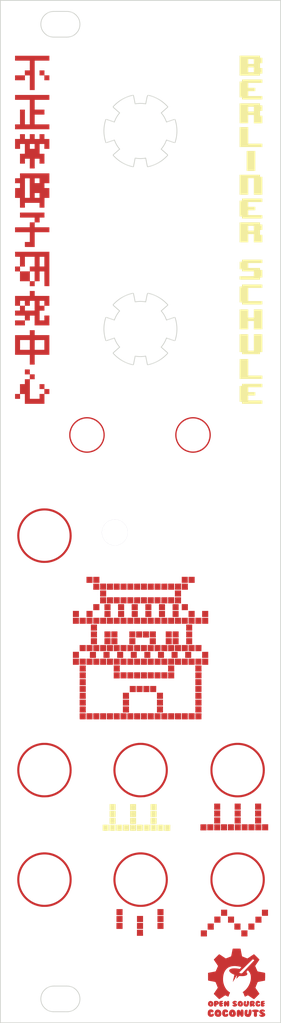
<source format=kicad_pcb>
(kicad_pcb (version 4) (host pcbnew 4.0.7)
  (layers (0 F.Cu signal) (31 B.Cu signal) (34 B.Paste user) (35 F.Paste user) (36 B.SilkS user) (37 F.SilkS user) (38 B.Mask user) (39 F.Mask user) (44 Edge.Cuts user))
  (net 0 "")
  (module LOGO (layer F.Cu) (at 0 0)
    (fp_text reference "G***" hide)
    (fp_text value "LOGO" hide)
  )
  (module LOGO (layer F.Cu) (at 0 0)
    (fp_text reference "G***" hide)
    (fp_text value "LOGO" hide)
  )
  (module LOGO (layer F.Cu) (at 0 0)
    (fp_text reference "G***" hide)
    (fp_text value "LOGO" hide)
  )
  (module LOGO (layer F.Cu) (at 0 0)
    (fp_text reference "G***" hide)
    (fp_text value "LOGO" hide)
    (fp_poly (pts (xy 13.858139 62.595704) (xy 13.913963 62.628159) (xy 13.962178 62.677792) (xy 13.977936 62.700620) (xy 13.987737 62.723305) (xy 13.992960 62.752647) (xy 13.994985 62.795445) (xy 13.995233 62.840798) (xy 13.991918 62.917350) (xy 13.983282 63.000973) (xy 13.971173 63.074550) (xy 13.942024 63.192768) (xy 13.908130 63.288461) (xy 13.868060 63.364287) (xy 13.820385 63.422903) (xy 13.763677 63.466966) (xy 13.758438 63.470100) (xy 13.724866 63.487813) (xy 13.692551 63.498854) (xy 13.653237 63.505041) (xy 13.598668 63.508191) (xy 13.583277 63.508672) (xy 13.520387 63.508279) (xy 13.459682 63.504172) (xy 13.411718 63.497131) (xy 13.404850 63.495508) (xy 13.305867 63.459502) (xy 13.226213 63.408005) (xy 13.166552 63.341598) (xy 13.127550 63.260862) (xy 13.124379 63.250547) (xy 13.115057 63.211753) (xy 13.109557 63.169330) (xy 13.107491 63.116975) (xy 13.108474 63.048387) (xy 13.109755 63.011897) (xy 13.116342 62.906429) (xy 13.127519 62.822768) (xy 13.144239 62.757582) (xy 13.167459 62.707540) (xy 13.198130 62.669311) (xy 13.211176 62.657803) (xy 13.261892 62.628779) (xy 13.319134 62.614843) (xy 13.376950 62.615295) (xy 13.429391 62.629432) (xy 13.470508 62.656553) (xy 13.492754 62.691029) (xy 13.496458 62.717875) (xy 13.494091 62.762737) (xy 13.485443 62.828028) (xy 13.475667 62.886450) (xy 13.460923 62.976593) (xy 13.452856 63.045139) (xy 13.451606 63.095037) (xy 13.457314 63.129237) (xy 13.470121 63.150686) (xy 13.488791 63.161868) (xy 13.535565 63.168285) (xy 13.574153 63.154722) (xy 13.598763 63.123252) (xy 13.599118 63.122336) (xy 13.606013 63.093821) (xy 13.612856 63.048153) (xy 13.618498 62.993558) (xy 13.620037 62.972950) (xy 13.627970 62.870974) (xy 13.637132 62.791007) (xy 13.648284 62.729662) (xy 13.662189 62.683551) (xy 13.679606 62.649288) (xy 13.697816 62.626875) (xy 13.746134 62.594305) (xy 13.800886 62.584167) (xy 13.858139 62.595704)) (layer F.Cu) (width 0.010000))
    (fp_poly (pts (xy 14.548916 62.592681) (xy 14.607539 62.595030) (xy 14.654252 62.599890) (xy 14.695789 62.607988) (xy 14.738885 62.620051) (xy 14.743453 62.621476) (xy 14.820657 62.652770) (xy 14.874656 62.690518) (xy 14.904963 62.734049) (xy 14.911090 62.782689) (xy 14.895198 62.830909) (xy 14.883544 62.850466) (xy 14.869518 62.863743) (xy 14.847353 62.873271) (xy 14.811280 62.881581) (xy 14.759167 62.890604) (xy 14.711813 62.899234) (xy 14.674542 62.907535) (xy 14.654207 62.913948) (xy 14.652802 62.914842) (xy 14.650686 62.930148) (xy 14.652653 62.964547) (xy 14.658238 63.012142) (xy 14.662919 63.043257) (xy 14.678853 63.172922) (xy 14.681153 63.281240) (xy 14.669765 63.368328) (xy 14.644633 63.434305) (xy 14.605703 63.479287) (xy 14.552921 63.503393) (xy 14.486231 63.506741) (xy 14.450518 63.501270) (xy 14.382011 63.475861) (xy 14.329327 63.432172) (xy 14.316251 63.414538) (xy 14.306134 63.394388) (xy 14.299611 63.367546) (xy 14.296062 63.328733) (xy 14.294865 63.272666) (xy 14.294975 63.233740) (xy 14.296278 63.162686) (xy 14.298882 63.089156) (xy 14.302358 63.023686) (xy 14.304865 62.990639) (xy 14.313630 62.894028) (xy 14.243824 62.886824) (xy 14.169179 62.871288) (xy 14.115819 62.842121) (xy 14.083420 62.799040) (xy 14.071659 62.741763) (xy 14.071600 62.736796) (xy 14.083577 62.691632) (xy 14.119396 62.654816) (xy 14.178889 62.626409) (xy 14.261889 62.606470) (xy 14.368227 62.595061) (xy 14.471650 62.592114) (xy 14.548916 62.592681)) (layer F.Cu) (width 0.010000))
    (fp_poly (pts (xy 15.485545 62.584729) (xy 15.561114 62.613559) (xy 15.622929 62.658057) (xy 15.637393 62.673659) (xy 15.665110 62.718139) (xy 15.668533 62.759572) (xy 15.647719 62.802136) (xy 15.639284 62.812793) (xy 15.598030 62.847098) (xy 15.551676 62.862825) (xy 15.506299 62.859957) (xy 15.467977 62.838477) (xy 15.449084 62.813299) (xy 15.424920 62.785163) (xy 15.395079 62.773823) (xy 15.367050 62.779641) (xy 15.348320 62.802979) (xy 15.346686 62.808361) (xy 15.344607 62.831078) (xy 15.352540 62.852398) (xy 15.373389 62.875180) (xy 15.410060 62.902282) (xy 15.465459 62.936564) (xy 15.493718 62.953046) (xy 15.584445 63.011847) (xy 15.650698 63.069636) (xy 15.693334 63.127259) (xy 15.708984 63.165726) (xy 15.720693 63.223206) (xy 15.718379 63.270548) (xy 15.701197 63.319322) (xy 15.697168 63.327715) (xy 15.655934 63.384423) (xy 15.595116 63.432239) (xy 15.519448 63.469602) (xy 15.433666 63.494947) (xy 15.342505 63.506712) (xy 15.250701 63.503332) (xy 15.196183 63.493110) (xy 15.118095 63.468974) (xy 15.061004 63.439599) (xy 15.020560 63.401351) (xy 14.992409 63.350594) (xy 14.979448 63.312053) (xy 14.980208 63.277272) (xy 14.997078 63.244865) (xy 15.024007 63.223930) (xy 15.040267 63.220597) (xy 15.066776 63.224791) (xy 15.107470 63.235712) (xy 15.147066 63.248750) (xy 15.196349 63.264402) (xy 15.230874 63.269558) (xy 15.258494 63.265292) (xy 15.261243 63.264366) (xy 15.290974 63.249836) (xy 15.300480 63.233002) (xy 15.288854 63.212272) (xy 15.255191 63.186058) (xy 15.198586 63.152769) (xy 15.197265 63.152048) (xy 15.113522 63.100321) (xy 15.052171 63.047392) (xy 15.010304 62.989800) (xy 14.985012 62.924084) (xy 14.978359 62.891544) (xy 14.979825 62.822618) (xy 15.005123 62.755019) (xy 15.052776 62.692205) (xy 15.070818 62.675156) (xy 15.142545 62.625837) (xy 15.224722 62.592121) (xy 15.312509 62.574023) (xy 15.401063 62.571555) (xy 15.485545 62.584729)) (layer F.Cu) (width 0.010000))
    (fp_poly (pts (xy 8.930407 62.575302) (xy 8.985445 62.583900) (xy 9.043033 62.606110) (xy 9.100740 62.639425) (xy 9.150161 62.678220) (xy 9.182079 62.715512) (xy 9.205065 62.773207) (xy 9.206426 62.830214) (xy 9.187779 62.881375) (xy 9.150741 62.921532) (xy 9.111223 62.941538) (xy 9.056024 62.949362) (xy 8.998545 62.940616) (xy 8.946077 62.918089) (xy 8.905912 62.884574) (xy 8.889211 62.856576) (xy 8.877027 62.833627) (xy 8.866651 62.834139) (xy 8.857955 62.858548) (xy 8.850812 62.907290) (xy 8.845097 62.980801) (xy 8.843302 63.014704) (xy 8.840247 63.097819) (xy 8.841541 63.157434) (xy 8.849168 63.195339) (xy 8.865116 63.213322) (xy 8.891373 63.213176) (xy 8.929923 63.196687) (xy 8.982755 63.165648) (xy 8.999322 63.155260) (xy 9.068135 63.120722) (xy 9.128380 63.107774) (xy 9.177948 63.115339) (xy 9.214733 63.142338) (xy 9.236626 63.187693) (xy 9.241519 63.250325) (xy 9.238600 63.277655) (xy 9.220002 63.344018) (xy 9.184337 63.396671) (xy 9.128206 63.439973) (xy 9.100162 63.455204) (xy 9.059359 63.473906) (xy 9.022287 63.485685) (xy 8.980118 63.492399) (xy 8.924020 63.495905) (xy 8.903312 63.496604) (xy 8.838024 63.497273) (xy 8.789817 63.494042) (xy 8.750546 63.485955) (xy 8.719296 63.475030) (xy 8.655536 63.439064) (xy 8.593160 63.385896) (xy 8.539740 63.322957) (xy 8.506525 63.266216) (xy 8.492970 63.232483) (xy 8.484306 63.198733) (xy 8.479525 63.157880) (xy 8.477618 63.102835) (xy 8.477430 63.061850) (xy 8.485462 62.932197) (xy 8.509249 62.822347) (xy 8.548874 62.732114) (xy 8.604419 62.661315) (xy 8.675965 62.609764) (xy 8.678639 62.608369) (xy 8.727299 62.591332) (xy 8.791662 62.579648) (xy 8.862456 62.574059) (xy 8.930407 62.575302)) (layer F.Cu) (width 0.010000))
    (fp_poly (pts (xy 9.831476 62.598921) (xy 9.929383 62.630721) (xy 9.938199 62.634745) (xy 10.011931 62.676832) (xy 10.069147 62.728476) (xy 10.114755 62.795153) (xy 10.148878 62.869829) (xy 10.182612 62.980899) (xy 10.196611 63.087772) (xy 10.191551 63.187809) (xy 10.168111 63.278372) (xy 10.126967 63.356822) (xy 10.068797 63.420521) (xy 9.995787 63.466154) (xy 9.938711 63.483737) (xy 9.865854 63.494543) (xy 9.785983 63.498322) (xy 9.707866 63.494818) (xy 9.640269 63.483782) (xy 9.617707 63.477047) (xy 9.522877 63.430989) (xy 9.444355 63.367079) (xy 9.384385 63.287499) (xy 9.353204 63.219621) (xy 9.336412 63.140646) (xy 9.335552 63.081307) (xy 9.701542 63.081307) (xy 9.703893 63.128958) (xy 9.715133 63.169209) (xy 9.717401 63.173809) (xy 9.743977 63.207257) (xy 9.774972 63.220936) (xy 9.804849 63.213214) (xy 9.815984 63.202894) (xy 9.829899 63.171297) (xy 9.837116 63.123404) (xy 9.838098 63.066596) (xy 9.833310 63.008256) (xy 9.823214 62.955766) (xy 9.808273 62.916508) (xy 9.797113 62.902323) (xy 9.775005 62.896004) (xy 9.753535 62.910391) (xy 9.734078 62.940798) (xy 9.718010 62.982543) (xy 9.706707 63.030941) (xy 9.701542 63.081307) (xy 9.335552 63.081307) (xy 9.335092 63.049602) (xy 9.348158 62.953681) (xy 9.374528 62.860079) (xy 9.413118 62.775989) (xy 9.422333 62.760747) (xy 9.482424 62.688296) (xy 9.556689 62.635081) (xy 9.641824 62.601909) (xy 9.734521 62.589586) (xy 9.831476 62.598921)) (layer F.Cu) (width 0.010000))
    (fp_poly (pts (xy 10.758217 62.577022) (xy 10.836617 62.593779) (xy 10.904741 62.626857) (xy 10.951854 62.662784) (xy 11.001999 62.718315) (xy 11.028409 62.774604) (xy 11.030830 62.829730) (xy 11.009009 62.881772) (xy 10.984522 62.910386) (xy 10.956768 62.932741) (xy 10.927471 62.943548) (xy 10.885523 62.946614) (xy 10.878772 62.946642) (xy 10.823043 62.939462) (xy 10.772454 62.920279) (xy 10.733789 62.892632) (xy 10.714003 62.860731) (xy 10.701820 62.843636) (xy 10.691064 62.842454) (xy 10.682356 62.855056) (xy 10.674883 62.887882) (xy 10.668313 62.942828) (xy 10.663897 62.997984) (xy 10.659013 63.083911) (xy 10.659079 63.146503) (xy 10.665645 63.187595) (xy 10.680260 63.209024) (xy 10.704474 63.212625) (xy 10.739836 63.200234) (xy 10.787896 63.173687) (xy 10.803931 63.163910) (xy 10.874846 63.125571) (xy 10.932745 63.106977) (xy 10.980208 63.107826) (xy 11.019819 63.127818) (xy 11.030527 63.137472) (xy 11.050703 63.163827) (xy 11.059917 63.196305) (xy 11.061700 63.233130) (xy 11.058192 63.280480) (xy 11.049345 63.324595) (xy 11.044541 63.338681) (xy 11.014682 63.385325) (xy 10.968847 63.429570) (xy 10.915902 63.463710) (xy 10.887422 63.475248) (xy 10.834401 63.486352) (xy 10.767424 63.493077) (xy 10.695254 63.495279) (xy 10.626654 63.492811) (xy 10.570387 63.485527) (xy 10.552025 63.480833) (xy 10.490698 63.450502) (xy 10.429465 63.401446) (xy 10.374470 63.339611) (xy 10.331855 63.270940) (xy 10.329034 63.265050) (xy 10.311764 63.225128) (xy 10.301260 63.190095) (xy 10.296004 63.151264) (xy 10.294478 63.099949) (xy 10.294626 63.068200) (xy 10.303160 62.943116) (xy 10.326468 62.836625) (xy 10.365197 62.746214) (xy 10.385671 62.713225) (xy 10.435387 62.653683) (xy 10.492618 62.612527) (xy 10.562308 62.587298) (xy 10.649402 62.575534) (xy 10.663697 62.574802) (xy 10.758217 62.577022)) (layer F.Cu) (width 0.010000))
    (fp_poly (pts (xy 11.617363 62.593267) (xy 11.656559 62.597372) (xy 11.692274 62.607502) (xy 11.734326 62.626076) (xy 11.767601 62.642750) (xy 11.835076 62.681785) (xy 11.886219 62.724032) (xy 11.925882 62.775406) (xy 11.958914 62.841824) (xy 11.981937 62.904124) (xy 12.010413 63.017022) (xy 12.018553 63.123348) (xy 12.007104 63.220850) (xy 11.976813 63.307275) (xy 11.928425 63.380372) (xy 11.862687 63.437888) (xy 11.793465 63.472942) (xy 11.723085 63.490734) (xy 11.639424 63.498854) (xy 11.552768 63.497112) (xy 11.473398 63.485322) (xy 11.450624 63.479214) (xy 11.356150 63.437967) (xy 11.277807 63.378724) (xy 11.217036 63.304211) (xy 11.175278 63.217153) (xy 11.153974 63.120276) (xy 11.154173 63.085169) (xy 11.525535 63.085169) (xy 11.526465 63.133143) (xy 11.530965 63.163167) (xy 11.541011 63.182639) (xy 11.555231 63.196294) (xy 11.589071 63.217095) (xy 11.615404 63.215617) (xy 11.638829 63.192374) (xy 11.650530 63.160648) (xy 11.656642 63.112097) (xy 11.657083 63.054694) (xy 11.651771 62.996409) (xy 11.641342 62.947550) (xy 11.624324 62.910745) (xy 11.604056 62.896347) (xy 11.582587 62.901919) (xy 11.561965 62.925028) (xy 11.544239 62.963238) (xy 11.531459 63.014114) (xy 11.525673 63.075221) (xy 11.525535 63.085169) (xy 11.154173 63.085169) (xy 11.154565 63.016304) (xy 11.167843 62.944361) (xy 11.205934 62.832972) (xy 11.258063 62.742340) (xy 11.324797 62.671686) (xy 11.402409 62.622276) (xy 11.444174 62.605765) (xy 11.490001 62.596575) (xy 11.549414 62.592976) (xy 11.564870 62.592766) (xy 11.617363 62.593267)) (layer F.Cu) (width 0.010000))
    (fp_poly (pts (xy 12.873259 62.602050) (xy 12.919589 62.630308) (xy 12.945281 62.661210) (xy 12.962693 62.706213) (xy 12.976192 62.774856) (xy 12.985602 62.865653) (xy 12.990746 62.977120) (xy 12.991707 63.051699) (xy 12.989860 63.157753) (xy 12.983323 63.242990) (xy 12.971431 63.311672) (xy 12.953518 63.368062) (xy 12.936865 63.402820) (xy 12.904509 63.446609) (xy 12.862726 63.473329) (xy 12.806096 63.485669) (xy 12.766506 63.487300) (xy 12.728826 63.485494) (xy 12.697845 63.478082) (xy 12.670526 63.462066) (xy 12.643833 63.434451) (xy 12.614728 63.392242) (xy 12.580174 63.332444) (xy 12.547055 63.270850) (xy 12.519555 63.219920) (xy 12.497749 63.181525) (xy 12.483467 63.158724) (xy 12.478539 63.154579) (xy 12.479062 63.157100) (xy 12.486276 63.202434) (xy 12.488105 63.261113) (xy 12.485001 63.323229) (xy 12.477414 63.378872) (xy 12.467338 63.414732) (xy 12.435561 63.459804) (xy 12.388760 63.488328) (xy 12.332400 63.498770) (xy 12.271945 63.489592) (xy 12.243053 63.477755) (xy 12.207491 63.455918) (xy 12.179555 63.428271) (xy 12.158532 63.391907) (xy 12.143713 63.343918) (xy 12.134386 63.281399) (xy 12.129840 63.201441) (xy 12.129366 63.101137) (xy 12.131014 63.019508) (xy 12.133662 62.937120) (xy 12.136895 62.875396) (xy 12.141276 62.829598) (xy 12.147368 62.794990) (xy 12.155734 62.766836) (xy 12.163238 62.748447) (xy 12.203827 62.685551) (xy 12.259846 62.642534) (xy 12.329793 62.620344) (xy 12.371213 62.617350) (xy 12.416133 62.619152) (xy 12.446182 62.626903) (xy 12.471770 62.644113) (xy 12.484155 62.655450) (xy 12.517402 62.691150) (xy 12.547624 62.733248) (xy 12.578239 62.787275) (xy 12.612667 62.858765) (xy 12.620512 62.876094) (xy 12.639000 62.915630) (xy 12.651879 62.939949) (xy 12.657325 62.945779) (xy 12.656798 62.941200) (xy 12.644061 62.875293) (xy 12.635042 62.808793) (xy 12.630260 62.748137) (xy 12.630235 62.699761) (xy 12.634979 62.671330) (xy 12.663455 62.630052) (xy 12.707540 62.602289) (xy 12.761216 62.588236) (xy 12.818462 62.588091) (xy 12.873259 62.602050)) (layer F.Cu) (width 0.010000))
    (fp_poly (pts (xy 8.936393 61.523311) (xy 8.990282 61.545546) (xy 9.044455 61.577485) (xy 9.085558 61.615015) (xy 9.118146 61.663989) (xy 9.146770 61.730260) (xy 9.157189 61.760100) (xy 9.177550 61.853393) (xy 9.178094 61.947028) (xy 9.159143 62.034128) (xy 9.142517 62.072963) (xy 9.100920 62.127484) (xy 9.041135 62.170402) (xy 8.968431 62.199849) (xy 8.888079 62.213956) (xy 8.805350 62.210856) (xy 8.772112 62.204214) (xy 8.681174 62.170282) (xy 8.608743 62.119402) (xy 8.555639 62.052516) (xy 8.522681 61.970566) (xy 8.512105 61.905606) (xy 8.512409 61.892805) (xy 8.801100 61.892805) (xy 8.805321 61.944013) (xy 8.819399 61.974453) (xy 8.845458 61.987548) (xy 8.860548 61.988700) (xy 8.885980 61.979788) (xy 8.897769 61.955816) (xy 8.901710 61.920984) (xy 8.900951 61.874838) (xy 8.896373 61.826179) (xy 8.888859 61.783808) (xy 8.879292 61.756526) (xy 8.877532 61.754030) (xy 8.856461 61.740821) (xy 8.836538 61.749791) (xy 8.819532 61.777729) (xy 8.807212 61.821420) (xy 8.801349 61.877653) (xy 8.801100 61.892805) (xy 8.512409 61.892805) (xy 8.514455 61.806839) (xy 8.536411 61.718780) (xy 8.575410 61.643358) (xy 8.628890 61.582501) (xy 8.694291 61.538139) (xy 8.769049 61.512201) (xy 8.850604 61.506615) (xy 8.936393 61.523311)) (layer F.Cu) (width 0.010000))
    (fp_poly (pts (xy 9.669943 61.507127) (xy 9.736696 61.531116) (xy 9.792408 61.569172) (xy 9.811097 61.587119) (xy 9.859181 61.651565) (xy 9.883464 61.717350) (xy 9.885216 61.781725) (xy 9.865705 61.841942) (xy 9.826199 61.895251) (xy 9.767968 61.938904) (xy 9.692280 61.970152) (xy 9.628224 61.983355) (xy 9.559998 61.992383) (xy 9.567473 62.055496) (xy 9.567285 62.115566) (xy 9.552279 62.162068) (xy 9.524097 62.191214) (xy 9.505719 62.198066) (xy 9.456167 62.207308) (xy 9.421389 62.210402) (xy 9.391638 62.207826) (xy 9.375254 62.204482) (xy 9.337274 62.191190) (xy 9.307561 62.168971) (xy 9.285250 62.135134) (xy 9.269473 62.086986) (xy 9.259365 62.021834) (xy 9.254060 61.936986) (xy 9.252690 61.829749) (xy 9.252710 61.823600) (xy 9.253925 61.730771) (xy 9.533810 61.730771) (xy 9.535594 61.772945) (xy 9.535943 61.776856) (xy 9.540536 61.825363) (xy 9.572034 61.795906) (xy 9.597730 61.768656) (xy 9.615455 61.744332) (xy 9.615512 61.744225) (xy 9.620005 61.713175) (xy 9.604181 61.685394) (xy 9.572707 61.668750) (xy 9.570496 61.668291) (xy 9.546661 61.668057) (xy 9.536849 61.684462) (xy 9.535186 61.695312) (xy 9.533810 61.730771) (xy 9.253925 61.730771) (xy 9.253985 61.726259) (xy 9.258433 61.651229) (xy 9.268262 61.595440) (xy 9.285675 61.555819) (xy 9.312878 61.529296) (xy 9.352077 61.512801) (xy 9.405478 61.503262) (xy 9.475285 61.497609) (xy 9.487340 61.496904) (xy 9.588156 61.496095) (xy 9.669943 61.507127)) (layer F.Cu) (width 0.010000))
    (fp_poly (pts (xy 10.339137 61.500043) (xy 10.376790 61.518218) (xy 10.395260 61.548542) (xy 10.391969 61.585280) (xy 10.384147 61.600236) (xy 10.367926 61.618588) (xy 10.343881 61.631553) (xy 10.306159 61.641282) (xy 10.248912 61.649924) (xy 10.248900 61.649926) (xy 10.233689 61.664185) (xy 10.225896 61.700083) (xy 10.221942 61.747804) (xy 10.292198 61.739547) (xy 10.352931 61.739164) (xy 10.396725 61.752933) (xy 10.421633 61.779058) (xy 10.425710 61.815745) (xy 10.412977 61.850910) (xy 10.388896 61.875436) (xy 10.349667 61.896821) (xy 10.305487 61.910249) (xy 10.282538 61.912500) (xy 10.256629 61.920225) (xy 10.245916 61.943596) (xy 10.247077 61.976322) (xy 10.267288 61.995010) (xy 10.308518 62.001372) (xy 10.312400 62.001400) (xy 10.356384 62.007853) (xy 10.380844 62.028854) (xy 10.388595 62.066864) (xy 10.388600 62.068017) (xy 10.376703 62.109397) (xy 10.344226 62.147744) (xy 10.295987 62.180107) (xy 10.236807 62.203536) (xy 10.171505 62.215079) (xy 10.147300 62.215755) (xy 10.103101 62.213723) (xy 10.066212 62.209599) (xy 10.052050 62.206509) (xy 10.003284 62.183135) (xy 9.966781 62.147171) (xy 9.941375 62.095920) (xy 9.925901 62.026685) (xy 9.919193 61.936771) (xy 9.918700 61.898013) (xy 9.921373 61.797346) (xy 9.929028 61.708562) (xy 9.941118 61.635083) (xy 9.957094 61.580331) (xy 9.974414 61.549815) (xy 9.988916 61.536582) (xy 10.008070 61.526890) (xy 10.036934 61.519478) (xy 10.080566 61.513085) (xy 10.144026 61.506448) (xy 10.150999 61.505785) (xy 10.213903 61.500837) (xy 10.270993 61.498165) (xy 10.315540 61.497973) (xy 10.339137 61.500043)) (layer F.Cu) (width 0.010000))
    (fp_poly (pts (xy 11.952476 61.490631) (xy 12.027529 61.512071) (xy 12.090845 61.552467) (xy 12.091646 61.553186) (xy 12.126135 61.589505) (xy 12.138885 61.619676) (xy 12.130723 61.649212) (xy 12.110056 61.675695) (xy 12.078931 61.700203) (xy 12.040266 61.708963) (xy 12.027192 61.709300) (xy 11.992146 61.706707) (xy 11.973228 61.695873) (xy 11.963065 61.676669) (xy 11.944068 61.651557) (xy 11.919785 61.646711) (xy 11.898657 61.661023) (xy 11.889607 61.686290) (xy 11.889885 61.703899) (xy 11.898029 61.719411) (xy 11.918091 61.736707) (xy 11.954122 61.759669) (xy 11.985101 61.777786) (xy 12.057359 61.822720) (xy 12.108725 61.863085) (xy 12.142448 61.902211) (xy 12.161776 61.943427) (xy 12.166713 61.963919) (xy 12.169778 62.030022) (xy 12.151953 62.085784) (xy 12.112096 62.132794) (xy 12.049067 62.172638) (xy 12.002114 62.192835) (xy 11.922554 62.211867) (xy 11.833108 62.214480) (xy 11.754984 62.203098) (xy 11.687619 62.178986) (xy 11.637678 62.143484) (xy 11.608666 62.099137) (xy 11.607688 62.096312) (xy 11.598624 62.046221) (xy 11.608571 62.012438) (xy 11.636017 61.996306) (xy 11.679448 61.999170) (xy 11.706854 62.008213) (xy 11.751701 62.020906) (xy 11.794290 62.024260) (xy 11.827718 62.018614) (xy 11.845081 62.004305) (xy 11.845879 62.001400) (xy 11.836460 61.984592) (xy 11.804964 61.960933) (xy 11.763573 61.937239) (xy 11.687917 61.888128) (xy 11.635856 61.832276) (xy 11.606103 61.768034) (xy 11.598539 61.726068) (xy 11.603018 61.664414) (xy 11.629643 61.610397) (xy 11.679698 61.561885) (xy 11.709639 61.541634) (xy 11.788256 61.505253) (xy 11.870960 61.488305) (xy 11.952476 61.490631)) (layer F.Cu) (width 0.010000))
    (fp_poly (pts (xy 12.670193 61.523311) (xy 12.724082 61.545546) (xy 12.778356 61.577560) (xy 12.819509 61.615191) (xy 12.852094 61.664299) (xy 12.880667 61.730740) (xy 12.890871 61.760100) (xy 12.912545 61.854824) (xy 12.914172 61.944606) (xy 12.896650 62.026111) (xy 12.860876 62.096004) (xy 12.807747 62.150953) (xy 12.780961 62.168498) (xy 12.709766 62.197061) (xy 12.627567 62.211784) (xy 12.545532 62.211217) (xy 12.505912 62.204214) (xy 12.414974 62.170282) (xy 12.342543 62.119402) (xy 12.289439 62.052516) (xy 12.256481 61.970566) (xy 12.245905 61.905606) (xy 12.246209 61.892805) (xy 12.534900 61.892805) (xy 12.539121 61.944013) (xy 12.553199 61.974453) (xy 12.579258 61.987548) (xy 12.594348 61.988700) (xy 12.619780 61.979788) (xy 12.631569 61.955816) (xy 12.635510 61.920984) (xy 12.634751 61.874838) (xy 12.630173 61.826179) (xy 12.622659 61.783808) (xy 12.613092 61.756526) (xy 12.611332 61.754030) (xy 12.590261 61.740821) (xy 12.570338 61.749791) (xy 12.553332 61.777729) (xy 12.541012 61.821420) (xy 12.535149 61.877653) (xy 12.534900 61.892805) (xy 12.246209 61.892805) (xy 12.248255 61.806839) (xy 12.270211 61.718780) (xy 12.309210 61.643358) (xy 12.362690 61.582501) (xy 12.428091 61.538139) (xy 12.502849 61.512201) (xy 12.584404 61.506615) (xy 12.670193 61.523311)) (layer F.Cu) (width 0.010000))
    (fp_poly (pts (xy 13.581557 61.511030) (xy 13.631485 61.543027) (xy 13.646677 61.557576) (xy 13.664005 61.576868) (xy 13.674887 61.594930) (xy 13.680716 61.618056) (xy 13.682888 61.652543) (xy 13.682796 61.704685) (xy 13.682602 61.719784) (xy 13.674373 61.836360) (xy 13.653743 61.942255) (xy 13.621927 62.034691) (xy 13.580141 62.110892) (xy 13.529602 62.168079) (xy 13.471524 62.203477) (xy 13.470698 62.203792) (xy 13.430484 62.212310) (xy 13.374280 62.215885) (xy 13.310972 62.214711) (xy 13.249447 62.208980) (xy 13.198589 62.198887) (xy 13.194911 62.197793) (xy 13.123363 62.164540) (xy 13.064350 62.114925) (xy 13.022953 62.053769) (xy 13.011415 62.023732) (xy 12.999487 61.963766) (xy 12.994393 61.892508) (xy 12.995577 61.816029) (xy 13.002485 61.740397) (xy 13.014560 61.671681) (xy 13.031247 61.615949) (xy 13.051990 61.579271) (xy 13.052124 61.579124) (xy 13.099408 61.541857) (xy 13.153913 61.522312) (xy 13.208860 61.521578) (xy 13.257472 61.540748) (xy 13.263437 61.545121) (xy 13.282290 61.564286) (xy 13.293153 61.588725) (xy 13.296340 61.623015) (xy 13.292164 61.671734) (xy 13.280938 61.739462) (xy 13.277852 61.755807) (xy 13.265777 61.823691) (xy 13.260158 61.871576) (xy 13.261307 61.904105) (xy 13.269535 61.925926) (xy 13.285154 61.941684) (xy 13.290550 61.945417) (xy 13.315500 61.958838) (xy 13.335130 61.956598) (xy 13.353456 61.945806) (xy 13.369215 61.932892) (xy 13.380725 61.915126) (xy 13.389021 61.888143) (xy 13.395137 61.847575) (xy 13.400109 61.789056) (xy 13.403484 61.734700) (xy 13.408101 61.677905) (xy 13.414747 61.624755) (xy 13.422145 61.585053) (xy 13.423732 61.579145) (xy 13.447964 61.533566) (xy 13.485325 61.506732) (xy 13.531347 61.499076) (xy 13.581557 61.511030)) (layer F.Cu) (width 0.010000))
    (fp_poly (pts (xy 14.179490 61.502605) (xy 14.241691 61.510994) (xy 14.288322 61.527995) (xy 14.324101 61.555695) (xy 14.353750 61.596184) (xy 14.366875 61.620157) (xy 14.394143 61.694096) (xy 14.398827 61.762817) (xy 14.381330 61.823688) (xy 14.342055 61.874075) (xy 14.326014 61.886804) (xy 14.285455 61.915685) (xy 14.329031 61.961717) (xy 14.376126 62.015776) (xy 14.403936 62.058756) (xy 14.414328 62.093642) (xy 14.414500 62.098346) (xy 14.403333 62.127874) (xy 14.373924 62.159291) (xy 14.332411 62.187355) (xy 14.288754 62.205724) (xy 14.232185 62.210177) (xy 14.176928 62.189345) (xy 14.123173 62.143316) (xy 14.102529 62.118387) (xy 14.058900 62.061247) (xy 14.058900 62.100465) (xy 14.047613 62.146435) (xy 14.016784 62.182138) (xy 13.970959 62.205367) (xy 13.914681 62.213914) (xy 13.852497 62.205572) (xy 13.846241 62.203758) (xy 13.818311 62.193437) (xy 13.797478 62.179536) (xy 13.782883 62.158621) (xy 13.773667 62.127260) (xy 13.768968 62.082019) (xy 13.767928 62.019467) (xy 13.769687 61.936170) (xy 13.770772 61.902447) (xy 13.773984 61.825425) (xy 13.774569 61.815235) (xy 14.035595 61.815235) (xy 14.038355 61.841677) (xy 14.042391 61.848952) (xy 14.058968 61.842840) (xy 14.087040 61.827795) (xy 14.093825 61.823739) (xy 14.126026 61.793739) (xy 14.134819 61.759716) (xy 14.119571 61.725711) (xy 14.110644 61.716505) (xy 14.079727 61.696769) (xy 14.056987 61.700994) (xy 14.042363 61.729232) (xy 14.036041 61.776098) (xy 14.035595 61.815235) (xy 13.774569 61.815235) (xy 13.778106 61.753654) (xy 13.782746 61.692483) (xy 13.787512 61.647262) (xy 13.791001 61.626750) (xy 13.808516 61.582929) (xy 13.838217 61.549716) (xy 13.882800 61.526001) (xy 13.944961 61.510675) (xy 14.027397 61.502625) (xy 14.097000 61.500738) (xy 14.179490 61.502605)) (layer F.Cu) (width 0.010000))
    (fp_poly (pts (xy 14.845201 61.491967) (xy 14.911455 61.507556) (xy 14.970591 61.534172) (xy 15.018300 61.570792) (xy 15.050271 61.616395) (xy 15.062195 61.669958) (xy 15.062200 61.671045) (xy 15.057116 61.709823) (xy 15.037644 61.739352) (xy 15.023125 61.752621) (xy 14.990024 61.774076) (xy 14.958147 61.785106) (xy 14.952867 61.785500) (xy 14.912072 61.779274) (xy 14.871239 61.763458) (xy 14.839058 61.742343) (xy 14.824624 61.722169) (xy 14.812658 61.701452) (xy 14.802184 61.696600) (xy 14.793305 61.707105) (xy 14.785933 61.739585) (xy 14.779787 61.795487) (xy 14.777833 61.821434) (xy 14.774024 61.896098) (xy 14.775794 61.947522) (xy 14.784974 61.977592) (xy 14.803398 61.988190) (xy 14.832901 61.981201) (xy 14.875314 61.958507) (xy 14.897688 61.944575) (xy 14.937318 61.921460) (xy 14.971302 61.905365) (xy 14.990009 61.900125) (xy 15.023671 61.907293) (xy 15.058332 61.924969) (xy 15.077880 61.942976) (xy 15.086130 61.971837) (xy 15.086484 62.014376) (xy 15.079634 62.060366) (xy 15.067455 62.097161) (xy 15.043191 62.135072) (xy 15.008393 62.163295) (xy 14.957427 62.185537) (xy 14.913814 62.198324) (xy 14.853906 62.211512) (xy 14.805228 62.215060) (xy 14.755648 62.209303) (xy 14.728412 62.203436) (xy 14.645689 62.172139) (xy 14.578887 62.121078) (xy 14.528295 62.050510) (xy 14.509452 62.008739) (xy 14.497970 61.971739) (xy 14.492406 61.932066) (xy 14.492023 61.881341) (xy 14.494328 61.836564) (xy 14.507386 61.735440) (xy 14.532987 61.653335) (xy 14.572518 61.586448) (xy 14.595209 61.560314) (xy 14.646834 61.521577) (xy 14.708580 61.497955) (xy 14.776139 61.488426) (xy 14.845201 61.491967)) (layer F.Cu) (width 0.010000))
    (fp_poly (pts (xy 15.582101 61.503223) (xy 15.605832 61.507431) (xy 15.620297 61.515452) (xy 15.628255 61.524402) (xy 15.643743 61.561314) (xy 15.635848 61.594618) (xy 15.606570 61.621667) (xy 15.557906 61.639814) (xy 15.538450 61.643325) (xy 15.500875 61.649628) (xy 15.481605 61.658497) (xy 15.473747 61.675730) (xy 15.470996 61.700067) (xy 15.467042 61.747804) (xy 15.537298 61.739547) (xy 15.598031 61.739164) (xy 15.641825 61.752933) (xy 15.666733 61.779058) (xy 15.670810 61.815745) (xy 15.658077 61.850910) (xy 15.633996 61.875436) (xy 15.594767 61.896821) (xy 15.550587 61.910249) (xy 15.527638 61.912500) (xy 15.501729 61.920225) (xy 15.491016 61.943596) (xy 15.492177 61.976322) (xy 15.512388 61.995010) (xy 15.553618 62.001372) (xy 15.557500 62.001400) (xy 15.601484 62.007853) (xy 15.625944 62.028854) (xy 15.633695 62.066864) (xy 15.633700 62.068017) (xy 15.621832 62.109988) (xy 15.589329 62.147624) (xy 15.540845 62.178987) (xy 15.481031 62.202138) (xy 15.414540 62.215138) (xy 15.346025 62.216048) (xy 15.297679 62.208036) (xy 15.244154 62.182313) (xy 15.201499 62.138303) (xy 15.192521 62.123339) (xy 15.181999 62.089658) (xy 15.173793 62.036506) (xy 15.168131 61.969722) (xy 15.165240 61.895150) (xy 15.165348 61.818629) (xy 15.168683 61.746003) (xy 15.175388 61.683670) (xy 15.185533 61.627246) (xy 15.198794 61.584408) (xy 15.218566 61.553176) (xy 15.248246 61.531572) (xy 15.291230 61.517617) (xy 15.350913 61.509331) (xy 15.430693 61.504737) (xy 15.485380 61.503040) (xy 15.543738 61.502027) (xy 15.582101 61.503223)) (layer F.Cu) (width 0.010000))
    (fp_poly (pts (xy 11.084345 61.507227) (xy 11.109248 61.517059) (xy 11.133465 61.533183) (xy 11.151748 61.554502) (xy 11.164894 61.584512) (xy 11.173700 61.626708) (xy 11.178963 61.684585) (xy 11.181480 61.761638) (xy 11.182048 61.836300) (xy 11.181937 61.917698) (xy 11.181041 61.978241) (xy 11.178895 62.022470) (xy 11.175035 62.054926) (xy 11.168998 62.080152) (xy 11.160317 62.102689) (xy 11.153290 62.117534) (xy 11.118927 62.168098) (xy 11.075160 62.195948) (xy 11.018569 62.202890) (xy 10.995502 62.200768) (xy 10.967057 62.195145) (xy 10.943731 62.184426) (xy 10.922205 62.164914) (xy 10.899162 62.132913) (xy 10.871286 62.084727) (xy 10.842171 62.029927) (xy 10.787440 61.925104) (xy 10.792678 62.007375) (xy 10.794421 62.073213) (xy 10.788931 62.120291) (xy 10.774880 62.154553) (xy 10.754351 62.178848) (xy 10.717717 62.197912) (xy 10.669021 62.204043) (xy 10.618298 62.196829) (xy 10.590378 62.185554) (xy 10.567125 62.169328) (xy 10.549649 62.147020) (xy 10.537185 62.115149) (xy 10.528966 62.070232) (xy 10.524227 62.008786) (xy 10.522202 61.927330) (xy 10.521968 61.874400) (xy 10.522271 61.795007) (xy 10.523460 61.736586) (xy 10.525979 61.694713) (xy 10.530274 61.664963) (xy 10.536789 61.642912) (xy 10.545969 61.624135) (xy 10.547368 61.621727) (xy 10.589218 61.567661) (xy 10.639451 61.536268) (xy 10.701941 61.525225) (xy 10.708423 61.525150) (xy 10.749135 61.527163) (xy 10.775813 61.536501) (xy 10.799709 61.558107) (xy 10.809596 61.569600) (xy 10.837478 61.608614) (xy 10.865313 61.656314) (xy 10.875799 61.677550) (xy 10.902468 61.735449) (xy 10.919801 61.771730) (xy 10.928642 61.788042) (xy 10.929837 61.786036) (xy 10.928145 61.779728) (xy 10.923629 61.755262) (xy 10.918576 61.713938) (xy 10.914007 61.664249) (xy 10.913611 61.659078) (xy 10.910482 61.609656) (xy 10.911210 61.578369) (xy 10.917258 61.558065) (xy 10.930089 61.541592) (xy 10.939505 61.532558) (xy 10.980125 61.509974) (xy 11.031968 61.501204) (xy 11.084345 61.507227)) (layer F.Cu) (width 0.010000))
    (fp_poly (pts (xy 12.242088 54.927791) (xy 12.343638 54.928253) (xy 12.424353 54.929162) (xy 12.486513 54.930601) (xy 12.532398 54.932654) (xy 12.564291 54.935404) (xy 12.584473 54.938933) (xy 12.595224 54.943326) (xy 12.597259 54.945176) (xy 12.602903 54.961331) (xy 12.612536 54.999571) (xy 12.625541 55.057002) (xy 12.641300 55.130731) (xy 12.659195 55.217865) (xy 12.678607 55.315509) (xy 12.698919 55.420770) (xy 12.699561 55.424147) (xy 12.724342 55.553161) (xy 12.745285 55.658874) (xy 12.762789 55.743029) (xy 12.777252 55.807368) (xy 12.789072 55.853635) (xy 12.798647 55.883571) (xy 12.806374 55.898921) (xy 12.808446 55.900983) (xy 12.825534 55.909683) (xy 12.862939 55.926333) (xy 12.917357 55.949542) (xy 12.985482 55.977920) (xy 13.064013 56.010075) (xy 13.149645 56.044617) (xy 13.151108 56.045203) (xy 13.246652 56.083365) (xy 13.321553 56.112900) (xy 13.378716 56.134700) (xy 13.421049 56.149656) (xy 13.451456 56.158658) (xy 13.472844 56.162597) (xy 13.488120 56.162365) (xy 13.500189 56.158853) (xy 13.508532 56.154788) (xy 13.527330 56.143312) (xy 13.564437 56.119347) (xy 13.617152 56.084684) (xy 13.682779 56.041113) (xy 13.758618 55.990425) (xy 13.841970 55.934409) (xy 13.911902 55.887197) (xy 13.998397 55.829085) (xy 14.078843 55.775798) (xy 14.150686 55.728968) (xy 14.211374 55.690229) (xy 14.258352 55.661214) (xy 14.289066 55.643558) (xy 14.300408 55.638700) (xy 14.314408 55.647347) (xy 14.343701 55.671669) (xy 14.385800 55.709236) (xy 14.438218 55.757621) (xy 14.498467 55.814393) (xy 14.564060 55.877123) (xy 14.632511 55.943383) (xy 14.701331 56.010743) (xy 14.768034 56.076774) (xy 14.830132 56.139047) (xy 14.885138 56.195133) (xy 14.930566 56.242603) (xy 14.963927 56.279028) (xy 14.982735 56.301978) (xy 14.986000 56.308278) (xy 14.978936 56.322879) (xy 14.958840 56.355737) (xy 14.927358 56.404380) (xy 14.886134 56.466335) (xy 14.836811 56.539129) (xy 14.781035 56.620289) (xy 14.724127 56.702089) (xy 14.663554 56.789027) (xy 14.607618 56.870016) (xy 14.558005 56.942561) (xy 14.516402 57.004166) (xy 14.484495 57.052336) (xy 14.463970 57.084573) (xy 14.456572 57.098081) (xy 14.459756 57.116699) (xy 14.472296 57.154556) (xy 14.492574 57.207983) (xy 14.518971 57.273311) (xy 14.549867 57.346873) (xy 14.583645 57.424999) (xy 14.618685 57.504022) (xy 14.653369 57.580273) (xy 14.686077 57.650084) (xy 14.715191 57.709787) (xy 14.739093 57.755712) (xy 14.756163 57.784193) (xy 14.762546 57.791443) (xy 14.780978 57.797644) (xy 14.821374 57.807538) (xy 14.880668 57.820496) (xy 14.955795 57.835885) (xy 15.043690 57.853077) (xy 15.141288 57.871439) (xy 15.227300 57.887086) (xy 15.347413 57.908791) (xy 15.444844 57.926879) (xy 15.521972 57.941887) (xy 15.581173 57.954351) (xy 15.624825 57.964808) (xy 15.655303 57.973793) (xy 15.674986 57.981845) (xy 15.686249 57.989498) (xy 15.687675 57.990998) (xy 15.695146 58.004368) (xy 15.701077 58.026900) (xy 15.705509 58.060545) (xy 15.708481 58.107257) (xy 15.710035 58.168989) (xy 15.710212 58.247695) (xy 15.709053 58.345328) (xy 15.706599 58.463840) (xy 15.702891 58.605184) (xy 15.701541 58.652309) (xy 15.698259 58.751790) (xy 15.694798 58.828093) (xy 15.690972 58.883438) (xy 15.686596 58.920047) (xy 15.681484 58.940142) (xy 15.677021 58.945725) (xy 15.661089 58.949391) (xy 15.623161 58.956992) (xy 15.566235 58.967959) (xy 15.493314 58.981727) (xy 15.407397 58.997727) (xy 15.311486 59.015391) (xy 15.231634 59.029966) (xy 15.129801 59.048677) (xy 15.035458 59.066390) (xy 14.951639 59.082504) (xy 14.881378 59.096421) (xy 14.827710 59.107543) (xy 14.793668 59.115271) (xy 14.782725 59.118539) (xy 14.772733 59.132891) (xy 14.755202 59.167418) (xy 14.731593 59.218542) (xy 14.703361 59.282686) (xy 14.671967 59.356272) (xy 14.638867 59.435720) (xy 14.605520 59.517453) (xy 14.573384 59.597893) (xy 14.543916 59.673462) (xy 14.518576 59.740582) (xy 14.498820 59.795674) (xy 14.486107 59.835161) (xy 14.481895 59.855463) (xy 14.482034 59.856457) (xy 14.490475 59.871756) (xy 14.511838 59.905229) (xy 14.544389 59.954306) (xy 14.586393 60.016415) (xy 14.636114 60.088986) (xy 14.691818 60.169449) (xy 14.736885 60.234008) (xy 14.795695 60.318450) (xy 14.849557 60.396727) (xy 14.896783 60.466314) (xy 14.935688 60.524686) (xy 14.964584 60.569320) (xy 14.981785 60.597692) (xy 14.986000 60.606863) (xy 14.977290 60.619493) (xy 14.952502 60.647841) (xy 14.913648 60.689792) (xy 14.862741 60.743236) (xy 14.801792 60.806058) (xy 14.732815 60.876147) (xy 14.658413 60.950799) (xy 14.563796 61.044638) (xy 14.485541 61.121057) (xy 14.422538 61.181072) (xy 14.373677 61.225700) (xy 14.337848 61.255958) (xy 14.313942 61.272862) (xy 14.301802 61.277500) (xy 14.284024 61.270484) (xy 14.247739 61.250411) (xy 14.195287 61.218741) (xy 14.129003 61.176933) (xy 14.051226 61.126446) (xy 13.964292 61.068742) (xy 13.922082 61.040319) (xy 13.837288 60.983344) (xy 13.758316 60.930989) (xy 13.687837 60.884972) (xy 13.628523 60.847008) (xy 13.583046 60.818816) (xy 13.554079 60.802112) (xy 13.545267 60.798207) (xy 13.523840 60.802149) (xy 13.484549 60.816995) (xy 13.431544 60.840985) (xy 13.368978 60.872359) (xy 13.362969 60.875511) (xy 13.293497 60.912074) (xy 13.243089 60.938078) (xy 13.208251 60.954637) (xy 13.185486 60.962864) (xy 13.171302 60.963871) (xy 13.162201 60.958770) (xy 13.154688 60.948676) (xy 13.151021 60.942994) (xy 13.142718 60.926250) (xy 13.126761 60.890647) (xy 13.104836 60.840213) (xy 13.078630 60.778974) (xy 13.049830 60.710955) (xy 13.020123 60.640185) (xy 12.991195 60.570689) (xy 12.964735 60.506493) (xy 12.942428 60.451626) (xy 12.925961 60.410113) (xy 12.917021 60.385980) (xy 12.915900 60.381754) (xy 12.925482 60.373393) (xy 12.951740 60.352786) (xy 12.990943 60.322808) (xy 13.039358 60.286336) (xy 13.052626 60.276419) (xy 13.210221 60.144289) (xy 13.356050 59.993139) (xy 13.488567 59.825980) (xy 13.606231 59.645822) (xy 13.707496 59.455675) (xy 13.790819 59.258548) (xy 13.854656 59.057454) (xy 13.897463 58.855400) (xy 13.917696 58.655398) (xy 13.919159 58.586872) (xy 13.912317 58.423622) (xy 13.891393 58.277651) (xy 13.855660 58.144630) (xy 13.835737 58.090775) (xy 13.792086 57.997988) (xy 13.735258 57.900566) (xy 13.671005 57.807323) (xy 13.605077 57.727072) (xy 13.584100 57.705110) (xy 13.520543 57.641552) (xy 13.484408 57.684701) (xy 13.457358 57.717633) (xy 13.422697 57.760670) (xy 13.391688 57.799735) (xy 13.335104 57.871621) (xy 13.381343 57.926735) (xy 13.430400 57.995219) (xy 13.456249 58.057718) (xy 13.459408 58.117325) (xy 13.440390 58.177133) (xy 13.427075 58.201179) (xy 13.404080 58.233502) (xy 13.376616 58.258786) (xy 13.337542 58.282592) (xy 13.296900 58.302552) (xy 13.207997 58.336056) (xy 13.103601 58.360294) (xy 12.981632 58.375514) (xy 12.840014 58.381966) (xy 12.676669 58.379899) (xy 12.658029 58.379192) (xy 12.431909 58.370122) (xy 12.264730 58.542313) (xy 12.212471 58.595332) (xy 12.166467 58.640467) (xy 12.129486 58.675131) (xy 12.104295 58.696732) (xy 12.093660 58.702684) (xy 12.093539 58.702469) (xy 12.094715 58.686299) (xy 12.100708 58.650229) (xy 12.110616 58.599106) (xy 12.123535 58.537776) (xy 12.128063 58.517210) (xy 12.145004 58.440296) (xy 12.156527 58.384692) (xy 12.162896 58.346952) (xy 12.164376 58.323631) (xy 12.161229 58.311281) (xy 12.153719 58.306457) (xy 12.144242 58.305700) (xy 12.125588 58.317452) (xy 12.097753 58.352521) (xy 12.060954 58.410627) (xy 12.053591 58.423175) (xy 11.971954 58.563320) (xy 11.897980 58.689740) (xy 11.832326 58.801331) (xy 11.775651 58.896992) (xy 11.728612 58.975619) (xy 11.691867 59.036111) (xy 11.666074 59.077364) (xy 11.651891 59.098277) (xy 11.649288 59.100722) (xy 11.650839 59.087682) (xy 11.657334 59.052694) (xy 11.668185 58.998596) (xy 11.682802 58.928230) (xy 11.700596 58.844437) (xy 11.720978 58.750056) (xy 11.740515 58.660831) (xy 11.762847 58.559167) (xy 11.783336 58.465322) (xy 11.801359 58.382193) (xy 11.816295 58.312674) (xy 11.827520 58.259660) (xy 11.834412 58.226047) (xy 11.836400 58.214850) (xy 11.826617 58.204466) (xy 11.823207 58.204100) (xy 11.806380 58.199146) (xy 11.772547 58.185897) (xy 11.727729 58.166771) (xy 11.705732 58.156957) (xy 11.573402 58.091635) (xy 11.456921 58.022890) (xy 11.358532 57.952358) (xy 11.318648 57.916239) (xy 12.447540 57.916239) (xy 12.465170 57.950333) (xy 12.503266 57.997040) (xy 12.560476 58.028520) (xy 12.635127 58.044146) (xy 12.714936 58.044204) (xy 12.799723 58.037646) (xy 12.906659 57.927198) (xy 12.928006 57.904886) (xy 12.965020 57.865900) (xy 13.015971 57.812075) (xy 13.079133 57.745246) (xy 13.152775 57.667247) (xy 13.235172 57.579915) (xy 13.324593 57.485083) (xy 13.419311 57.384588) (xy 13.517599 57.280263) (xy 13.617726 57.173945) (xy 13.717966 57.067468) (xy 13.816591 56.962667) (xy 13.911871 56.861377) (xy 14.002079 56.765434) (xy 14.085486 56.676672) (xy 14.160365 56.596926) (xy 14.224986 56.528032) (xy 14.277623 56.471824) (xy 14.315109 56.431681) (xy 14.351317 56.392812) (xy 14.266972 56.325222) (xy 14.226515 56.294126) (xy 14.192247 56.270193) (xy 14.169856 56.257312) (xy 14.165951 56.256141) (xy 14.154650 56.264611) (xy 14.126503 56.289640) (xy 14.082797 56.329999) (xy 14.024817 56.384459) (xy 13.953848 56.451791) (xy 13.871177 56.530765) (xy 13.778089 56.620153) (xy 13.675870 56.718725) (xy 13.565805 56.825253) (xy 13.449182 56.938508) (xy 13.327284 57.057259) (xy 13.298407 57.085444) (xy 12.447540 57.916239) (xy 11.318648 57.916239) (xy 11.280477 57.881673) (xy 11.225001 57.812471) (xy 11.218467 57.801812) (xy 11.194243 57.740282) (xy 11.189095 57.676084) (xy 11.202614 57.616265) (xy 11.231967 57.570334) (xy 11.295473 57.520171) (xy 11.382399 57.477962) (xy 11.493150 57.443510) (xy 11.499850 57.441859) (xy 11.594807 57.425107) (xy 11.709181 57.415445) (xy 11.838055 57.412678) (xy 11.976512 57.416612) (xy 12.119634 57.427052) (xy 12.262507 57.443802) (xy 12.400212 57.466668) (xy 12.464481 57.480085) (xy 12.496557 57.486637) (xy 12.515563 57.489270) (xy 12.517506 57.489011) (xy 12.534843 57.468945) (xy 12.561202 57.436304) (xy 12.592833 57.395989) (xy 12.625988 57.352901) (xy 12.656916 57.311940) (xy 12.681866 57.278009) (xy 12.697090 57.256007) (xy 12.700000 57.250499) (xy 12.687999 57.241526) (xy 12.654245 57.229550) (xy 12.602107 57.215306) (xy 12.534955 57.199523) (xy 12.456160 57.182935) (xy 12.369092 57.166274) (xy 12.277120 57.150271) (xy 12.183616 57.135659) (xy 12.147550 57.130507) (xy 11.996891 57.116177) (xy 11.838408 57.112930) (xy 11.680333 57.120434) (xy 11.530899 57.138356) (xy 11.423650 57.159835) (xy 11.253374 57.212369) (xy 11.100437 57.282856) (xy 10.963069 57.372514) (xy 10.839503 57.482560) (xy 10.727969 57.614212) (xy 10.693675 57.662353) (xy 10.613066 57.792701) (xy 10.547444 57.927477) (xy 10.495365 58.071008) (xy 10.455388 58.227619) (xy 10.426068 58.401639) (xy 10.414743 58.498582) (xy 10.401391 58.671619) (xy 10.398995 58.829449) (xy 10.408009 58.979992) (xy 10.428886 59.131166) (xy 10.459524 59.280028) (xy 10.508896 59.453714) (xy 10.574512 59.625527) (xy 10.653749 59.790260) (xy 10.743983 59.942710) (xy 10.842593 60.077671) (xy 10.887896 60.130104) (xy 10.941220 60.183443) (xy 11.008876 60.243770) (xy 11.083446 60.304949) (xy 11.157515 60.360846) (xy 11.210925 60.397318) (xy 11.245794 60.421558) (xy 11.269926 60.441922) (xy 11.277600 60.452706) (xy 11.272833 60.469811) (xy 11.259745 60.505825) (xy 11.240151 60.556369) (xy 11.215867 60.617064) (xy 11.188709 60.683529) (xy 11.160495 60.751387) (xy 11.133039 60.816256) (xy 11.108157 60.873758) (xy 11.087667 60.919513) (xy 11.073384 60.949142) (xy 11.068106 60.957884) (xy 11.058306 60.962651) (xy 11.041097 60.960625) (xy 11.013151 60.950505) (xy 10.971142 60.930991) (xy 10.911743 60.900782) (xy 10.881319 60.884859) (xy 10.820269 60.853444) (xy 10.765971 60.826810) (xy 10.722900 60.807054) (xy 10.695532 60.796272) (xy 10.689260 60.794900) (xy 10.674055 60.801789) (xy 10.640474 60.821356) (xy 10.591112 60.851948) (xy 10.528565 60.891911) (xy 10.455428 60.939592) (xy 10.374296 60.993339) (xy 10.310408 61.036200) (xy 10.224776 61.093420) (xy 10.144941 61.145755) (xy 10.073543 61.191551) (xy 10.013225 61.229155) (xy 9.966627 61.256912) (xy 9.936390 61.273168) (xy 9.926130 61.276823) (xy 9.909125 61.267537) (xy 9.875244 61.240515) (xy 9.825169 61.196379) (xy 9.759581 61.135747) (xy 9.679163 61.059238) (xy 9.584596 60.967472) (xy 9.572625 60.955753) (xy 9.473694 60.858092) (xy 9.392157 60.776014) (xy 9.328297 60.709818) (xy 9.282396 60.659804) (xy 9.254736 60.626270) (xy 9.245600 60.609614) (xy 9.252668 60.593394) (xy 9.272743 60.559064) (xy 9.304129 60.509231) (xy 9.345131 60.446499) (xy 9.394052 60.373470) (xy 9.449197 60.292751) (xy 9.493250 60.229262) (xy 9.572772 60.114393) (xy 9.636879 60.019589) (xy 9.685622 59.944769) (xy 9.719055 59.889851) (xy 9.737229 59.854753) (xy 9.740900 59.841987) (xy 9.736105 59.820976) (xy 9.722744 59.780515) (xy 9.702348 59.724373) (xy 9.676450 59.656316) (xy 9.646583 59.580111) (xy 9.614279 59.499527) (xy 9.581071 59.418329) (xy 9.548492 59.340285) (xy 9.518074 59.269163) (xy 9.491350 59.208730) (xy 9.469852 59.162752) (xy 9.455112 59.134997) (xy 9.450976 59.129339) (xy 9.434683 59.121258) (xy 9.399106 59.110672) (xy 9.343155 59.097346) (xy 9.265744 59.081043) (xy 9.165783 59.061525) (xy 9.042185 59.038556) (xy 8.991600 59.029380) (xy 8.888880 59.010575) (xy 8.793820 58.992649) (xy 8.709387 58.976201) (xy 8.638548 58.961833) (xy 8.584273 58.950142) (xy 8.549529 58.941731) (xy 8.537575 58.937610) (xy 8.533221 58.928219) (xy 8.529674 58.906402) (xy 8.526869 58.870208) (xy 8.524742 58.817687) (xy 8.523228 58.746889) (xy 8.522263 58.655862) (xy 8.521782 58.542656) (xy 8.521700 58.456272) (xy 8.521700 57.987655) (xy 8.550275 57.975681) (xy 8.569219 57.970653) (xy 8.610069 57.961802) (xy 8.669718 57.949737) (xy 8.745059 57.935063) (xy 8.832987 57.918389) (xy 8.930396 57.900321) (xy 9.010650 57.885706) (xy 9.113010 57.866920) (xy 9.208050 57.848913) (xy 9.292710 57.832308) (xy 9.363931 57.817729) (xy 9.418653 57.805797) (xy 9.453818 57.797136) (xy 9.465733 57.793033) (xy 9.477027 57.777623) (xy 9.496271 57.742404) (xy 9.521825 57.691089) (xy 9.552053 57.627390) (xy 9.585316 57.555020) (xy 9.619977 57.477691) (xy 9.654397 57.399115) (xy 9.686939 57.323005) (xy 9.715965 57.253074) (xy 9.739836 57.193034) (xy 9.756915 57.146597) (xy 9.765564 57.117475) (xy 9.766300 57.111780) (xy 9.758683 57.091102) (xy 9.735996 57.050541) (xy 9.698483 56.990479) (xy 9.646390 56.911297) (xy 9.579960 56.813376) (xy 9.505950 56.706427) (xy 9.445842 56.619665) (xy 9.390633 56.538907) (xy 9.341969 56.466643) (xy 9.301492 56.405358) (xy 9.270849 56.357542) (xy 9.251683 56.325682) (xy 9.245600 56.312563) (xy 9.254319 56.299194) (xy 9.279138 56.270144) (xy 9.318046 56.227543) (xy 9.369032 56.173522) (xy 9.430086 56.110210) (xy 9.499198 56.039736) (xy 9.574357 55.964232) (xy 9.574852 55.963738) (xy 9.662766 55.876325) (xy 9.734682 55.805510) (xy 9.792349 55.749719) (xy 9.837516 55.707379) (xy 9.871935 55.676918) (xy 9.897355 55.656762) (xy 9.915525 55.645338) (xy 9.928197 55.641075) (xy 9.933627 55.641245) (xy 9.950739 55.649545) (xy 9.986216 55.670528) (xy 10.037462 55.702529) (xy 10.101884 55.743884) (xy 10.176885 55.792929) (xy 10.259870 55.848001) (xy 10.338859 55.901086) (xy 10.426529 55.960167) (xy 10.508218 56.014869) (xy 10.581380 56.063514) (xy 10.643471 56.104424) (xy 10.691945 56.135922) (xy 10.724257 56.156328) (xy 10.737429 56.163831) (xy 10.755083 56.161600) (xy 10.792327 56.150821) (xy 10.845412 56.132971) (xy 10.910590 56.109526) (xy 10.984113 56.081964) (xy 11.062233 56.051762) (xy 11.141201 56.020399) (xy 11.217270 55.989351) (xy 11.286691 55.960095) (xy 11.345717 55.934109) (xy 11.390599 55.912870) (xy 11.417589 55.897856) (xy 11.422732 55.893713) (xy 11.430675 55.874860) (xy 11.442501 55.832187) (xy 11.457933 55.766930) (xy 11.476697 55.680328) (xy 11.498517 55.573616) (xy 11.523119 55.448032) (xy 11.530253 55.410779) (xy 11.554906 55.283608) (xy 11.576947 55.174240) (xy 11.596077 55.084021) (xy 11.611997 55.014295) (xy 11.624407 54.966410) (xy 11.633009 54.941711) (xy 11.635230 54.938676) (xy 11.651448 54.936206) (xy 11.690118 54.933925) (xy 11.748292 54.931899) (xy 11.823021 54.930196) (xy 11.911358 54.928883) (xy 12.010354 54.928026) (xy 12.117062 54.927694) (xy 12.117419 54.927694) (xy 12.242088 54.927791)) (layer F.Cu) (width 0.010000))
    (fp_poly (pts (xy 12.876086 60.423546) (xy 12.877800 60.439300) (xy 12.873088 60.460763) (xy 12.856841 60.461370) (xy 12.839700 60.451805) (xy 12.827035 60.439850) (xy 12.837158 60.428488) (xy 12.839700 60.426794) (xy 12.864637 60.415063) (xy 12.876086 60.423546)) (layer F.Cu) (width 0.010000))
    (fp_poly (pts (xy 8.369300 53.390800) (xy 7.607300 53.390800) (xy 7.607300 52.641500) (xy 8.369300 52.641500) (xy 8.369300 53.390800)) (layer F.Cu) (width 0.010000))
    (fp_poly (pts (xy 13.474700 53.390800) (xy 12.712700 53.390800) (xy 12.712700 52.641500) (xy 13.474700 52.641500) (xy 13.474700 53.390800)) (layer F.Cu) (width 0.010000))
    (fp_poly (pts (xy 0.314513 52.936775) (xy 0.317877 53.314600) (xy -0.444878 53.314600) (xy -0.438150 52.558950) (xy 0.311150 52.558950) (xy 0.314513 52.936775)) (layer F.Cu) (width 0.010000))
    (fp_poly (pts (xy 9.232900 52.539900) (xy 8.860366 52.539900) (xy 8.765526 52.539621) (xy 8.679013 52.538835) (xy 8.604064 52.537612) (xy 8.543913 52.536025) (xy 8.501795 52.534145) (xy 8.480945 52.532044) (xy 8.479366 52.531433) (xy 8.477217 52.517047) (xy 8.475269 52.480496) (xy 8.473593 52.425016) (xy 8.472262 52.353841) (xy 8.471348 52.270207) (xy 8.470922 52.177350) (xy 8.470900 52.150433) (xy 8.470900 51.777900) (xy 9.232900 51.777900) (xy 9.232900 52.539900)) (layer F.Cu) (width 0.010000))
    (fp_poly (pts (xy 12.598400 52.539900) (xy 12.225866 52.539900) (xy 12.131026 52.539621) (xy 12.044513 52.538835) (xy 11.969564 52.537612) (xy 11.909413 52.536025) (xy 11.867295 52.534145) (xy 11.846445 52.532044) (xy 11.844866 52.531433) (xy 11.842717 52.517047) (xy 11.840769 52.480496) (xy 11.839093 52.425016) (xy 11.837762 52.353841) (xy 11.836848 52.270207) (xy 11.836422 52.177350) (xy 11.836400 52.150433) (xy 11.836400 51.777900) (xy 12.598400 51.777900) (xy 12.598400 52.539900)) (layer F.Cu) (width 0.010000))
    (fp_poly (pts (xy 14.351000 52.539900) (xy 13.601700 52.539900) (xy 13.601700 51.777900) (xy 14.351000 51.777900) (xy 14.351000 52.539900)) (layer F.Cu) (width 0.010000))
    (fp_poly (pts (xy -2.260600 52.451000) (xy -3.022600 52.451000) (xy -3.022600 51.701700) (xy -2.260600 51.701700) (xy -2.260600 52.451000)) (layer F.Cu) (width 0.010000))
    (fp_poly (pts (xy 0.317500 52.451000) (xy -0.431800 52.451000) (xy -0.431800 51.701700) (xy 0.317500 51.701700) (xy 0.317500 52.451000)) (layer F.Cu) (width 0.010000))
    (fp_poly (pts (xy 2.895600 52.451000) (xy 2.146300 52.451000) (xy 2.146300 51.701700) (xy 2.895600 51.701700) (xy 2.895600 52.451000)) (layer F.Cu) (width 0.010000))
    (fp_poly (pts (xy 10.071100 51.663600) (xy 9.309100 51.663600) (xy 9.309100 50.901600) (xy 10.071100 50.901600) (xy 10.071100 51.663600)) (layer F.Cu) (width 0.010000))
    (fp_poly (pts (xy 11.785600 51.663600) (xy 11.036300 51.663600) (xy 11.036300 50.901600) (xy 11.785600 50.901600) (xy 11.785600 51.663600)) (layer F.Cu) (width 0.010000))
    (fp_poly (pts (xy 15.240000 51.663600) (xy 14.490700 51.663600) (xy 14.490700 50.914300) (xy 15.240000 50.914300) (xy 15.240000 51.663600)) (layer F.Cu) (width 0.010000))
    (fp_poly (pts (xy -2.260600 51.587400) (xy -2.635649 51.587400) (xy -2.748705 51.587159) (xy -2.838566 51.586376) (xy -2.907431 51.584957) (xy -2.957501 51.582810) (xy -2.990977 51.579843) (xy -3.010059 51.575962) (xy -3.016852 51.571362) (xy -3.018325 51.554937) (xy -3.019437 51.516491) (xy -3.020163 51.459400) (xy -3.020478 51.387040) (xy -3.020357 51.302786) (xy -3.019776 51.210016) (xy -3.019628 51.193537) (xy -3.016250 50.831750) (xy -2.260600 50.825022) (xy -2.260600 51.587400)) (layer F.Cu) (width 0.010000))
    (fp_poly (pts (xy 0.317500 51.587400) (xy -0.431800 51.587400) (xy -0.431800 50.825400) (xy 0.317500 50.825400) (xy 0.317500 51.587400)) (layer F.Cu) (width 0.010000))
    (fp_poly (pts (xy 2.895600 51.587400) (xy 2.146300 51.587400) (xy 2.146300 50.825400) (xy 2.895600 50.825400) (xy 2.895600 51.587400)) (layer F.Cu) (width 0.010000))
    (fp_poly (pts (xy 10.922000 50.800000) (xy 10.160000 50.800000) (xy 10.160000 50.038000) (xy 10.922000 50.038000) (xy 10.922000 50.800000)) (layer F.Cu) (width 0.010000))
    (fp_poly (pts (xy 16.065500 50.800000) (xy 15.690451 50.800000) (xy 15.577395 50.799759) (xy 15.487534 50.798976) (xy 15.418669 50.797557) (xy 15.368599 50.795410) (xy 15.335123 50.792443) (xy 15.316041 50.788562) (xy 15.309248 50.783962) (xy 15.307775 50.767537) (xy 15.306663 50.729091) (xy 15.305937 50.672000) (xy 15.305622 50.599640) (xy 15.305743 50.515386) (xy 15.306324 50.422616) (xy 15.306472 50.406137) (xy 15.309850 50.044350) (xy 16.065500 50.037622) (xy 16.065500 50.800000)) (layer F.Cu) (width 0.010000))
    (fp_poly (pts (xy -2.260600 50.723800) (xy -2.635649 50.723800) (xy -2.748705 50.723559) (xy -2.838566 50.722776) (xy -2.907431 50.721357) (xy -2.957501 50.719210) (xy -2.990977 50.716243) (xy -3.010059 50.712362) (xy -3.016852 50.707762) (xy -3.018325 50.691337) (xy -3.019437 50.652891) (xy -3.020163 50.595800) (xy -3.020478 50.523440) (xy -3.020357 50.439186) (xy -3.019776 50.346416) (xy -3.019628 50.329937) (xy -3.016250 49.968150) (xy -2.260600 49.961422) (xy -2.260600 50.723800)) (layer F.Cu) (width 0.010000))
    (fp_poly (pts (xy 2.895600 50.723800) (xy 2.146300 50.723800) (xy 2.146300 49.961800) (xy 2.895600 49.961800) (xy 2.895600 50.723800)) (layer F.Cu) (width 0.010000))
    (fp_poly (pts (xy -11.879645 42.837174) (xy -11.583793 42.868599) (xy -11.361601 42.908422) (xy -11.088100 42.978824) (xy -10.822808 43.072447) (xy -10.566990 43.188077) (xy -10.321912 43.324502) (xy -10.088836 43.480510) (xy -9.869029 43.654888) (xy -9.663754 43.846425) (xy -9.474276 44.053907) (xy -9.301860 44.276123) (xy -9.147771 44.511860) (xy -9.013272 44.759905) (xy -8.899629 45.019048) (xy -8.808106 45.288074) (xy -8.782404 45.380997) (xy -8.742324 45.547611) (xy -8.712378 45.703904) (xy -8.691570 45.857889) (xy -8.678904 46.017580) (xy -8.673383 46.190991) (xy -8.672951 46.261116) (xy -8.682588 46.537193) (xy -8.712293 46.801632) (xy -8.763044 47.059550) (xy -8.835819 47.316066) (xy -8.917960 47.542450) (xy -9.033788 47.799603) (xy -9.172080 48.046819) (xy -9.331278 48.282418) (xy -9.509828 48.504724) (xy -9.706172 48.712057) (xy -9.918755 48.902740) (xy -10.146020 49.075094) (xy -10.386412 49.227443) (xy -10.572750 49.326764) (xy -10.799225 49.430119) (xy -11.019467 49.513532) (xy -11.240095 49.578970) (xy -11.467728 49.628403) (xy -11.704734 49.663302) (xy -11.782561 49.670266) (xy -11.878090 49.675479) (xy -11.985116 49.678901) (xy -12.097431 49.680491) (xy -12.208831 49.680211) (xy -12.313110 49.678020) (xy -12.404063 49.673878) (xy -12.471400 49.668223) (xy -12.764415 49.622178) (xy -13.049952 49.552130) (xy -13.326848 49.458653) (xy -13.593938 49.342317) (xy -13.850058 49.203694) (xy -14.094044 49.043355) (xy -14.324731 48.861871) (xy -14.540957 48.659814) (xy -14.554743 48.645715) (xy -14.643555 48.552462) (xy -14.718765 48.468630) (xy -14.786127 48.387190) (xy -14.851393 48.301115) (xy -14.920315 48.203375) (xy -14.938007 48.177450) (xy -15.090938 47.930299) (xy -15.220697 47.674584) (xy -15.327423 47.411751) (xy -15.411257 47.143248) (xy -15.472339 46.870524) (xy -15.510810 46.595026) (xy -15.526810 46.318202) (xy -15.526392 46.299931) (xy -15.251338 46.299931) (xy -15.238687 46.557885) (xy -15.205966 46.807327) (xy -15.200458 46.837600) (xy -15.136502 47.110273) (xy -15.049199 47.374315) (xy -14.939531 47.628398) (xy -14.808479 47.871197) (xy -14.657023 48.101383) (xy -14.486145 48.317632) (xy -14.296824 48.518615) (xy -14.090042 48.703007) (xy -13.866780 48.869480) (xy -13.628018 49.016709) (xy -13.563600 49.051631) (xy -13.321121 49.165727) (xy -13.065253 49.259939) (xy -12.799707 49.333166) (xy -12.528193 49.384307) (xy -12.382500 49.402144) (xy -12.294247 49.407955) (xy -12.187805 49.410254) (xy -12.070112 49.409263) (xy -11.948103 49.405200) (xy -11.828716 49.398285) (xy -11.718886 49.388739) (xy -11.636843 49.378515) (xy -11.357912 49.324382) (xy -11.088050 49.246814) (xy -10.828291 49.146476) (xy -10.579673 49.024029) (xy -10.343232 48.880135) (xy -10.120004 48.715458) (xy -9.911024 48.530661) (xy -9.717331 48.326406) (xy -9.539959 48.103355) (xy -9.457762 47.985054) (xy -9.317511 47.751103) (xy -9.198690 47.504148) (xy -9.101174 47.243846) (xy -9.024836 46.969856) (xy -8.969552 46.681836) (xy -8.963538 46.640750) (xy -8.956088 46.567791) (xy -8.950993 46.475491) (xy -8.948202 46.369793) (xy -8.947662 46.256641) (xy -8.949323 46.141979) (xy -8.953132 46.031751) (xy -8.959040 45.931900) (xy -8.966993 45.848371) (xy -8.970624 45.821600) (xy -9.025821 45.538847) (xy -9.103986 45.265724) (xy -9.204395 45.003297) (xy -9.326326 44.752633) (xy -9.469055 44.514797) (xy -9.631859 44.290857) (xy -9.814015 44.081879) (xy -10.014798 43.888929) (xy -10.233487 43.713075) (xy -10.469357 43.555381) (xy -10.533177 43.517621) (xy -10.765911 43.397341) (xy -11.013015 43.295864) (xy -11.270499 43.214442) (xy -11.534374 43.154326) (xy -11.800650 43.116768) (xy -11.815903 43.115324) (xy -11.919586 43.108765) (xy -12.039175 43.106107) (xy -12.167040 43.107146) (xy -12.295548 43.111675) (xy -12.417070 43.119488) (xy -12.523973 43.130378) (xy -12.560300 43.135452) (xy -12.836901 43.190368) (xy -13.104286 43.268175) (xy -13.361338 43.367846) (xy -13.606941 43.488352) (xy -13.839978 43.628668) (xy -14.059331 43.787766) (xy -14.263884 43.964617) (xy -14.452519 44.158196) (xy -14.624119 44.367473) (xy -14.777567 44.591423) (xy -14.911746 44.829018) (xy -15.025540 45.079230) (xy -15.117830 45.341031) (xy -15.170271 45.535850) (xy -15.216989 45.782827) (xy -15.244058 46.039549) (xy -15.251338 46.299931) (xy -15.526392 46.299931) (xy -15.520479 46.041500) (xy -15.491958 45.766367) (xy -15.441386 45.494253) (xy -15.368905 45.226604) (xy -15.274654 44.964869) (xy -15.158775 44.710496) (xy -15.021407 44.464931) (xy -14.862690 44.229624) (xy -14.682766 44.006022) (xy -14.516549 43.829495) (xy -14.295530 43.628137) (xy -14.062120 43.448625) (xy -13.817411 43.291277) (xy -13.562492 43.156411) (xy -13.298454 43.044346) (xy -13.026388 42.955400) (xy -12.747383 42.889891) (xy -12.462531 42.848139) (xy -12.172922 42.830460) (xy -11.879645 42.837174)) (layer F.Cu) (width 0.010000))
    (fp_poly (pts (xy 0.224302 42.835733) (xy 0.493946 42.863079) (xy 0.748459 42.907114) (xy 0.992966 42.969204) (xy 1.232596 43.050715) (xy 1.472473 43.153012) (xy 1.543946 43.187317) (xy 1.796428 43.325450) (xy 2.035422 43.484365) (xy 2.259768 43.662638) (xy 2.468305 43.858844) (xy 2.659873 44.071557) (xy 2.833312 44.299352) (xy 2.987459 44.540804) (xy 3.121156 44.794487) (xy 3.233241 45.058976) (xy 3.322553 45.332846) (xy 3.338078 45.390534) (xy 3.400078 45.679322) (xy 3.436998 45.969826) (xy 3.448980 46.260742) (xy 3.436164 46.550766) (xy 3.398690 46.838596) (xy 3.336699 47.122927) (xy 3.250332 47.402456) (xy 3.139729 47.675880) (xy 3.077520 47.805668) (xy 2.936108 48.057936) (xy 2.773107 48.297831) (xy 2.589881 48.523858) (xy 2.387795 48.734521) (xy 2.168212 48.928324) (xy 1.932496 49.103771) (xy 1.835150 49.167747) (xy 1.677505 49.259641) (xy 1.501804 49.348009) (xy 1.315388 49.429728) (xy 1.125597 49.501673) (xy 0.939773 49.560720) (xy 0.863985 49.581096) (xy 0.747465 49.609274) (xy 0.642797 49.631349) (xy 0.543816 49.648066) (xy 0.444360 49.660169) (xy 0.338263 49.668405) (xy 0.219364 49.673518) (xy 0.081496 49.676252) (xy 0.076200 49.676315) (xy -0.014066 49.677141) (xy -0.097690 49.677497) (xy -0.170757 49.677399) (xy -0.229351 49.676862) (xy -0.269558 49.675903) (xy -0.285750 49.674856) (xy -0.313238 49.671130) (xy -0.359305 49.664914) (xy -0.417354 49.657097) (xy -0.476250 49.649177) (xy -0.741887 49.601250) (xy -1.007532 49.529363) (xy -1.269824 49.434730) (xy -1.525398 49.318568) (xy -1.770891 49.182090) (xy -1.773514 49.180486) (xy -1.991764 49.033476) (xy -2.203165 48.864771) (xy -2.404199 48.677856) (xy -2.591349 48.476216) (xy -2.761096 48.263337) (xy -2.890505 48.073886) (xy -3.032419 47.825496) (xy -3.152109 47.566124) (xy -3.249296 47.297578) (xy -3.323700 47.021665) (xy -3.375043 46.740193) (xy -3.403045 46.454970) (xy -3.406211 46.247492) (xy -3.130487 46.247492) (xy -3.129043 46.362362) (xy -3.125470 46.473377) (xy -3.119816 46.574709) (xy -3.112129 46.660530) (xy -3.107221 46.697900) (xy -3.051695 46.981153) (xy -2.973269 47.254512) (xy -2.872611 47.516963) (xy -2.750388 47.767497) (xy -2.607266 48.005102) (xy -2.443912 48.228766) (xy -2.260993 48.437479) (xy -2.059177 48.630229) (xy -1.839130 48.806006) (xy -1.620400 48.952323) (xy -1.380190 49.084900) (xy -1.128828 49.195924) (xy -0.868712 49.284826) (xy -0.602241 49.351039) (xy -0.331814 49.393993) (xy -0.059829 49.413121) (xy 0.211315 49.407853) (xy 0.279400 49.402595) (xy 0.561895 49.365112) (xy 0.836986 49.304042) (xy 1.103385 49.220040) (xy 1.359805 49.113758) (xy 1.604956 48.985850) (xy 1.837552 48.836970) (xy 2.056306 48.667772) (xy 2.259928 48.478909) (xy 2.401304 48.325489) (xy 2.576555 48.102986) (xy 2.730167 47.868217) (xy 2.861727 47.622665) (xy 2.970821 47.367813) (xy 3.057034 47.105143) (xy 3.119952 46.836138) (xy 3.159160 46.562280) (xy 3.174245 46.285051) (xy 3.164793 46.005935) (xy 3.130389 45.726414) (xy 3.129302 45.720000) (xy 3.070474 45.448942) (xy 2.988517 45.186656) (xy 2.884546 44.934336) (xy 2.759677 44.693178) (xy 2.615024 44.464375) (xy 2.451703 44.249123) (xy 2.270827 44.048617) (xy 2.073513 43.864052) (xy 1.860876 43.696621) (xy 1.634029 43.547521) (xy 1.394089 43.417946) (xy 1.142169 43.309090) (xy 0.879386 43.222149) (xy 0.772000 43.193903) (xy 0.657661 43.167301) (xy 0.555190 43.146762) (xy 0.458244 43.131582) (xy 0.360481 43.121057) (xy 0.255557 43.114485) (xy 0.137131 43.111160) (xy 0.019050 43.110361) (xy -0.098940 43.110994) (xy -0.196315 43.113053) (xy -0.277833 43.116778) (xy -0.348254 43.122408) (xy -0.412335 43.130184) (xy -0.431800 43.133090) (xy -0.711515 43.188921) (xy -0.982057 43.267476) (xy -1.242222 43.367894) (xy -1.490807 43.489314) (xy -1.726607 43.630876) (xy -1.948418 43.791720) (xy -2.155036 43.970984) (xy -2.345255 44.167808) (xy -2.517874 44.381332) (xy -2.671686 44.610695) (xy -2.785603 44.815226) (xy -2.880893 45.016783) (xy -2.959101 45.214790) (xy -3.022352 45.416045) (xy -3.072771 45.627345) (xy -3.112482 45.855487) (xy -3.114022 45.866050) (xy -3.121570 45.938048) (xy -3.126798 46.029507) (xy -3.129755 46.134598) (xy -3.130487 46.247492) (xy -3.406211 46.247492) (xy -3.407427 46.167805) (xy -3.387909 45.880504) (xy -3.344212 45.594876) (xy -3.302169 45.408850) (xy -3.216752 45.125070) (xy -3.108902 44.852854) (xy -2.979165 44.592941) (xy -2.828085 44.346070) (xy -2.656207 44.112981) (xy -2.464078 43.894413) (xy -2.252242 43.691106) (xy -2.021244 43.503799) (xy -1.771650 43.333244) (xy -1.538150 43.201421) (xy -1.289790 43.088112) (xy -1.029957 42.994161) (xy -0.762038 42.920412) (xy -0.489421 42.867709) (xy -0.215492 42.836897) (xy 0.056361 42.828820) (xy 0.224302 42.835733)) (layer F.Cu) (width 0.010000))
    (fp_poly (pts (xy 12.384021 42.834640) (xy 12.514155 42.840287) (xy 12.634604 42.850597) (xy 12.753122 42.866276) (xy 12.877462 42.888032) (xy 12.909735 42.894377) (xy 13.193896 42.963932) (xy 13.468222 43.056259) (xy 13.731631 43.170316) (xy 13.983044 43.305063) (xy 14.221380 43.459457) (xy 14.445559 43.632458) (xy 14.654500 43.823025) (xy 14.847122 44.030116) (xy 15.022345 44.252691) (xy 15.179089 44.489707) (xy 15.316273 44.740124) (xy 15.432817 45.002900) (xy 15.527639 45.276995) (xy 15.578373 45.466000) (xy 15.632452 45.746488) (xy 15.662471 46.030414) (xy 15.668779 46.315749) (xy 15.651727 46.600464) (xy 15.611666 46.882528) (xy 15.548945 47.159914) (xy 15.463914 47.430591) (xy 15.356924 47.692532) (xy 15.228325 47.943706) (xy 15.120292 48.120180) (xy 14.943908 48.365847) (xy 14.751119 48.592279) (xy 14.542608 48.799038) (xy 14.319055 48.985685) (xy 14.081141 49.151781) (xy 13.829548 49.296885) (xy 13.564958 49.420560) (xy 13.288050 49.522366) (xy 12.999507 49.601863) (xy 12.744450 49.651754) (xy 12.676495 49.660034) (xy 12.588501 49.666820) (xy 12.485788 49.672042) (xy 12.373676 49.675630) (xy 12.257485 49.677514) (xy 12.142536 49.677625) (xy 12.034149 49.675892) (xy 11.937644 49.672246) (xy 11.858342 49.666617) (xy 11.832149 49.663734) (xy 11.540057 49.614425) (xy 11.256767 49.541881) (xy 10.983357 49.446989) (xy 10.720908 49.330634) (xy 10.470499 49.193704) (xy 10.233211 49.037084) (xy 10.010123 48.861662) (xy 9.802316 48.668323) (xy 9.610869 48.457954) (xy 9.436863 48.231442) (xy 9.281377 47.989672) (xy 9.145490 47.733532) (xy 9.030284 47.463908) (xy 8.980281 47.322828) (xy 8.921555 47.121400) (xy 8.871970 46.900857) (xy 8.843046 46.736000) (xy 8.835101 46.678074) (xy 8.829095 46.616410) (xy 8.824815 46.546568) (xy 8.822047 46.464110) (xy 8.820579 46.364600) (xy 8.820194 46.259750) (xy 8.820225 46.251474) (xy 9.084335 46.251474) (xy 9.095674 46.525807) (xy 9.131756 46.799441) (xy 9.132325 46.802620) (xy 9.194900 47.082738) (xy 9.280001 47.351120) (xy 9.387627 47.607762) (xy 9.517776 47.852664) (xy 9.670448 48.085824) (xy 9.845643 48.307241) (xy 10.041304 48.514907) (xy 10.252924 48.705011) (xy 10.475495 48.872465) (xy 10.709398 49.017437) (xy 10.955009 49.140098) (xy 11.212707 49.240619) (xy 11.482871 49.319169) (xy 11.765879 49.375919) (xy 12.026900 49.408055) (xy 12.078268 49.410563) (xy 12.149084 49.411158) (xy 12.233484 49.410054) (xy 12.325603 49.407468) (xy 12.419579 49.403617) (xy 12.509549 49.398717) (xy 12.589648 49.392984) (xy 12.654014 49.386635) (xy 12.672105 49.384254) (xy 12.953061 49.331077) (xy 13.225033 49.254457) (xy 13.486933 49.155091) (xy 13.737673 49.033677) (xy 13.976163 48.890914) (xy 14.201316 48.727500) (xy 14.412044 48.544133) (xy 14.607257 48.341510) (xy 14.785868 48.120330) (xy 14.900198 47.955200) (xy 15.034639 47.725158) (xy 15.149451 47.480650) (xy 15.243678 47.224431) (xy 15.316361 46.959257) (xy 15.366544 46.687882) (xy 15.380682 46.572709) (xy 15.386604 46.490711) (xy 15.389733 46.390272) (xy 15.390228 46.277803) (xy 15.388250 46.159716) (xy 15.383958 46.042422) (xy 15.377512 45.932333) (xy 15.369073 45.835861) (xy 15.360681 45.770800) (xy 15.312866 45.529193) (xy 15.246182 45.294435) (xy 15.158868 45.061048) (xy 15.068632 44.862750) (xy 14.935085 44.618774) (xy 14.781043 44.388813) (xy 14.607900 44.173997) (xy 14.417050 43.975458) (xy 14.209889 43.794326) (xy 13.987811 43.631732) (xy 13.752210 43.488807) (xy 13.504481 43.366683) (xy 13.246019 43.266489) (xy 13.016894 43.198896) (xy 12.759758 43.145968) (xy 12.493824 43.114578) (xy 12.223959 43.104857) (xy 11.955037 43.116935) (xy 11.691927 43.150943) (xy 11.633200 43.161792) (xy 11.360355 43.227960) (xy 11.095751 43.317885) (xy 10.840609 43.430917) (xy 10.596148 43.566403) (xy 10.363587 43.723691) (xy 10.144148 43.902128) (xy 10.007365 44.030900) (xy 9.820114 44.235193) (xy 9.652786 44.454054) (xy 9.505917 44.685785) (xy 9.380043 44.928691) (xy 9.275699 45.181076) (xy 9.193421 45.441243) (xy 9.133744 45.707496) (xy 9.097203 45.978138) (xy 9.084335 46.251474) (xy 8.820225 46.251474) (xy 8.820659 46.138899) (xy 8.822439 46.037792) (xy 8.826056 45.950785) (xy 8.832031 45.872234) (xy 8.840886 45.796497) (xy 8.853144 45.717928) (xy 8.869327 45.630885) (xy 8.885929 45.549045) (xy 8.956765 45.269093) (xy 9.050442 44.998695) (xy 9.165846 44.738949) (xy 9.301866 44.490957) (xy 9.457390 44.255816) (xy 9.631307 44.034626) (xy 9.822505 43.828487) (xy 10.029872 43.638497) (xy 10.252295 43.465756) (xy 10.488665 43.311363) (xy 10.737867 43.176417) (xy 10.998792 43.062018) (xy 11.270326 42.969265) (xy 11.551359 42.899256) (xy 11.569700 42.895565) (xy 11.694420 42.872441) (xy 11.807568 42.855422) (xy 11.917244 42.843748) (xy 12.031548 42.836657) (xy 12.158579 42.833390) (xy 12.236450 42.832947) (xy 12.384021 42.834640)) (layer F.Cu) (width 0.010000))
    (fp_poly (pts (xy 8.318500 40.068500) (xy 7.556122 40.068500) (xy 7.562850 39.312850) (xy 8.318500 39.306122) (xy 8.318500 40.068500)) (layer F.Cu) (width 0.010000))
    (fp_poly (pts (xy 9.182100 40.055800) (xy 8.420100 40.055800) (xy 8.420100 39.306500) (xy 9.182100 39.306500) (xy 9.182100 40.055800)) (layer F.Cu) (width 0.010000))
    (fp_poly (pts (xy 10.045700 40.055800) (xy 9.296400 40.055800) (xy 9.296400 39.306500) (xy 10.045700 39.306500) (xy 10.045700 40.055800)) (layer F.Cu) (width 0.010000))
    (fp_poly (pts (xy 10.909300 40.055800) (xy 10.147300 40.055800) (xy 10.147300 39.306500) (xy 10.909300 39.306500) (xy 10.909300 40.055800)) (layer F.Cu) (width 0.010000))
    (fp_poly (pts (xy 11.772900 40.055800) (xy 11.023600 40.055800) (xy 11.023600 39.306500) (xy 11.772900 39.306500) (xy 11.772900 40.055800)) (layer F.Cu) (width 0.010000))
    (fp_poly (pts (xy 12.636500 40.055800) (xy 11.887200 40.055800) (xy 11.887200 39.306500) (xy 12.636500 39.306500) (xy 12.636500 40.055800)) (layer F.Cu) (width 0.010000))
    (fp_poly (pts (xy 13.500100 40.055800) (xy 12.750800 40.055800) (xy 12.750800 39.306500) (xy 13.500100 39.306500) (xy 13.500100 40.055800)) (layer F.Cu) (width 0.010000))
    (fp_poly (pts (xy 14.363700 40.055800) (xy 13.601700 40.055800) (xy 13.601700 39.306500) (xy 14.363700 39.306500) (xy 14.363700 40.055800)) (layer F.Cu) (width 0.010000))
    (fp_poly (pts (xy 15.227300 40.055800) (xy 14.465300 40.055800) (xy 14.465300 39.306500) (xy 15.227300 39.306500) (xy 15.227300 40.055800)) (layer F.Cu) (width 0.010000))
    (fp_poly (pts (xy 16.090900 40.055800) (xy 15.328900 40.055800) (xy 15.328900 39.306500) (xy 16.090900 39.306500) (xy 16.090900 40.055800)) (layer F.Cu) (width 0.010000))
    (fp_poly (pts (xy 10.045700 39.204900) (xy 9.296400 39.204900) (xy 9.296400 38.442900) (xy 10.045700 38.442900) (xy 10.045700 39.204900)) (layer F.Cu) (width 0.010000))
    (fp_poly (pts (xy 12.623800 39.204900) (xy 11.874500 39.204900) (xy 11.874500 38.442900) (xy 12.623800 38.442900) (xy 12.623800 39.204900)) (layer F.Cu) (width 0.010000))
    (fp_poly (pts (xy 15.201900 39.204900) (xy 14.452600 39.204900) (xy 14.452600 38.442900) (xy 15.201900 38.442900) (xy 15.201900 39.204900)) (layer F.Cu) (width 0.010000))
    (fp_poly (pts (xy 10.045700 38.328600) (xy 9.296400 38.328600) (xy 9.296400 37.566600) (xy 10.045700 37.566600) (xy 10.045700 38.328600)) (layer F.Cu) (width 0.010000))
    (fp_poly (pts (xy 12.623800 38.328600) (xy 11.874500 38.328600) (xy 11.874500 37.566600) (xy 12.623800 37.566600) (xy 12.623800 38.328600)) (layer F.Cu) (width 0.010000))
    (fp_poly (pts (xy 15.201900 38.328600) (xy 14.452600 38.328600) (xy 14.452600 37.566600) (xy 15.201900 37.566600) (xy 15.201900 38.328600)) (layer F.Cu) (width 0.010000))
    (fp_poly (pts (xy 10.045700 37.465000) (xy 9.296400 37.465000) (xy 9.296400 36.703000) (xy 10.045700 36.703000) (xy 10.045700 37.465000)) (layer F.Cu) (width 0.010000))
    (fp_poly (pts (xy 12.623800 37.465000) (xy 11.874500 37.465000) (xy 11.874500 36.703000) (xy 12.623800 36.703000) (xy 12.623800 37.465000)) (layer F.Cu) (width 0.010000))
    (fp_poly (pts (xy 15.201900 37.465000) (xy 14.452600 37.465000) (xy 14.452600 36.703000) (xy 15.201900 36.703000) (xy 15.201900 37.465000)) (layer F.Cu) (width 0.010000))
    (fp_poly (pts (xy -11.904419 29.069798) (xy -11.783942 29.076533) (xy -11.680935 29.086707) (xy -11.673372 29.087709) (xy -11.373402 29.140278) (xy -11.085876 29.214983) (xy -10.810694 29.311875) (xy -10.547758 29.431002) (xy -10.296969 29.572414) (xy -10.058229 29.736160) (xy -9.831439 29.922289) (xy -9.645597 30.100592) (xy -9.491455 30.267466) (xy -9.356716 30.432172) (xy -9.236843 30.601032) (xy -9.127300 30.780366) (xy -9.038535 30.946526) (xy -8.922329 31.198508) (xy -8.829405 31.449043) (xy -8.758886 31.701847) (xy -8.709893 31.960635) (xy -8.681550 32.229125) (xy -8.672951 32.494316) (xy -8.684591 32.789586) (xy -8.719829 33.075952) (xy -8.778918 33.354522) (xy -8.862114 33.626404) (xy -8.969670 33.892706) (xy -9.016431 33.991550) (xy -9.119168 34.187683) (xy -9.226353 34.365750) (xy -9.342420 34.531934) (xy -9.471805 34.692420) (xy -9.618944 34.853390) (xy -9.677256 34.912791) (xy -9.895058 35.114512) (xy -10.123111 35.293326) (xy -10.362181 35.449624) (xy -10.613033 35.583801) (xy -10.876434 35.696251) (xy -11.153148 35.787365) (xy -11.443942 35.857538) (xy -11.557000 35.878573) (xy -11.615472 35.887781) (xy -11.673655 35.894936) (xy -11.736312 35.900342) (xy -11.808208 35.904302) (xy -11.894106 35.907119) (xy -11.998771 35.909097) (xy -12.045950 35.909710) (xy -12.136640 35.910563) (xy -12.220283 35.910946) (xy -12.293105 35.910873) (xy -12.351331 35.910359) (xy -12.391186 35.909420) (xy -12.407900 35.908281) (xy -12.434660 35.904374) (xy -12.478758 35.898518) (xy -12.532309 35.891748) (xy -12.553950 35.889097) (xy -12.826639 35.843371) (xy -13.096190 35.773255) (xy -13.360655 35.679733) (xy -13.618089 35.563788) (xy -13.866545 35.426402) (xy -14.104075 35.268559) (xy -14.328734 35.091241) (xy -14.538574 34.895432) (xy -14.554743 34.878915) (xy -14.643415 34.785812) (xy -14.718594 34.702026) (xy -14.786131 34.620415) (xy -14.851879 34.533838) (xy -14.921692 34.435152) (xy -14.938490 34.410650) (xy -15.090818 34.165529) (xy -15.220114 33.911496) (xy -15.326521 33.650033) (xy -15.410184 33.382622) (xy -15.471245 33.110746) (xy -15.509848 32.835885) (xy -15.526138 32.559523) (xy -15.525577 32.533131) (xy -15.251338 32.533131) (xy -15.238687 32.791085) (xy -15.205966 33.040527) (xy -15.200458 33.070800) (xy -15.136372 33.343455) (xy -15.048023 33.609593) (xy -14.936008 33.867908) (xy -14.800923 34.117093) (xy -14.643365 34.355842) (xy -14.566900 34.457472) (xy -14.507782 34.528440) (xy -14.434252 34.609612) (xy -14.351825 34.695435) (xy -14.266012 34.780362) (xy -14.182328 34.858840) (xy -14.106287 34.925319) (xy -14.084466 34.943153) (xy -13.855596 35.110547) (xy -13.615185 35.256156) (xy -13.364767 35.379508) (xy -13.105879 35.480134) (xy -12.840055 35.557560) (xy -12.568829 35.611317) (xy -12.293736 35.640932) (xy -12.016311 35.645936) (xy -11.830050 35.635297) (xy -11.551284 35.598495) (xy -11.280165 35.538133) (xy -11.017877 35.455174) (xy -10.765608 35.350579) (xy -10.524545 35.225312) (xy -10.295872 35.080335) (xy -10.080777 34.916610) (xy -9.880445 34.735101) (xy -9.696064 34.536770) (xy -9.528819 34.322579) (xy -9.379896 34.093491) (xy -9.250482 33.850468) (xy -9.141764 33.594473) (xy -9.076463 33.401000) (xy -9.028556 33.227279) (xy -8.992819 33.060822) (xy -8.968204 32.894168) (xy -8.953663 32.719862) (xy -8.948149 32.530445) (xy -8.948042 32.486600) (xy -8.957038 32.227695) (xy -8.983807 31.983265) (xy -9.029437 31.748637) (xy -9.095009 31.519138) (xy -9.181609 31.290096) (xy -9.270747 31.095950) (xy -9.382374 30.887221) (xy -9.503370 30.696045) (xy -9.638142 30.516325) (xy -9.791097 30.341963) (xy -9.886317 30.244409) (xy -10.094109 30.056331) (xy -10.316339 29.888647) (xy -10.551514 29.741971) (xy -10.798136 29.616916) (xy -11.054712 29.514098) (xy -11.319745 29.434129) (xy -11.591741 29.377624) (xy -11.869204 29.345195) (xy -12.096751 29.337000) (xy -12.376348 29.349309) (xy -12.650031 29.385611) (xy -12.916612 29.444967) (xy -13.174903 29.526437) (xy -13.423718 29.629081) (xy -13.661870 29.751959) (xy -13.888170 29.894134) (xy -14.101432 30.054664) (xy -14.300468 30.232611) (xy -14.484092 30.427035) (xy -14.651116 30.636996) (xy -14.800352 30.861556) (xy -14.930614 31.099774) (xy -15.040714 31.350712) (xy -15.129465 31.613429) (xy -15.170271 31.769050) (xy -15.216989 32.016027) (xy -15.244058 32.272749) (xy -15.251338 32.533131) (xy -15.525577 32.533131) (xy -15.520258 32.283140) (xy -15.492351 32.008220) (xy -15.442562 31.736244) (xy -15.371033 31.468694) (xy -15.277909 31.207053) (xy -15.163333 30.952802) (xy -15.027449 30.707423) (xy -14.870400 30.472398) (xy -14.692331 30.249210) (xy -14.516920 30.062354) (xy -14.294811 29.860041) (xy -14.061140 29.680325) (xy -13.815831 29.523171) (xy -13.558811 29.388540) (xy -13.290004 29.276398) (xy -13.009337 29.186707) (xy -12.716733 29.119432) (xy -12.520129 29.087709) (xy -12.418895 29.077249) (xy -12.299602 29.070228) (xy -12.169354 29.066645) (xy -12.035258 29.066502) (xy -11.904419 29.069798)) (layer F.Cu) (width 0.010000))
    (fp_poly (pts (xy 0.309962 29.074523) (xy 0.595347 29.111090) (xy 0.879483 29.172152) (xy 1.093434 29.235062) (xy 1.366200 29.337748) (xy 1.625316 29.461039) (xy 1.870111 29.603707) (xy 2.099913 29.764524) (xy 2.314049 29.942260) (xy 2.511849 30.135688) (xy 2.692640 30.343578) (xy 2.855751 30.564703) (xy 3.000510 30.797833) (xy 3.126245 31.041740) (xy 3.232284 31.295195) (xy 3.317956 31.556970) (xy 3.382589 31.825837) (xy 3.425511 32.100566) (xy 3.446051 32.379929) (xy 3.443537 32.662697) (xy 3.417296 32.947643) (xy 3.366657 33.233537) (xy 3.340309 33.344405) (xy 3.264783 33.595792) (xy 3.167436 33.846059) (xy 3.050699 34.090343) (xy 2.917003 34.323785) (xy 2.768781 34.541521) (xy 2.691930 34.640583) (xy 2.618967 34.726084) (xy 2.533014 34.819554) (xy 2.439861 34.915184) (xy 2.345295 35.007171) (xy 2.255107 35.089708) (xy 2.184400 35.149560) (xy 1.944017 35.327497) (xy 1.693760 35.482262) (xy 1.432985 35.614139) (xy 1.161049 35.723413) (xy 0.877310 35.810370) (xy 0.581122 35.875294) (xy 0.524803 35.884931) (xy 0.482140 35.890041) (xy 0.420212 35.894944) (xy 0.343372 35.899513) (xy 0.255973 35.903625) (xy 0.162367 35.907155) (xy 0.066908 35.909978) (xy -0.026053 35.911972) (xy -0.112160 35.913010) (xy -0.187063 35.912969) (xy -0.246407 35.911723) (xy -0.285841 35.909150) (xy -0.292100 35.908281) (xy -0.318860 35.904374) (xy -0.362958 35.898518) (xy -0.416509 35.891748) (xy -0.438150 35.889097) (xy -0.712378 35.843164) (xy -0.982211 35.773012) (xy -1.245996 35.679672) (xy -1.502078 35.564177) (xy -1.748806 35.427560) (xy -1.984524 35.270851) (xy -2.207580 35.095084) (xy -2.416320 34.901290) (xy -2.609089 34.690502) (xy -2.784236 34.463753) (xy -2.831489 34.395167) (xy -2.983815 34.145597) (xy -3.113405 33.885493) (xy -3.219950 33.616245) (xy -3.303139 33.339246) (xy -3.362665 33.055886) (xy -3.398215 32.767558) (xy -3.409287 32.480692) (xy -3.130487 32.480692) (xy -3.129043 32.595562) (xy -3.125470 32.706577) (xy -3.119816 32.807909) (xy -3.112129 32.893730) (xy -3.107221 32.931100) (xy -3.052420 33.210081) (xy -2.974477 33.481911) (xy -2.874241 33.744652) (xy -2.752563 33.996366) (xy -2.610289 34.235117) (xy -2.448270 34.458967) (xy -2.424846 34.488044) (xy -2.240630 34.693940) (xy -2.038896 34.882336) (xy -1.821365 35.052319) (xy -1.589756 35.202973) (xy -1.345791 35.333382) (xy -1.091191 35.442633) (xy -0.827675 35.529809) (xy -0.556964 35.593997) (xy -0.280779 35.634282) (xy -0.266700 35.635667) (xy -0.198778 35.640077) (xy -0.112566 35.642499) (xy -0.014541 35.643049) (xy 0.088816 35.641840) (xy 0.191029 35.638986) (xy 0.285618 35.634602) (xy 0.366105 35.628803) (xy 0.412750 35.623671) (xy 0.690771 35.574068) (xy 0.960479 35.502500) (xy 1.212850 35.412124) (xy 1.465852 35.295390) (xy 1.706216 35.157274) (xy 1.932735 34.999073) (xy 2.144203 34.822086) (xy 2.339416 34.627611) (xy 2.517168 34.416948) (xy 2.676254 34.191394) (xy 2.815467 33.952247) (xy 2.933603 33.700806) (xy 3.021093 33.464500) (xy 3.094119 33.199188) (xy 3.143607 32.926863) (xy 3.169457 32.650306) (xy 3.171564 32.372298) (xy 3.149828 32.095622) (xy 3.104147 31.823059) (xy 3.084488 31.737300) (xy 3.019080 31.512942) (xy 2.932920 31.285859) (xy 2.828841 31.061760) (xy 2.709678 30.846352) (xy 2.578263 30.645343) (xy 2.475037 30.509520) (xy 2.287225 30.298228) (xy 2.084317 30.106659) (xy 1.867732 29.935256) (xy 1.638889 29.784464) (xy 1.399208 29.654728) (xy 1.150108 29.546493) (xy 0.893008 29.460202) (xy 0.629327 29.396301) (xy 0.360485 29.355233) (xy 0.087902 29.337444) (xy -0.187005 29.343378) (xy -0.462815 29.373480) (xy -0.738109 29.428194) (xy -0.867269 29.462640) (xy -1.085151 29.535977) (xy -1.305735 29.629890) (xy -1.522851 29.741156) (xy -1.730333 29.866550) (xy -1.922013 30.002846) (xy -1.964144 30.036147) (xy -2.049172 30.109192) (xy -2.142926 30.197220) (xy -2.239699 30.294313) (xy -2.333782 30.394552) (xy -2.419467 30.492022) (xy -2.491045 30.580804) (xy -2.496438 30.587950) (xy -2.652729 30.814189) (xy -2.786216 31.046416) (xy -2.897875 31.287016) (xy -2.988679 31.538373) (xy -3.059604 31.802871) (xy -3.111624 32.082895) (xy -3.114022 32.099250) (xy -3.121570 32.171248) (xy -3.126798 32.262707) (xy -3.129755 32.367798) (xy -3.130487 32.480692) (xy -3.409287 32.480692) (xy -3.409482 32.475652) (xy -3.396155 32.181561) (xy -3.371231 31.969737) (xy -3.318042 31.695676) (xy -3.240689 31.424589) (xy -3.140405 31.159053) (xy -3.018424 30.901648) (xy -2.875977 30.654950) (xy -2.714299 30.421537) (xy -2.534623 30.203987) (xy -2.517591 30.185252) (xy -2.309420 29.976307) (xy -2.087338 29.787868) (xy -1.852724 29.620297) (xy -1.606957 29.473958) (xy -1.351413 29.349213) (xy -1.087472 29.246425) (xy -0.816511 29.165955) (xy -0.539910 29.108168) (xy -0.259045 29.073425) (xy 0.024705 29.062089) (xy 0.309962 29.074523)) (layer F.Cu) (width 0.010000))
    (fp_poly (pts (xy 12.407275 29.067216) (xy 12.700815 29.093946) (xy 12.801209 29.108845) (xy 13.085037 29.167742) (xy 13.360106 29.249816) (xy 13.625293 29.354022) (xy 13.879477 29.479311) (xy 14.121534 29.624638) (xy 14.350343 29.788954) (xy 14.564781 29.971214) (xy 14.763725 30.170371) (xy 14.946053 30.385376) (xy 15.110643 30.615184) (xy 15.256372 30.858748) (xy 15.382117 31.115020) (xy 15.486757 31.382954) (xy 15.569169 31.661502) (xy 15.578373 31.699200) (xy 15.633747 31.985283) (xy 15.664304 32.271923) (xy 15.670552 32.557722) (xy 15.652998 32.841281) (xy 15.612151 33.121203) (xy 15.548518 33.396090) (xy 15.462607 33.664543) (xy 15.354925 33.925166) (xy 15.225980 34.176559) (xy 15.076280 34.417325) (xy 14.906333 34.646065) (xy 14.716647 34.861383) (xy 14.507729 35.061879) (xy 14.293850 35.235894) (xy 14.049119 35.403864) (xy 13.794277 35.548568) (xy 13.529726 35.669845) (xy 13.255870 35.767533) (xy 12.973111 35.841473) (xy 12.681852 35.891502) (xy 12.640836 35.896541) (xy 12.581275 35.901880) (xy 12.504287 35.906369) (xy 12.415255 35.909925) (xy 12.319564 35.912466) (xy 12.222598 35.913910) (xy 12.129740 35.914176) (xy 12.046375 35.913182) (xy 11.977887 35.910845) (xy 11.931650 35.907324) (xy 11.701550 35.875560) (xy 11.490512 35.835876) (xy 11.293003 35.786707) (xy 11.103492 35.726489) (xy 10.916448 35.653657) (xy 10.726339 35.566647) (xy 10.725150 35.566065) (xy 10.468458 35.426576) (xy 10.226995 35.267281) (xy 10.001550 35.089268) (xy 9.792912 34.893626) (xy 9.601869 34.681446) (xy 9.429211 34.453817) (xy 9.275726 34.211827) (xy 9.142203 33.956566) (xy 9.029431 33.689124) (xy 8.938199 33.410589) (xy 8.869297 33.122052) (xy 8.842187 32.966009) (xy 8.834341 32.897501) (xy 8.828128 32.809539) (xy 8.823576 32.707322) (xy 8.820712 32.596050) (xy 8.819563 32.480926) (xy 8.819932 32.410375) (xy 9.086125 32.410375) (xy 9.091532 32.687202) (xy 9.121307 32.963751) (xy 9.175518 33.238571) (xy 9.254232 33.510210) (xy 9.301994 33.642300) (xy 9.411108 33.890028) (xy 9.543527 34.128878) (xy 9.698228 34.357269) (xy 9.874184 34.573616) (xy 9.975217 34.682350) (xy 10.184632 34.880337) (xy 10.406142 35.055997) (xy 10.639639 35.209277) (xy 10.885013 35.340124) (xy 11.142154 35.448485) (xy 11.410951 35.534307) (xy 11.691295 35.597539) (xy 11.963400 35.636140) (xy 12.030667 35.640692) (xy 12.116896 35.642915) (xy 12.215771 35.642972) (xy 12.320974 35.641024) (xy 12.426190 35.637234) (xy 12.525102 35.631763) (xy 12.611395 35.624775) (xy 12.668250 35.618035) (xy 12.948411 35.564977) (xy 13.220268 35.488703) (xy 13.482458 35.389908) (xy 13.733618 35.269288) (xy 13.972383 35.127539) (xy 14.197390 34.965355) (xy 14.407276 34.783433) (xy 14.514699 34.676340) (xy 14.703182 34.461965) (xy 14.868790 34.237370) (xy 15.011921 34.001752) (xy 15.132971 33.754310) (xy 15.232338 33.494240) (xy 15.310419 33.220740) (xy 15.362753 32.962850) (xy 15.372011 32.888978) (xy 15.379063 32.795230) (xy 15.383906 32.687031) (xy 15.386535 32.569810) (xy 15.386948 32.448993) (xy 15.385141 32.330008) (xy 15.381109 32.218281) (xy 15.374850 32.119240) (xy 15.366360 32.038312) (xy 15.363382 32.018404) (xy 15.304410 31.733580) (xy 15.222488 31.459610) (xy 15.117505 31.196229) (xy 14.989348 30.943174) (xy 14.837906 30.700177) (xy 14.755790 30.585539) (xy 14.696777 30.512006) (xy 14.622377 30.427577) (xy 14.537210 30.336849) (xy 14.445894 30.244415) (xy 14.353048 30.154871) (xy 14.263292 30.072811) (xy 14.181244 30.002831) (xy 14.129366 29.962378) (xy 13.891811 29.802366) (xy 13.643399 29.665312) (xy 13.384182 29.551240) (xy 13.114214 29.460171) (xy 12.833546 29.392127) (xy 12.687300 29.366450) (xy 12.613321 29.357765) (xy 12.520560 29.351040) (xy 12.414660 29.346312) (xy 12.301264 29.343623) (xy 12.186016 29.343012) (xy 12.074560 29.344518) (xy 11.972539 29.348181) (xy 11.885597 29.354041) (xy 11.830050 29.360433) (xy 11.579115 29.406065) (xy 11.344071 29.466230) (xy 11.118775 29.542826) (xy 10.897082 29.637752) (xy 10.834105 29.668228) (xy 10.590849 29.802902) (xy 10.360763 29.958678) (xy 10.145275 30.134134) (xy 9.945816 30.327847) (xy 9.763814 30.538397) (xy 9.600698 30.764360) (xy 9.457899 31.004316) (xy 9.422227 31.072872) (xy 9.306815 31.329318) (xy 9.215430 31.592742) (xy 9.148142 31.861694) (xy 9.105017 32.134722) (xy 9.086125 32.410375) (xy 8.819932 32.410375) (xy 8.820159 32.367148) (xy 8.822526 32.259918) (xy 8.826694 32.164436) (xy 8.832688 32.085904) (xy 8.837268 32.048450) (xy 8.893421 31.747550) (xy 8.969681 31.461832) (xy 9.066493 31.190394) (xy 9.184306 30.932336) (xy 9.323564 30.686756) (xy 9.484714 30.452755) (xy 9.668204 30.229430) (xy 9.816259 30.072882) (xy 9.989653 29.908799) (xy 10.162338 29.764922) (xy 10.340258 29.636942) (xy 10.529356 29.520551) (xy 10.714136 29.422086) (xy 10.981185 29.302658) (xy 11.256165 29.207061) (xy 11.537671 29.135508) (xy 11.824296 29.088208) (xy 12.114633 29.065374) (xy 12.407275 29.067216)) (layer F.Cu) (width 0.010000))
    (fp_poly (pts (xy -6.899087 25.727025) (xy -6.902450 26.104850) (xy -7.271621 26.108213) (xy -7.366028 26.108783) (xy -7.452107 26.108749) (xy -7.526607 26.108156) (xy -7.586274 26.107049) (xy -7.627857 26.105474) (xy -7.648103 26.103477) (xy -7.649446 26.102921) (xy -7.651643 26.088486) (xy -7.653634 26.051888) (xy -7.655347 25.996365) (xy -7.656708 25.925154) (xy -7.657643 25.841493) (xy -7.658078 25.748618) (xy -7.658100 25.721733) (xy -7.658100 25.349200) (xy -6.895723 25.349200) (xy -6.899087 25.727025)) (layer F.Cu) (width 0.010000))
    (fp_poly (pts (xy -6.045200 26.111200) (xy -6.794500 26.111200) (xy -6.794500 25.349200) (xy -6.045200 25.349200) (xy -6.045200 26.111200)) (layer F.Cu) (width 0.010000))
    (fp_poly (pts (xy -5.184587 25.727025) (xy -5.187950 26.104850) (xy -5.557121 26.108213) (xy -5.651528 26.108783) (xy -5.737607 26.108749) (xy -5.812107 26.108156) (xy -5.871774 26.107049) (xy -5.913357 26.105474) (xy -5.933603 26.103477) (xy -5.934946 26.102921) (xy -5.937143 26.088486) (xy -5.939134 26.051888) (xy -5.940847 25.996365) (xy -5.942208 25.925154) (xy -5.943143 25.841493) (xy -5.943578 25.748618) (xy -5.943600 25.721733) (xy -5.943600 25.349200) (xy -5.181223 25.349200) (xy -5.184587 25.727025)) (layer F.Cu) (width 0.010000))
    (fp_poly (pts (xy -4.330700 26.111200) (xy -5.080000 26.111200) (xy -5.080000 25.349200) (xy -4.330700 25.349200) (xy -4.330700 26.111200)) (layer F.Cu) (width 0.010000))
    (fp_poly (pts (xy -3.470087 25.727025) (xy -3.473450 26.104850) (xy -3.842621 26.108213) (xy -3.937028 26.108783) (xy -4.023107 26.108749) (xy -4.097607 26.108156) (xy -4.157274 26.107049) (xy -4.198857 26.105474) (xy -4.219103 26.103477) (xy -4.220446 26.102921) (xy -4.222643 26.088486) (xy -4.224634 26.051888) (xy -4.226347 25.996365) (xy -4.227708 25.925154) (xy -4.228643 25.841493) (xy -4.229078 25.748618) (xy -4.229100 25.721733) (xy -4.229100 25.349200) (xy -3.466723 25.349200) (xy -3.470087 25.727025)) (layer F.Cu) (width 0.010000))
    (fp_poly (pts (xy -2.616200 26.111200) (xy -3.365500 26.111200) (xy -3.365500 25.349200) (xy -2.616200 25.349200) (xy -2.616200 26.111200)) (layer F.Cu) (width 0.010000))
    (fp_poly (pts (xy -1.755587 25.727025) (xy -1.758950 26.104850) (xy -2.128121 26.108213) (xy -2.222528 26.108783) (xy -2.308607 26.108749) (xy -2.383107 26.108156) (xy -2.442774 26.107049) (xy -2.484357 26.105474) (xy -2.504603 26.103477) (xy -2.505946 26.102921) (xy -2.508143 26.088486) (xy -2.510134 26.051888) (xy -2.511847 25.996365) (xy -2.513208 25.925154) (xy -2.514143 25.841493) (xy -2.514578 25.748618) (xy -2.514600 25.721733) (xy -2.514600 25.349200) (xy -1.752223 25.349200) (xy -1.755587 25.727025)) (layer F.Cu) (width 0.010000))
    (fp_poly (pts (xy -0.901700 26.111200) (xy -1.651000 26.111200) (xy -1.651000 25.349200) (xy -0.901700 25.349200) (xy -0.901700 26.111200)) (layer F.Cu) (width 0.010000))
    (fp_poly (pts (xy -0.038100 26.111200) (xy -0.410634 26.111200) (xy -0.505474 26.110921) (xy -0.591987 26.110135) (xy -0.666936 26.108912) (xy -0.727087 26.107325) (xy -0.769205 26.105445) (xy -0.790055 26.103344) (xy -0.791634 26.102733) (xy -0.793783 26.088347) (xy -0.795731 26.051796) (xy -0.797407 25.996316) (xy -0.798738 25.925141) (xy -0.799652 25.841507) (xy -0.800078 25.748650) (xy -0.800100 25.721733) (xy -0.800100 25.349200) (xy -0.038100 25.349200) (xy -0.038100 26.111200)) (layer F.Cu) (width 0.010000))
    (fp_poly (pts (xy 0.812800 26.111200) (xy 0.063500 26.111200) (xy 0.063500 25.349200) (xy 0.812800 25.349200) (xy 0.812800 26.111200)) (layer F.Cu) (width 0.010000))
    (fp_poly (pts (xy 1.676400 26.111200) (xy 1.303866 26.111200) (xy 1.209026 26.110921) (xy 1.122513 26.110135) (xy 1.047564 26.108912) (xy 0.987413 26.107325) (xy 0.945295 26.105445) (xy 0.924445 26.103344) (xy 0.922866 26.102733) (xy 0.920717 26.088347) (xy 0.918769 26.051796) (xy 0.917093 25.996316) (xy 0.915762 25.925141) (xy 0.914848 25.841507) (xy 0.914422 25.748650) (xy 0.914400 25.721733) (xy 0.914400 25.349200) (xy 1.676400 25.349200) (xy 1.676400 26.111200)) (layer F.Cu) (width 0.010000))
    (fp_poly (pts (xy 2.527300 26.111200) (xy 1.778000 26.111200) (xy 1.778000 25.349200) (xy 2.527300 25.349200) (xy 2.527300 26.111200)) (layer F.Cu) (width 0.010000))
    (fp_poly (pts (xy 3.390900 26.111200) (xy 3.018366 26.111200) (xy 2.923526 26.110921) (xy 2.837013 26.110135) (xy 2.762064 26.108912) (xy 2.701913 26.107325) (xy 2.659795 26.105445) (xy 2.638945 26.103344) (xy 2.637366 26.102733) (xy 2.635217 26.088347) (xy 2.633269 26.051796) (xy 2.631593 25.996316) (xy 2.630262 25.925141) (xy 2.629348 25.841507) (xy 2.628922 25.748650) (xy 2.628900 25.721733) (xy 2.628900 25.349200) (xy 3.390900 25.349200) (xy 3.390900 26.111200)) (layer F.Cu) (width 0.010000))
    (fp_poly (pts (xy 4.241800 26.111200) (xy 3.492500 26.111200) (xy 3.492500 25.349200) (xy 4.241800 25.349200) (xy 4.241800 26.111200)) (layer F.Cu) (width 0.010000))
    (fp_poly (pts (xy 5.105400 26.111200) (xy 4.732866 26.111200) (xy 4.638026 26.110921) (xy 4.551513 26.110135) (xy 4.476564 26.108912) (xy 4.416413 26.107325) (xy 4.374295 26.105445) (xy 4.353445 26.103344) (xy 4.351866 26.102733) (xy 4.349717 26.088347) (xy 4.347769 26.051796) (xy 4.346093 25.996316) (xy 4.344762 25.925141) (xy 4.343848 25.841507) (xy 4.343422 25.748650) (xy 4.343400 25.721733) (xy 4.343400 25.349200) (xy 5.105400 25.349200) (xy 5.105400 26.111200)) (layer F.Cu) (width 0.010000))
    (fp_poly (pts (xy 5.956300 26.111200) (xy 5.207000 26.111200) (xy 5.207000 25.349200) (xy 5.956300 25.349200) (xy 5.956300 26.111200)) (layer F.Cu) (width 0.010000))
    (fp_poly (pts (xy 6.819900 26.111200) (xy 6.447366 26.111200) (xy 6.352526 26.110921) (xy 6.266013 26.110135) (xy 6.191064 26.108912) (xy 6.130913 26.107325) (xy 6.088795 26.105445) (xy 6.067945 26.103344) (xy 6.066366 26.102733) (xy 6.064217 26.088347) (xy 6.062269 26.051796) (xy 6.060593 25.996316) (xy 6.059262 25.925141) (xy 6.058348 25.841507) (xy 6.057922 25.748650) (xy 6.057900 25.721733) (xy 6.057900 25.349200) (xy 6.819900 25.349200) (xy 6.819900 26.111200)) (layer F.Cu) (width 0.010000))
    (fp_poly (pts (xy 7.680513 25.727025) (xy 7.677150 26.104850) (xy 7.299325 26.108213) (xy 6.921500 26.111577) (xy 6.921500 25.349200) (xy 7.683877 25.349200) (xy 7.680513 25.727025)) (layer F.Cu) (width 0.010000))
    (fp_poly (pts (xy -6.899087 24.869775) (xy -6.895723 25.247600) (xy -7.658478 25.247600) (xy -7.651750 24.491950) (xy -6.902450 24.491950) (xy -6.899087 24.869775)) (layer F.Cu) (width 0.010000))
    (fp_poly (pts (xy -1.454150 24.491950) (xy -1.450787 24.869775) (xy -1.447423 25.247600) (xy -2.209800 25.247600) (xy -2.209800 24.485222) (xy -1.454150 24.491950)) (layer F.Cu) (width 0.010000))
    (fp_poly (pts (xy 2.832100 25.247600) (xy 2.082800 25.247600) (xy 2.082800 24.485600) (xy 2.832100 24.485600) (xy 2.832100 25.247600)) (layer F.Cu) (width 0.010000))
    (fp_poly (pts (xy 7.677150 24.491950) (xy 7.680513 24.869775) (xy 7.683877 25.247600) (xy 6.921500 25.247600) (xy 6.921500 24.485222) (xy 7.677150 24.491950)) (layer F.Cu) (width 0.010000))
    (fp_poly (pts (xy -6.896100 24.384000) (xy -7.658100 24.384000) (xy -7.658100 23.634700) (xy -6.896100 23.634700) (xy -6.896100 24.384000)) (layer F.Cu) (width 0.010000))
    (fp_poly (pts (xy -1.447800 24.384000) (xy -2.209800 24.384000) (xy -2.209800 23.634700) (xy -1.447800 23.634700) (xy -1.447800 24.384000)) (layer F.Cu) (width 0.010000))
    (fp_poly (pts (xy 2.832100 24.384000) (xy 2.082800 24.384000) (xy 2.082800 23.634700) (xy 2.832100 23.634700) (xy 2.832100 24.384000)) (layer F.Cu) (width 0.010000))
    (fp_poly (pts (xy 7.683500 24.384000) (xy 6.921500 24.384000) (xy 6.921500 23.634700) (xy 7.683500 23.634700) (xy 7.683500 24.384000)) (layer F.Cu) (width 0.010000))
    (fp_poly (pts (xy -6.899087 23.155275) (xy -6.895723 23.533100) (xy -7.658478 23.533100) (xy -7.651750 22.777450) (xy -6.902450 22.777450) (xy -6.899087 23.155275)) (layer F.Cu) (width 0.010000))
    (fp_poly (pts (xy -1.454150 22.777450) (xy -1.450787 23.155275) (xy -1.447423 23.533100) (xy -2.209800 23.533100) (xy -2.209800 22.770722) (xy -1.454150 22.777450)) (layer F.Cu) (width 0.010000))
    (fp_poly (pts (xy 2.832100 23.533100) (xy 2.082800 23.533100) (xy 2.082800 22.771100) (xy 2.832100 22.771100) (xy 2.832100 23.533100)) (layer F.Cu) (width 0.010000))
    (fp_poly (pts (xy 7.677150 22.777450) (xy 7.680513 23.155275) (xy 7.683877 23.533100) (xy 6.921500 23.533100) (xy 6.921500 22.770722) (xy 7.677150 22.777450)) (layer F.Cu) (width 0.010000))
    (fp_poly (pts (xy -0.596900 22.682200) (xy -1.346200 22.682200) (xy -1.346200 21.920200) (xy -0.596900 21.920200) (xy -0.596900 22.682200)) (layer F.Cu) (width 0.010000))
    (fp_poly (pts (xy 0.263713 22.298025) (xy 0.260350 22.675850) (xy -0.108821 22.679213) (xy -0.203228 22.679783) (xy -0.289307 22.679749) (xy -0.363807 22.679156) (xy -0.423474 22.678049) (xy -0.465057 22.676474) (xy -0.485303 22.674477) (xy -0.486646 22.673921) (xy -0.488843 22.659486) (xy -0.490834 22.622888) (xy -0.492547 22.567365) (xy -0.493908 22.496154) (xy -0.494843 22.412493) (xy -0.495278 22.319618) (xy -0.495300 22.292733) (xy -0.495300 21.920200) (xy 0.267077 21.920200) (xy 0.263713 22.298025)) (layer F.Cu) (width 0.010000))
    (fp_poly (pts (xy 1.117600 22.682200) (xy 0.368300 22.682200) (xy 0.368300 21.920200) (xy 1.117600 21.920200) (xy 1.117600 22.682200)) (layer F.Cu) (width 0.010000))
    (fp_poly (pts (xy 1.978213 22.298025) (xy 1.974850 22.675850) (xy 1.605679 22.679213) (xy 1.511272 22.679783) (xy 1.425193 22.679749) (xy 1.350693 22.679156) (xy 1.291026 22.678049) (xy 1.249443 22.676474) (xy 1.229197 22.674477) (xy 1.227854 22.673921) (xy 1.225657 22.659486) (xy 1.223666 22.622888) (xy 1.221953 22.567365) (xy 1.220592 22.496154) (xy 1.219657 22.412493) (xy 1.219222 22.319618) (xy 1.219200 22.292733) (xy 1.219200 21.920200) (xy 1.981577 21.920200) (xy 1.978213 22.298025)) (layer F.Cu) (width 0.010000))
    (fp_poly (pts (xy -6.896100 22.669500) (xy -7.658100 22.669500) (xy -7.658100 21.920200) (xy -6.896100 21.920200) (xy -6.896100 22.669500)) (layer F.Cu) (width 0.010000))
    (fp_poly (pts (xy 7.683500 22.669500) (xy 6.921500 22.669500) (xy 6.921500 21.920200) (xy 7.683500 21.920200) (xy 7.683500 22.669500)) (layer F.Cu) (width 0.010000))
    (fp_poly (pts (xy -6.899087 21.440775) (xy -6.895723 21.818600) (xy -7.658478 21.818600) (xy -7.651750 21.062950) (xy -6.902450 21.062950) (xy -6.899087 21.440775)) (layer F.Cu) (width 0.010000))
    (fp_poly (pts (xy 7.677150 21.062950) (xy 7.680513 21.440775) (xy 7.683877 21.818600) (xy 6.921500 21.818600) (xy 6.921500 21.056222) (xy 7.677150 21.062950)) (layer F.Cu) (width 0.010000))
    (fp_poly (pts (xy -2.616200 20.967700) (xy -3.365500 20.967700) (xy -3.365500 20.205700) (xy -2.616200 20.205700) (xy -2.616200 20.967700)) (layer F.Cu) (width 0.010000))
    (fp_poly (pts (xy -1.755587 20.583525) (xy -1.758950 20.961350) (xy -2.128121 20.964713) (xy -2.222528 20.965283) (xy -2.308607 20.965249) (xy -2.383107 20.964656) (xy -2.442774 20.963549) (xy -2.484357 20.961974) (xy -2.504603 20.959977) (xy -2.505946 20.959421) (xy -2.508143 20.944986) (xy -2.510134 20.908388) (xy -2.511847 20.852865) (xy -2.513208 20.781654) (xy -2.514143 20.697993) (xy -2.514578 20.605118) (xy -2.514600 20.578233) (xy -2.514600 20.205700) (xy -1.752223 20.205700) (xy -1.755587 20.583525)) (layer F.Cu) (width 0.010000))
    (fp_poly (pts (xy -0.901700 20.967700) (xy -1.651000 20.967700) (xy -1.651000 20.205700) (xy -0.901700 20.205700) (xy -0.901700 20.967700)) (layer F.Cu) (width 0.010000))
    (fp_poly (pts (xy -0.038100 20.967700) (xy -0.410634 20.967700) (xy -0.505474 20.967421) (xy -0.591987 20.966635) (xy -0.666936 20.965412) (xy -0.727087 20.963825) (xy -0.769205 20.961945) (xy -0.790055 20.959844) (xy -0.791634 20.959233) (xy -0.793783 20.944847) (xy -0.795731 20.908296) (xy -0.797407 20.852816) (xy -0.798738 20.781641) (xy -0.799652 20.698007) (xy -0.800078 20.605150) (xy -0.800100 20.578233) (xy -0.800100 20.205700) (xy -0.038100 20.205700) (xy -0.038100 20.967700)) (layer F.Cu) (width 0.010000))
    (fp_poly (pts (xy 0.812800 20.967700) (xy 0.063500 20.967700) (xy 0.063500 20.205700) (xy 0.812800 20.205700) (xy 0.812800 20.967700)) (layer F.Cu) (width 0.010000))
    (fp_poly (pts (xy 1.673413 20.583525) (xy 1.670050 20.961350) (xy 1.300879 20.964713) (xy 1.206472 20.965283) (xy 1.120393 20.965249) (xy 1.045893 20.964656) (xy 0.986226 20.963549) (xy 0.944643 20.961974) (xy 0.924397 20.959977) (xy 0.923054 20.959421) (xy 0.920857 20.944986) (xy 0.918866 20.908388) (xy 0.917153 20.852865) (xy 0.915792 20.781654) (xy 0.914857 20.697993) (xy 0.914422 20.605118) (xy 0.914400 20.578233) (xy 0.914400 20.205700) (xy 1.676777 20.205700) (xy 1.673413 20.583525)) (layer F.Cu) (width 0.010000))
    (fp_poly (pts (xy 2.527300 20.967700) (xy 1.778000 20.967700) (xy 1.778000 20.205700) (xy 2.527300 20.205700) (xy 2.527300 20.967700)) (layer F.Cu) (width 0.010000))
    (fp_poly (pts (xy 3.390900 20.967700) (xy 3.018366 20.967700) (xy 2.923526 20.967421) (xy 2.837013 20.966635) (xy 2.762064 20.965412) (xy 2.701913 20.963825) (xy 2.659795 20.961945) (xy 2.638945 20.959844) (xy 2.637366 20.959233) (xy 2.635217 20.944847) (xy 2.633269 20.908296) (xy 2.631593 20.852816) (xy 2.630262 20.781641) (xy 2.629348 20.698007) (xy 2.628922 20.605150) (xy 2.628900 20.578233) (xy 2.628900 20.205700) (xy 3.390900 20.205700) (xy 3.390900 20.967700)) (layer F.Cu) (width 0.010000))
    (fp_poly (pts (xy 4.251513 20.583525) (xy 4.248150 20.961350) (xy 3.870325 20.964713) (xy 3.492500 20.968077) (xy 3.492500 20.205700) (xy 4.254877 20.205700) (xy 4.251513 20.583525)) (layer F.Cu) (width 0.010000))
    (fp_poly (pts (xy -6.896100 20.955000) (xy -7.658100 20.955000) (xy -7.658100 20.205700) (xy -6.896100 20.205700) (xy -6.896100 20.955000)) (layer F.Cu) (width 0.010000))
    (fp_poly (pts (xy 7.683500 20.955000) (xy 6.921500 20.955000) (xy 6.921500 20.205700) (xy 7.683500 20.205700) (xy 7.683500 20.955000)) (layer F.Cu) (width 0.010000))
    (fp_poly (pts (xy -6.899087 19.726275) (xy -6.895723 20.104100) (xy -7.658478 20.104100) (xy -7.651750 19.348450) (xy -6.902450 19.348450) (xy -6.899087 19.726275)) (layer F.Cu) (width 0.010000))
    (fp_poly (pts (xy -2.616200 20.104100) (xy -3.365500 20.104100) (xy -3.365500 19.342100) (xy -2.616200 19.342100) (xy -2.616200 20.104100)) (layer F.Cu) (width 0.010000))
    (fp_poly (pts (xy 4.248150 19.348450) (xy 4.251513 19.726275) (xy 4.254877 20.104100) (xy 3.492500 20.104100) (xy 3.492500 19.341722) (xy 4.248150 19.348450)) (layer F.Cu) (width 0.010000))
    (fp_poly (pts (xy 7.677150 19.348450) (xy 7.680513 19.726275) (xy 7.683877 20.104100) (xy 6.921500 20.104100) (xy 6.921500 19.341722) (xy 7.677150 19.348450)) (layer F.Cu) (width 0.010000))
    (fp_poly (pts (xy -7.759700 19.253200) (xy -8.509000 19.253200) (xy -8.509000 18.491200) (xy -7.759700 18.491200) (xy -7.759700 19.253200)) (layer F.Cu) (width 0.010000))
    (fp_poly (pts (xy -6.045200 19.253200) (xy -6.794500 19.253200) (xy -6.794500 18.491200) (xy -6.045200 18.491200) (xy -6.045200 19.253200)) (layer F.Cu) (width 0.010000))
    (fp_poly (pts (xy -5.184587 18.869025) (xy -5.187950 19.246850) (xy -5.557121 19.250213) (xy -5.651528 19.250783) (xy -5.737607 19.250749) (xy -5.812107 19.250156) (xy -5.871774 19.249049) (xy -5.913357 19.247474) (xy -5.933603 19.245477) (xy -5.934946 19.244921) (xy -5.937143 19.230486) (xy -5.939134 19.193888) (xy -5.940847 19.138365) (xy -5.942208 19.067154) (xy -5.943143 18.983493) (xy -5.943578 18.890618) (xy -5.943600 18.863733) (xy -5.943600 18.491200) (xy -5.181223 18.491200) (xy -5.184587 18.869025)) (layer F.Cu) (width 0.010000))
    (fp_poly (pts (xy -4.330700 19.253200) (xy -5.080000 19.253200) (xy -5.080000 18.491200) (xy -4.330700 18.491200) (xy -4.330700 19.253200)) (layer F.Cu) (width 0.010000))
    (fp_poly (pts (xy -3.470087 18.869025) (xy -3.473450 19.246850) (xy -3.842621 19.250213) (xy -3.937028 19.250783) (xy -4.023107 19.250749) (xy -4.097607 19.250156) (xy -4.157274 19.249049) (xy -4.198857 19.247474) (xy -4.219103 19.245477) (xy -4.220446 19.244921) (xy -4.222643 19.230486) (xy -4.224634 19.193888) (xy -4.226347 19.138365) (xy -4.227708 19.067154) (xy -4.228643 18.983493) (xy -4.229078 18.890618) (xy -4.229100 18.863733) (xy -4.229100 18.491200) (xy -3.466723 18.491200) (xy -3.470087 18.869025)) (layer F.Cu) (width 0.010000))
    (fp_poly (pts (xy -1.755587 18.869025) (xy -1.758950 19.246850) (xy -2.128121 19.250213) (xy -2.222528 19.250783) (xy -2.308607 19.250749) (xy -2.383107 19.250156) (xy -2.442774 19.249049) (xy -2.484357 19.247474) (xy -2.504603 19.245477) (xy -2.505946 19.244921) (xy -2.508143 19.230486) (xy -2.510134 19.193888) (xy -2.511847 19.138365) (xy -2.513208 19.067154) (xy -2.514143 18.983493) (xy -2.514578 18.890618) (xy -2.514600 18.863733) (xy -2.514600 18.491200) (xy -1.752223 18.491200) (xy -1.755587 18.869025)) (layer F.Cu) (width 0.010000))
    (fp_poly (pts (xy -0.901700 19.253200) (xy -1.651000 19.253200) (xy -1.651000 18.491200) (xy -0.901700 18.491200) (xy -0.901700 19.253200)) (layer F.Cu) (width 0.010000))
    (fp_poly (pts (xy -0.041087 18.869025) (xy -0.044450 19.246850) (xy -0.413621 19.250213) (xy -0.508028 19.250783) (xy -0.594107 19.250749) (xy -0.668607 19.250156) (xy -0.728274 19.249049) (xy -0.769857 19.247474) (xy -0.790103 19.245477) (xy -0.791446 19.244921) (xy -0.793643 19.230486) (xy -0.795634 19.193888) (xy -0.797347 19.138365) (xy -0.798708 19.067154) (xy -0.799643 18.983493) (xy -0.800078 18.890618) (xy -0.800100 18.863733) (xy -0.800100 18.491200) (xy -0.037723 18.491200) (xy -0.041087 18.869025)) (layer F.Cu) (width 0.010000))
    (fp_poly (pts (xy 0.812800 19.253200) (xy 0.063500 19.253200) (xy 0.063500 18.491200) (xy 0.812800 18.491200) (xy 0.812800 19.253200)) (layer F.Cu) (width 0.010000))
    (fp_poly (pts (xy 1.673413 18.869025) (xy 1.670050 19.246850) (xy 1.300879 19.250213) (xy 1.206472 19.250783) (xy 1.120393 19.250749) (xy 1.045893 19.250156) (xy 0.986226 19.249049) (xy 0.944643 19.247474) (xy 0.924397 19.245477) (xy 0.923054 19.244921) (xy 0.920857 19.230486) (xy 0.918866 19.193888) (xy 0.917153 19.138365) (xy 0.915792 19.067154) (xy 0.914857 18.983493) (xy 0.914422 18.890618) (xy 0.914400 18.863733) (xy 0.914400 18.491200) (xy 1.676777 18.491200) (xy 1.673413 18.869025)) (layer F.Cu) (width 0.010000))
    (fp_poly (pts (xy 2.527300 19.253200) (xy 1.778000 19.253200) (xy 1.778000 18.491200) (xy 2.527300 18.491200) (xy 2.527300 19.253200)) (layer F.Cu) (width 0.010000))
    (fp_poly (pts (xy 3.390900 19.253200) (xy 3.018366 19.253200) (xy 2.923526 19.252921) (xy 2.837013 19.252135) (xy 2.762064 19.250912) (xy 2.701913 19.249325) (xy 2.659795 19.247445) (xy 2.638945 19.245344) (xy 2.637366 19.244733) (xy 2.635217 19.230347) (xy 2.633269 19.193796) (xy 2.631593 19.138316) (xy 2.630262 19.067141) (xy 2.629348 18.983507) (xy 2.628922 18.890650) (xy 2.628900 18.863733) (xy 2.628900 18.491200) (xy 3.390900 18.491200) (xy 3.390900 19.253200)) (layer F.Cu) (width 0.010000))
    (fp_poly (pts (xy 5.105400 19.253200) (xy 4.732866 19.253200) (xy 4.638026 19.252921) (xy 4.551513 19.252135) (xy 4.476564 19.250912) (xy 4.416413 19.249325) (xy 4.374295 19.247445) (xy 4.353445 19.245344) (xy 4.351866 19.244733) (xy 4.349717 19.230347) (xy 4.347769 19.193796) (xy 4.346093 19.138316) (xy 4.344762 19.067141) (xy 4.343848 18.983507) (xy 4.343422 18.890650) (xy 4.343400 18.863733) (xy 4.343400 18.491200) (xy 5.105400 18.491200) (xy 5.105400 19.253200)) (layer F.Cu) (width 0.010000))
    (fp_poly (pts (xy 5.956300 19.253200) (xy 5.207000 19.253200) (xy 5.207000 18.491200) (xy 5.956300 18.491200) (xy 5.956300 19.253200)) (layer F.Cu) (width 0.010000))
    (fp_poly (pts (xy 6.819900 19.253200) (xy 6.447366 19.253200) (xy 6.352526 19.252921) (xy 6.266013 19.252135) (xy 6.191064 19.250912) (xy 6.130913 19.249325) (xy 6.088795 19.247445) (xy 6.067945 19.245344) (xy 6.066366 19.244733) (xy 6.064217 19.230347) (xy 6.062269 19.193796) (xy 6.060593 19.138316) (xy 6.059262 19.067141) (xy 6.058348 18.983507) (xy 6.057922 18.890650) (xy 6.057900 18.863733) (xy 6.057900 18.491200) (xy 6.819900 18.491200) (xy 6.819900 19.253200)) (layer F.Cu) (width 0.010000))
    (fp_poly (pts (xy 8.534400 19.253200) (xy 8.161866 19.253200) (xy 8.067026 19.252921) (xy 7.980513 19.252135) (xy 7.905564 19.250912) (xy 7.845413 19.249325) (xy 7.803295 19.247445) (xy 7.782445 19.245344) (xy 7.780866 19.244733) (xy 7.778717 19.230347) (xy 7.776769 19.193796) (xy 7.775093 19.138316) (xy 7.773762 19.067141) (xy 7.772848 18.983507) (xy 7.772422 18.890650) (xy 7.772400 18.863733) (xy 7.772400 18.491200) (xy 8.534400 18.491200) (xy 8.534400 19.253200)) (layer F.Cu) (width 0.010000))
    (fp_poly (pts (xy -6.896100 19.240500) (xy -7.658100 19.240500) (xy -7.658100 18.491200) (xy -6.896100 18.491200) (xy -6.896100 19.240500)) (layer F.Cu) (width 0.010000))
    (fp_poly (pts (xy -2.616200 19.240500) (xy -3.365500 19.240500) (xy -3.365500 18.491200) (xy -2.616200 18.491200) (xy -2.616200 19.240500)) (layer F.Cu) (width 0.010000))
    (fp_poly (pts (xy 4.241800 19.240500) (xy 3.492500 19.240500) (xy 3.492500 18.491200) (xy 4.241800 18.491200) (xy 4.241800 19.240500)) (layer F.Cu) (width 0.010000))
    (fp_poly (pts (xy 7.670800 19.240500) (xy 6.921500 19.240500) (xy 6.921500 18.491200) (xy 7.670800 18.491200) (xy 7.670800 19.240500)) (layer F.Cu) (width 0.010000))
    (fp_poly (pts (xy -7.759700 18.389600) (xy -8.509000 18.389600) (xy -8.509000 17.627600) (xy -7.759700 17.627600) (xy -7.759700 18.389600)) (layer F.Cu) (width 0.010000))
    (fp_poly (pts (xy -5.613400 18.389600) (xy -6.375778 18.389600) (xy -6.369050 17.633950) (xy -5.613400 17.627222) (xy -5.613400 18.389600)) (layer F.Cu) (width 0.010000))
    (fp_poly (pts (xy -3.898900 18.389600) (xy -4.661278 18.389600) (xy -4.654550 17.633950) (xy -3.898900 17.627222) (xy -3.898900 18.389600)) (layer F.Cu) (width 0.010000))
    (fp_poly (pts (xy -2.184400 18.389600) (xy -2.933700 18.389600) (xy -2.933700 17.627600) (xy -2.184400 17.627600) (xy -2.184400 18.389600)) (layer F.Cu) (width 0.010000))
    (fp_poly (pts (xy -0.469900 18.389600) (xy -1.219200 18.389600) (xy -1.219200 17.627600) (xy -0.469900 17.627600) (xy -0.469900 18.389600)) (layer F.Cu) (width 0.010000))
    (fp_poly (pts (xy 1.244600 18.389600) (xy 0.495300 18.389600) (xy 0.495300 17.627600) (xy 1.244600 17.627600) (xy 1.244600 18.389600)) (layer F.Cu) (width 0.010000))
    (fp_poly (pts (xy 2.959100 18.389600) (xy 2.209800 18.389600) (xy 2.209800 17.627600) (xy 2.959100 17.627600) (xy 2.959100 18.389600)) (layer F.Cu) (width 0.010000))
    (fp_poly (pts (xy 4.673600 18.389600) (xy 3.924300 18.389600) (xy 3.924300 17.627600) (xy 4.673600 17.627600) (xy 4.673600 18.389600)) (layer F.Cu) (width 0.010000))
    (fp_poly (pts (xy 6.388100 18.389600) (xy 5.638800 18.389600) (xy 5.638800 17.627600) (xy 6.388100 17.627600) (xy 6.388100 18.389600)) (layer F.Cu) (width 0.010000))
    (fp_poly (pts (xy 8.534400 18.389600) (xy 7.772022 18.389600) (xy 7.778750 17.633950) (xy 8.534400 17.627222) (xy 8.534400 18.389600)) (layer F.Cu) (width 0.010000))
    (fp_poly (pts (xy -6.899087 17.154525) (xy -6.902450 17.532350) (xy -7.271621 17.535713) (xy -7.366028 17.536283) (xy -7.452107 17.536249) (xy -7.526607 17.535656) (xy -7.586274 17.534549) (xy -7.627857 17.532974) (xy -7.648103 17.530977) (xy -7.649446 17.530421) (xy -7.651643 17.515986) (xy -7.653634 17.479388) (xy -7.655347 17.423865) (xy -7.656708 17.352654) (xy -7.657643 17.268993) (xy -7.658078 17.176118) (xy -7.658100 17.149233) (xy -7.658100 16.776700) (xy -6.895723 16.776700) (xy -6.899087 17.154525)) (layer F.Cu) (width 0.010000))
    (fp_poly (pts (xy -6.045200 17.526000) (xy -6.181725 17.526035) (xy -6.241066 17.526528) (xy -6.318216 17.527866) (xy -6.405606 17.529883) (xy -6.495665 17.532409) (xy -6.556375 17.534393) (xy -6.794500 17.542716) (xy -6.794500 16.776700) (xy -6.045200 16.776700) (xy -6.045200 17.526000)) (layer F.Cu) (width 0.010000))
    (fp_poly (pts (xy -5.184587 17.154525) (xy -5.187950 17.532350) (xy -5.346700 17.532848) (xy -5.417120 17.532765) (xy -5.503748 17.532204) (xy -5.597402 17.531246) (xy -5.688896 17.529979) (xy -5.724525 17.529373) (xy -5.943600 17.525400) (xy -5.943600 16.776700) (xy -5.181223 16.776700) (xy -5.184587 17.154525)) (layer F.Cu) (width 0.010000))
    (fp_poly (pts (xy -4.330700 17.526000) (xy -4.467225 17.526035) (xy -4.526566 17.526528) (xy -4.603716 17.527866) (xy -4.691106 17.529883) (xy -4.781165 17.532409) (xy -4.841875 17.534393) (xy -5.080000 17.542716) (xy -5.080000 16.776700) (xy -4.330700 16.776700) (xy -4.330700 17.526000)) (layer F.Cu) (width 0.010000))
    (fp_poly (pts (xy -3.470087 17.154525) (xy -3.473450 17.532350) (xy -3.632200 17.532848) (xy -3.702620 17.532765) (xy -3.789248 17.532204) (xy -3.882902 17.531246) (xy -3.974396 17.529979) (xy -4.010025 17.529373) (xy -4.229100 17.525400) (xy -4.229100 16.776700) (xy -3.466723 16.776700) (xy -3.470087 17.154525)) (layer F.Cu) (width 0.010000))
    (fp_poly (pts (xy -2.616200 17.526000) (xy -2.752725 17.526035) (xy -2.812066 17.526528) (xy -2.889216 17.527866) (xy -2.976606 17.529883) (xy -3.066665 17.532409) (xy -3.127375 17.534393) (xy -3.365500 17.542716) (xy -3.365500 16.776700) (xy -2.616200 16.776700) (xy -2.616200 17.526000)) (layer F.Cu) (width 0.010000))
    (fp_poly (pts (xy -1.755587 17.154525) (xy -1.758950 17.532350) (xy -1.911350 17.532845) (xy -1.978328 17.532769) (xy -2.062068 17.532232) (xy -2.153938 17.531314) (xy -2.245305 17.530094) (xy -2.289175 17.529376) (xy -2.514600 17.525413) (xy -2.514600 16.776700) (xy -1.752223 16.776700) (xy -1.755587 17.154525)) (layer F.Cu) (width 0.010000))
    (fp_poly (pts (xy -0.901700 17.526000) (xy -1.038225 17.526035) (xy -1.097566 17.526528) (xy -1.174716 17.527866) (xy -1.262106 17.529883) (xy -1.352165 17.532409) (xy -1.412875 17.534393) (xy -1.651000 17.542716) (xy -1.651000 16.776700) (xy -0.901700 16.776700) (xy -0.901700 17.526000)) (layer F.Cu) (width 0.010000))
    (fp_poly (pts (xy -0.041087 17.154525) (xy -0.044450 17.532350) (xy -0.196850 17.532845) (xy -0.263828 17.532769) (xy -0.347568 17.532232) (xy -0.439438 17.531314) (xy -0.530805 17.530094) (xy -0.574675 17.529376) (xy -0.800100 17.525413) (xy -0.800100 16.776700) (xy -0.037723 16.776700) (xy -0.041087 17.154525)) (layer F.Cu) (width 0.010000))
    (fp_poly (pts (xy 0.812800 17.526000) (xy 0.676275 17.526035) (xy 0.616934 17.526528) (xy 0.539784 17.527866) (xy 0.452394 17.529883) (xy 0.362335 17.532409) (xy 0.301625 17.534393) (xy 0.063500 17.542716) (xy 0.063500 16.776700) (xy 0.812800 16.776700) (xy 0.812800 17.526000)) (layer F.Cu) (width 0.010000))
    (fp_poly (pts (xy 1.673413 17.154525) (xy 1.670050 17.532350) (xy 1.517650 17.532845) (xy 1.450672 17.532769) (xy 1.366932 17.532232) (xy 1.275062 17.531314) (xy 1.183695 17.530094) (xy 1.139825 17.529376) (xy 0.914400 17.525413) (xy 0.914400 16.776700) (xy 1.676777 16.776700) (xy 1.673413 17.154525)) (layer F.Cu) (width 0.010000))
    (fp_poly (pts (xy 2.527300 17.526000) (xy 2.390775 17.526035) (xy 2.331434 17.526528) (xy 2.254284 17.527866) (xy 2.166894 17.529883) (xy 2.076835 17.532409) (xy 2.016125 17.534393) (xy 1.778000 17.542716) (xy 1.778000 16.776700) (xy 2.527300 16.776700) (xy 2.527300 17.526000)) (layer F.Cu) (width 0.010000))
    (fp_poly (pts (xy 3.390900 17.538700) (xy 3.235325 17.535837) (xy 3.167098 17.534605) (xy 3.082228 17.533106) (xy 2.989471 17.531495) (xy 2.897579 17.529923) (xy 2.854325 17.529194) (xy 2.628900 17.525413) (xy 2.628900 16.776700) (xy 3.390900 16.776700) (xy 3.390900 17.538700)) (layer F.Cu) (width 0.010000))
    (fp_poly (pts (xy 4.241800 17.526000) (xy 4.105275 17.526035) (xy 4.045934 17.526528) (xy 3.968784 17.527866) (xy 3.881394 17.529883) (xy 3.791335 17.532409) (xy 3.730625 17.534393) (xy 3.492500 17.542716) (xy 3.492500 16.776700) (xy 4.241800 16.776700) (xy 4.241800 17.526000)) (layer F.Cu) (width 0.010000))
    (fp_poly (pts (xy 5.105400 17.538700) (xy 4.949825 17.535837) (xy 4.881598 17.534605) (xy 4.796728 17.533106) (xy 4.703971 17.531495) (xy 4.612079 17.529923) (xy 4.568825 17.529194) (xy 4.343400 17.525413) (xy 4.343400 16.776700) (xy 5.105400 16.776700) (xy 5.105400 17.538700)) (layer F.Cu) (width 0.010000))
    (fp_poly (pts (xy 5.956300 17.526000) (xy 5.819775 17.526035) (xy 5.760434 17.526528) (xy 5.683284 17.527866) (xy 5.595894 17.529883) (xy 5.505835 17.532409) (xy 5.445125 17.534393) (xy 5.207000 17.542716) (xy 5.207000 16.776700) (xy 5.956300 16.776700) (xy 5.956300 17.526000)) (layer F.Cu) (width 0.010000))
    (fp_poly (pts (xy 6.819900 17.538700) (xy 6.664325 17.535837) (xy 6.596098 17.534605) (xy 6.511228 17.533106) (xy 6.418471 17.531495) (xy 6.326579 17.529923) (xy 6.283325 17.529194) (xy 6.057900 17.525413) (xy 6.057900 16.776700) (xy 6.819900 16.776700) (xy 6.819900 17.538700)) (layer F.Cu) (width 0.010000))
    (fp_poly (pts (xy 7.680513 17.154525) (xy 7.677150 17.532350) (xy 7.299325 17.535713) (xy 6.921500 17.539077) (xy 6.921500 16.776700) (xy 7.683877 16.776700) (xy 7.680513 17.154525)) (layer F.Cu) (width 0.010000))
    (fp_poly (pts (xy -5.486400 16.675100) (xy -6.248778 16.675100) (xy -6.242050 15.919450) (xy -5.486400 15.912722) (xy -5.486400 16.675100)) (layer F.Cu) (width 0.010000))
    (fp_poly (pts (xy -3.771900 16.675100) (xy -4.534278 16.675100) (xy -4.527550 15.919450) (xy -3.771900 15.912722) (xy -3.771900 16.675100)) (layer F.Cu) (width 0.010000))
    (fp_poly (pts (xy -2.914650 15.919450) (xy -2.911287 16.297275) (xy -2.907923 16.675100) (xy -3.670300 16.675100) (xy -3.670300 15.912722) (xy -2.914650 15.919450)) (layer F.Cu) (width 0.010000))
    (fp_poly (pts (xy -0.647700 16.675100) (xy -1.397000 16.675100) (xy -1.397000 15.913100) (xy -0.647700 15.913100) (xy -0.647700 16.675100)) (layer F.Cu) (width 0.010000))
    (fp_poly (pts (xy 1.930400 16.675100) (xy 1.168022 16.675100) (xy 1.174750 15.919450) (xy 1.930400 15.912722) (xy 1.930400 16.675100)) (layer F.Cu) (width 0.010000))
    (fp_poly (pts (xy 3.937000 16.675100) (xy 3.187700 16.675100) (xy 3.187700 15.913100) (xy 3.937000 15.913100) (xy 3.937000 16.675100)) (layer F.Cu) (width 0.010000))
    (fp_poly (pts (xy 4.800600 16.675100) (xy 4.051300 16.675100) (xy 4.051300 15.913100) (xy 4.800600 15.913100) (xy 4.800600 16.675100)) (layer F.Cu) (width 0.010000))
    (fp_poly (pts (xy 6.515100 16.675100) (xy 5.765800 16.675100) (xy 5.765800 15.913100) (xy 6.515100 15.913100) (xy 6.515100 16.675100)) (layer F.Cu) (width 0.010000))
    (fp_poly (pts (xy 0.212913 15.440025) (xy 0.209550 15.817850) (xy -0.159621 15.821213) (xy -0.254028 15.821783) (xy -0.340107 15.821749) (xy -0.414607 15.821156) (xy -0.474274 15.820049) (xy -0.515857 15.818474) (xy -0.536103 15.816477) (xy -0.537446 15.815921) (xy -0.539643 15.801486) (xy -0.541634 15.764888) (xy -0.543347 15.709365) (xy -0.544708 15.638154) (xy -0.545643 15.554493) (xy -0.546078 15.461618) (xy -0.546100 15.434733) (xy -0.546100 15.062200) (xy 0.216277 15.062200) (xy 0.212913 15.440025)) (layer F.Cu) (width 0.010000))
    (fp_poly (pts (xy 1.066800 15.824200) (xy 0.317500 15.824200) (xy 0.317500 15.062200) (xy 1.066800 15.062200) (xy 1.066800 15.824200)) (layer F.Cu) (width 0.010000))
    (fp_poly (pts (xy -5.486400 15.811500) (xy -6.248400 15.811500) (xy -6.248400 15.062200) (xy -5.486400 15.062200) (xy -5.486400 15.811500)) (layer F.Cu) (width 0.010000))
    (fp_poly (pts (xy -3.771900 15.811500) (xy -4.533900 15.811500) (xy -4.533900 15.062200) (xy -3.771900 15.062200) (xy -3.771900 15.811500)) (layer F.Cu) (width 0.010000))
    (fp_poly (pts (xy -2.908300 15.811500) (xy -3.670300 15.811500) (xy -3.670300 15.062200) (xy -2.908300 15.062200) (xy -2.908300 15.811500)) (layer F.Cu) (width 0.010000))
    (fp_poly (pts (xy -0.647700 15.811500) (xy -1.397000 15.811500) (xy -1.397000 15.062200) (xy -0.647700 15.062200) (xy -0.647700 15.811500)) (layer F.Cu) (width 0.010000))
    (fp_poly (pts (xy 1.930400 15.811500) (xy 1.168400 15.811500) (xy 1.168400 15.062200) (xy 1.930400 15.062200) (xy 1.930400 15.811500)) (layer F.Cu) (width 0.010000))
    (fp_poly (pts (xy 3.937000 15.811500) (xy 3.187700 15.811500) (xy 3.187700 15.062200) (xy 3.937000 15.062200) (xy 3.937000 15.811500)) (layer F.Cu) (width 0.010000))
    (fp_poly (pts (xy 4.800600 15.811500) (xy 4.051300 15.811500) (xy 4.051300 15.062200) (xy 4.800600 15.062200) (xy 4.800600 15.811500)) (layer F.Cu) (width 0.010000))
    (fp_poly (pts (xy 6.515100 15.811500) (xy 5.765800 15.811500) (xy 5.765800 15.062200) (xy 6.515100 15.062200) (xy 6.515100 15.811500)) (layer F.Cu) (width 0.010000))
    (fp_poly (pts (xy -5.486400 14.960600) (xy -6.248778 14.960600) (xy -6.242050 14.204950) (xy -5.486400 14.198222) (xy -5.486400 14.960600)) (layer F.Cu) (width 0.010000))
    (fp_poly (pts (xy 6.515100 14.960600) (xy 5.765800 14.960600) (xy 5.765800 14.198600) (xy 6.515100 14.198600) (xy 6.515100 14.960600)) (layer F.Cu) (width 0.010000))
    (fp_poly (pts (xy -7.759700 14.097000) (xy -8.509000 14.097000) (xy -8.509000 13.347700) (xy -7.759700 13.347700) (xy -7.759700 14.097000)) (layer F.Cu) (width 0.010000))
    (fp_poly (pts (xy -6.896100 14.097000) (xy -7.658100 14.097000) (xy -7.658100 13.347700) (xy -6.896100 13.347700) (xy -6.896100 14.097000)) (layer F.Cu) (width 0.010000))
    (fp_poly (pts (xy -6.045200 14.097000) (xy -6.794500 14.097000) (xy -6.794500 13.347700) (xy -6.045200 13.347700) (xy -6.045200 14.097000)) (layer F.Cu) (width 0.010000))
    (fp_poly (pts (xy -5.181600 14.097000) (xy -5.943600 14.097000) (xy -5.943600 13.347700) (xy -5.181600 13.347700) (xy -5.181600 14.097000)) (layer F.Cu) (width 0.010000))
    (fp_poly (pts (xy -4.330700 14.097000) (xy -5.080000 14.097000) (xy -5.080000 13.347700) (xy -4.330700 13.347700) (xy -4.330700 14.097000)) (layer F.Cu) (width 0.010000))
    (fp_poly (pts (xy -3.467100 14.097000) (xy -4.229100 14.097000) (xy -4.229100 13.347700) (xy -3.467100 13.347700) (xy -3.467100 14.097000)) (layer F.Cu) (width 0.010000))
    (fp_poly (pts (xy -2.616200 14.097000) (xy -3.365500 14.097000) (xy -3.365500 13.347700) (xy -2.616200 13.347700) (xy -2.616200 14.097000)) (layer F.Cu) (width 0.010000))
    (fp_poly (pts (xy -1.752600 14.097000) (xy -2.514600 14.097000) (xy -2.514600 13.347700) (xy -1.752600 13.347700) (xy -1.752600 14.097000)) (layer F.Cu) (width 0.010000))
    (fp_poly (pts (xy -0.901700 14.097000) (xy -1.651000 14.097000) (xy -1.651000 13.347700) (xy -0.901700 13.347700) (xy -0.901700 14.097000)) (layer F.Cu) (width 0.010000))
    (fp_poly (pts (xy -0.038100 14.097000) (xy -0.800100 14.097000) (xy -0.800100 13.347700) (xy -0.038100 13.347700) (xy -0.038100 14.097000)) (layer F.Cu) (width 0.010000))
    (fp_poly (pts (xy 0.812800 14.097000) (xy 0.063500 14.097000) (xy 0.063500 13.347700) (xy 0.812800 13.347700) (xy 0.812800 14.097000)) (layer F.Cu) (width 0.010000))
    (fp_poly (pts (xy 1.676400 14.097000) (xy 0.914400 14.097000) (xy 0.914400 13.347700) (xy 1.676400 13.347700) (xy 1.676400 14.097000)) (layer F.Cu) (width 0.010000))
    (fp_poly (pts (xy 2.527300 14.097000) (xy 1.778000 14.097000) (xy 1.778000 13.347700) (xy 2.527300 13.347700) (xy 2.527300 14.097000)) (layer F.Cu) (width 0.010000))
    (fp_poly (pts (xy 3.390900 14.097000) (xy 2.628900 14.097000) (xy 2.628900 13.347700) (xy 3.390900 13.347700) (xy 3.390900 14.097000)) (layer F.Cu) (width 0.010000))
    (fp_poly (pts (xy 4.241800 14.097000) (xy 3.492500 14.097000) (xy 3.492500 13.347700) (xy 4.241800 13.347700) (xy 4.241800 14.097000)) (layer F.Cu) (width 0.010000))
    (fp_poly (pts (xy 5.105400 14.097000) (xy 4.343400 14.097000) (xy 4.343400 13.347700) (xy 5.105400 13.347700) (xy 5.105400 14.097000)) (layer F.Cu) (width 0.010000))
    (fp_poly (pts (xy 5.956300 14.097000) (xy 5.207000 14.097000) (xy 5.207000 13.347700) (xy 5.956300 13.347700) (xy 5.956300 14.097000)) (layer F.Cu) (width 0.010000))
    (fp_poly (pts (xy 6.819900 14.097000) (xy 6.057900 14.097000) (xy 6.057900 13.347700) (xy 6.819900 13.347700) (xy 6.819900 14.097000)) (layer F.Cu) (width 0.010000))
    (fp_poly (pts (xy 7.670800 14.097000) (xy 6.921500 14.097000) (xy 6.921500 13.347700) (xy 7.670800 13.347700) (xy 7.670800 14.097000)) (layer F.Cu) (width 0.010000))
    (fp_poly (pts (xy 8.534400 14.097000) (xy 7.772400 14.097000) (xy 7.772400 13.347700) (xy 8.534400 13.347700) (xy 8.534400 14.097000)) (layer F.Cu) (width 0.010000))
    (fp_poly (pts (xy -7.759700 13.246100) (xy -8.509000 13.246100) (xy -8.509000 12.484100) (xy -7.759700 12.484100) (xy -7.759700 13.246100)) (layer F.Cu) (width 0.010000))
    (fp_poly (pts (xy -6.045200 13.246100) (xy -6.794500 13.246100) (xy -6.794500 12.484100) (xy -6.045200 12.484100) (xy -6.045200 13.246100)) (layer F.Cu) (width 0.010000))
    (fp_poly (pts (xy -3.771900 13.246100) (xy -4.534278 13.246100) (xy -4.527550 12.490450) (xy -3.771900 12.483722) (xy -3.771900 13.246100)) (layer F.Cu) (width 0.010000))
    (fp_poly (pts (xy -2.057400 13.246100) (xy -2.819778 13.246100) (xy -2.813050 12.490450) (xy -2.057400 12.483722) (xy -2.057400 13.246100)) (layer F.Cu) (width 0.010000))
    (fp_poly (pts (xy -0.342900 13.246100) (xy -0.717949 13.246100) (xy -0.831005 13.245859) (xy -0.920866 13.245076) (xy -0.989731 13.243657) (xy -1.039801 13.241510) (xy -1.073277 13.238543) (xy -1.092359 13.234662) (xy -1.099152 13.230062) (xy -1.100625 13.213637) (xy -1.101737 13.175191) (xy -1.102463 13.118100) (xy -1.102778 13.045740) (xy -1.102657 12.961486) (xy -1.102076 12.868716) (xy -1.101928 12.852237) (xy -1.098550 12.490450) (xy -0.342900 12.483722) (xy -0.342900 13.246100)) (layer F.Cu) (width 0.010000))
    (fp_poly (pts (xy 1.371600 13.246100) (xy 0.622300 13.246100) (xy 0.622300 12.484100) (xy 1.371600 12.484100) (xy 1.371600 13.246100)) (layer F.Cu) (width 0.010000))
    (fp_poly (pts (xy 3.086100 13.246100) (xy 2.336800 13.246100) (xy 2.336800 12.484100) (xy 3.086100 12.484100) (xy 3.086100 13.246100)) (layer F.Cu) (width 0.010000))
    (fp_poly (pts (xy 4.800600 13.246100) (xy 4.051300 13.246100) (xy 4.051300 12.484100) (xy 4.800600 12.484100) (xy 4.800600 13.246100)) (layer F.Cu) (width 0.010000))
    (fp_poly (pts (xy 6.819900 13.246100) (xy 6.057522 13.246100) (xy 6.064250 12.490450) (xy 6.819900 12.483722) (xy 6.819900 13.246100)) (layer F.Cu) (width 0.010000))
    (fp_poly (pts (xy 8.534400 13.246100) (xy 7.772022 13.246100) (xy 7.778750 12.490450) (xy 8.534400 12.483722) (xy 8.534400 13.246100)) (layer F.Cu) (width 0.010000))
    (fp_poly (pts (xy -5.181600 12.382500) (xy -5.943600 12.382500) (xy -5.943600 11.633200) (xy -5.181600 11.633200) (xy -5.181600 12.382500)) (layer F.Cu) (width 0.010000))
    (fp_poly (pts (xy -3.771900 12.382500) (xy -4.533900 12.382500) (xy -4.533900 11.633200) (xy -3.771900 11.633200) (xy -3.771900 12.382500)) (layer F.Cu) (width 0.010000))
    (fp_poly (pts (xy -2.057400 12.382500) (xy -2.819400 12.382500) (xy -2.819400 11.633200) (xy -2.057400 11.633200) (xy -2.057400 12.382500)) (layer F.Cu) (width 0.010000))
    (fp_poly (pts (xy -0.342900 12.382500) (xy -1.104900 12.382500) (xy -1.104900 11.633200) (xy -0.342900 11.633200) (xy -0.342900 12.382500)) (layer F.Cu) (width 0.010000))
    (fp_poly (pts (xy 1.371600 12.382500) (xy 0.622300 12.382500) (xy 0.622300 11.633200) (xy 1.371600 11.633200) (xy 1.371600 12.382500)) (layer F.Cu) (width 0.010000))
    (fp_poly (pts (xy 3.086100 12.382500) (xy 2.336800 12.382500) (xy 2.336800 11.633200) (xy 3.086100 11.633200) (xy 3.086100 12.382500)) (layer F.Cu) (width 0.010000))
    (fp_poly (pts (xy 4.800600 12.382500) (xy 4.051300 12.382500) (xy 4.051300 11.633200) (xy 4.800600 11.633200) (xy 4.800600 12.382500)) (layer F.Cu) (width 0.010000))
    (fp_poly (pts (xy 5.969000 12.382500) (xy 5.207000 12.382500) (xy 5.207000 11.633200) (xy 5.969000 11.633200) (xy 5.969000 12.382500)) (layer F.Cu) (width 0.010000))
    (fp_poly (pts (xy -4.330700 11.531600) (xy -5.080000 11.531600) (xy -5.080000 10.769600) (xy -4.330700 10.769600) (xy -4.330700 11.531600)) (layer F.Cu) (width 0.010000))
    (fp_poly (pts (xy -3.467100 11.531600) (xy -4.229478 11.531600) (xy -4.222750 10.775950) (xy -3.467100 10.769222) (xy -3.467100 11.531600)) (layer F.Cu) (width 0.010000))
    (fp_poly (pts (xy -2.616200 11.531600) (xy -3.365500 11.531600) (xy -3.365500 10.769600) (xy -2.616200 10.769600) (xy -2.616200 11.531600)) (layer F.Cu) (width 0.010000))
    (fp_poly (pts (xy -1.752600 11.531600) (xy -2.514978 11.531600) (xy -2.508250 10.775950) (xy -1.752600 10.769222) (xy -1.752600 11.531600)) (layer F.Cu) (width 0.010000))
    (fp_poly (pts (xy -0.901700 11.531600) (xy -1.651000 11.531600) (xy -1.651000 10.769600) (xy -0.901700 10.769600) (xy -0.901700 11.531600)) (layer F.Cu) (width 0.010000))
    (fp_poly (pts (xy -0.038100 11.531600) (xy -0.800478 11.531600) (xy -0.793750 10.775950) (xy -0.038100 10.769222) (xy -0.038100 11.531600)) (layer F.Cu) (width 0.010000))
    (fp_poly (pts (xy 0.812800 11.531600) (xy 0.063500 11.531600) (xy 0.063500 10.769600) (xy 0.812800 10.769600) (xy 0.812800 11.531600)) (layer F.Cu) (width 0.010000))
    (fp_poly (pts (xy 1.676400 11.531600) (xy 0.914022 11.531600) (xy 0.920750 10.775950) (xy 1.676400 10.769222) (xy 1.676400 11.531600)) (layer F.Cu) (width 0.010000))
    (fp_poly (pts (xy 2.527300 11.531600) (xy 1.778000 11.531600) (xy 1.778000 10.769600) (xy 2.527300 10.769600) (xy 2.527300 11.531600)) (layer F.Cu) (width 0.010000))
    (fp_poly (pts (xy 3.390900 11.531600) (xy 2.628522 11.531600) (xy 2.635250 10.775950) (xy 3.390900 10.769222) (xy 3.390900 11.531600)) (layer F.Cu) (width 0.010000))
    (fp_poly (pts (xy 4.241800 11.531600) (xy 3.492500 11.531600) (xy 3.492500 10.769600) (xy 4.241800 10.769600) (xy 4.241800 11.531600)) (layer F.Cu) (width 0.010000))
    (fp_poly (pts (xy 5.105400 11.531600) (xy 4.343022 11.531600) (xy 4.349750 10.775950) (xy 5.105400 10.769222) (xy 5.105400 11.531600)) (layer F.Cu) (width 0.010000))
    (fp_poly (pts (xy -4.330700 10.668000) (xy -5.080000 10.668000) (xy -5.080000 9.918700) (xy -4.330700 9.918700) (xy -4.330700 10.668000)) (layer F.Cu) (width 0.010000))
    (fp_poly (pts (xy 5.105400 10.668000) (xy 4.343400 10.668000) (xy 4.343400 9.918700) (xy 5.105400 9.918700) (xy 5.105400 10.668000)) (layer F.Cu) (width 0.010000))
    (fp_poly (pts (xy -5.184587 9.439275) (xy -5.181223 9.817100) (xy -5.943978 9.817100) (xy -5.937250 9.061450) (xy -5.187950 9.061450) (xy -5.184587 9.439275)) (layer F.Cu) (width 0.010000))
    (fp_poly (pts (xy -4.330700 9.817100) (xy -5.080000 9.817100) (xy -5.080000 9.055100) (xy -4.330700 9.055100) (xy -4.330700 9.817100)) (layer F.Cu) (width 0.010000))
    (fp_poly (pts (xy -3.467100 9.817100) (xy -4.229478 9.817100) (xy -4.222750 9.061450) (xy -3.467100 9.054722) (xy -3.467100 9.817100)) (layer F.Cu) (width 0.010000))
    (fp_poly (pts (xy -2.616200 9.817100) (xy -3.365500 9.817100) (xy -3.365500 9.055100) (xy -2.616200 9.055100) (xy -2.616200 9.817100)) (layer F.Cu) (width 0.010000))
    (fp_poly (pts (xy -1.752600 9.817100) (xy -2.514978 9.817100) (xy -2.508250 9.061450) (xy -1.752600 9.054722) (xy -1.752600 9.817100)) (layer F.Cu) (width 0.010000))
    (fp_poly (pts (xy -0.901700 9.817100) (xy -1.651000 9.817100) (xy -1.651000 9.055100) (xy -0.901700 9.055100) (xy -0.901700 9.817100)) (layer F.Cu) (width 0.010000))
    (fp_poly (pts (xy -0.038100 9.817100) (xy -0.800478 9.817100) (xy -0.793750 9.061450) (xy -0.038100 9.054722) (xy -0.038100 9.817100)) (layer F.Cu) (width 0.010000))
    (fp_poly (pts (xy 0.812800 9.817100) (xy 0.063500 9.817100) (xy 0.063500 9.055100) (xy 0.812800 9.055100) (xy 0.812800 9.817100)) (layer F.Cu) (width 0.010000))
    (fp_poly (pts (xy 1.676400 9.817100) (xy 0.914022 9.817100) (xy 0.920750 9.061450) (xy 1.676400 9.054722) (xy 1.676400 9.817100)) (layer F.Cu) (width 0.010000))
    (fp_poly (pts (xy 2.527300 9.817100) (xy 1.778000 9.817100) (xy 1.778000 9.055100) (xy 2.527300 9.055100) (xy 2.527300 9.817100)) (layer F.Cu) (width 0.010000))
    (fp_poly (pts (xy 3.390900 9.817100) (xy 2.628522 9.817100) (xy 2.635250 9.061450) (xy 3.390900 9.054722) (xy 3.390900 9.817100)) (layer F.Cu) (width 0.010000))
    (fp_poly (pts (xy 4.241800 9.817100) (xy 3.492500 9.817100) (xy 3.492500 9.055100) (xy 4.241800 9.055100) (xy 4.241800 9.817100)) (layer F.Cu) (width 0.010000))
    (fp_poly (pts (xy 5.105400 9.817100) (xy 4.343022 9.817100) (xy 4.349750 9.061450) (xy 5.105400 9.054722) (xy 5.105400 9.817100)) (layer F.Cu) (width 0.010000))
    (fp_poly (pts (xy 5.962650 9.061450) (xy 5.966013 9.439275) (xy 5.969377 9.817100) (xy 5.207000 9.817100) (xy 5.207000 9.054722) (xy 5.962650 9.061450)) (layer F.Cu) (width 0.010000))
    (fp_poly (pts (xy -6.045200 8.953500) (xy -6.794500 8.953500) (xy -6.794500 8.204200) (xy -6.045200 8.204200) (xy -6.045200 8.953500)) (layer F.Cu) (width 0.010000))
    (fp_poly (pts (xy -5.181600 8.953500) (xy -5.943600 8.953500) (xy -5.943600 8.204200) (xy -5.181600 8.204200) (xy -5.181600 8.953500)) (layer F.Cu) (width 0.010000))
    (fp_poly (pts (xy 5.956300 8.953500) (xy 5.207000 8.953500) (xy 5.207000 8.204200) (xy 5.956300 8.204200) (xy 5.956300 8.953500)) (layer F.Cu) (width 0.010000))
    (fp_poly (pts (xy 6.819900 8.953500) (xy 6.057900 8.953500) (xy 6.057900 8.204200) (xy 6.819900 8.204200) (xy 6.819900 8.953500)) (layer F.Cu) (width 0.010000))
    (fp_poly (pts (xy -11.955515 -0.397592) (xy -11.833497 -0.392679) (xy -11.724868 -0.384721) (xy -11.652250 -0.376209) (xy -11.426662 -0.337931) (xy -11.218270 -0.290334) (xy -11.019883 -0.231209) (xy -10.824313 -0.158348) (xy -10.624371 -0.069541) (xy -10.572750 -0.044535) (xy -10.321927 0.092709) (xy -10.084512 0.250482) (xy -9.861616 0.427297) (xy -9.654351 0.621670) (xy -9.463829 0.832113) (xy -9.291163 1.057143) (xy -9.137463 1.295272) (xy -9.003841 1.545016) (xy -8.891410 1.804888) (xy -8.801280 2.073404) (xy -8.734565 2.349076) (xy -8.719434 2.432050) (xy -8.694642 2.614573) (xy -8.678867 2.810070) (xy -8.672339 3.009980) (xy -8.675289 3.205743) (xy -8.687947 3.388799) (xy -8.692525 3.430471) (xy -8.739719 3.721983) (xy -8.810842 4.005383) (xy -8.905485 4.279831) (xy -9.023241 4.544489) (xy -9.163701 4.798517) (xy -9.326457 5.041076) (xy -9.511101 5.271327) (xy -9.671050 5.442838) (xy -9.889327 5.645184) (xy -10.119239 5.825083) (xy -10.361085 5.982684) (xy -10.615161 6.118138) (xy -10.881764 6.231595) (xy -11.161192 6.323203) (xy -11.453742 6.393114) (xy -11.607800 6.420417) (xy -11.684063 6.429657) (xy -11.779906 6.437013) (xy -11.889575 6.442409) (xy -12.007315 6.445770) (xy -12.127371 6.447020) (xy -12.243989 6.446084) (xy -12.351414 6.442888) (xy -12.443891 6.437356) (xy -12.496800 6.432034) (xy -12.794865 6.382415) (xy -13.082061 6.309843) (xy -13.358426 6.214304) (xy -13.624000 6.095784) (xy -13.878820 5.954270) (xy -13.969465 5.896684) (xy -14.079203 5.822592) (xy -14.175597 5.752732) (xy -14.264813 5.682044) (xy -14.353018 5.605469) (xy -14.446379 5.517947) (xy -14.523146 5.442425) (xy -14.689253 5.266601) (xy -14.834938 5.090182) (xy -14.964568 4.907038) (xy -15.082510 4.711041) (xy -15.184088 4.514850) (xy -15.246950 4.380348) (xy -15.298581 4.258417) (xy -15.342121 4.140681) (xy -15.380708 4.018766) (xy -15.410769 3.910138) (xy -15.474247 3.619937) (xy -15.512864 3.328908) (xy -15.526836 3.038359) (xy -15.526266 3.022600) (xy -15.246039 3.022600) (xy -15.240262 3.252847) (xy -15.221721 3.466316) (xy -15.189352 3.668774) (xy -15.142093 3.865986) (xy -15.078881 4.063720) (xy -15.030853 4.189999) (xy -14.913379 4.449105) (xy -14.775518 4.693756) (xy -14.618342 4.923080) (xy -14.442927 5.136206) (xy -14.250346 5.332261) (xy -14.041675 5.510374) (xy -13.817988 5.669672) (xy -13.580359 5.809285) (xy -13.329862 5.928339) (xy -13.067572 6.025964) (xy -12.794564 6.101288) (xy -12.635314 6.133776) (xy -12.418559 6.163323) (xy -12.190509 6.177531) (xy -11.960242 6.176227) (xy -11.736835 6.159243) (xy -11.677650 6.151779) (xy -11.395026 6.100399) (xy -11.122344 6.025707) (xy -10.860156 5.927992) (xy -10.609014 5.807543) (xy -10.369471 5.664648) (xy -10.142079 5.499597) (xy -9.927390 5.312679) (xy -9.771933 5.154952) (xy -9.591570 4.941152) (xy -9.432074 4.713147) (xy -9.293816 4.471736) (xy -9.177165 4.217715) (xy -9.082493 3.951883) (xy -9.010169 3.675036) (xy -8.964378 3.416300) (xy -8.956360 3.337447) (xy -8.950926 3.239475) (xy -8.948027 3.128529) (xy -8.947612 3.010752) (xy -8.949630 2.892289) (xy -8.954032 2.779284) (xy -8.960767 2.677882) (xy -8.969785 2.594225) (xy -8.971201 2.584450) (xy -9.025857 2.303991) (xy -9.103635 2.032462) (xy -9.203774 1.771067) (xy -9.325514 1.521011) (xy -9.468093 1.283497) (xy -9.630752 1.059731) (xy -9.812729 0.850918) (xy -10.013264 0.658261) (xy -10.231597 0.482966) (xy -10.350500 0.400010) (xy -10.580005 0.259835) (xy -10.812377 0.143015) (xy -11.052257 0.047571) (xy -11.304287 -0.028478) (xy -11.418962 -0.056025) (xy -11.664512 -0.099237) (xy -11.920246 -0.122503) (xy -12.180717 -0.125897) (xy -12.440473 -0.109489) (xy -12.694066 -0.073353) (xy -12.863053 -0.036843) (xy -13.126635 0.041588) (xy -13.381397 0.142916) (xy -13.625881 0.265878) (xy -13.858629 0.409213) (xy -14.078182 0.571659) (xy -14.283082 0.751955) (xy -14.471869 0.948838) (xy -14.643086 1.161046) (xy -14.795274 1.387319) (xy -14.926974 1.626393) (xy -15.016711 1.826289) (xy -15.089415 2.018708) (xy -15.146677 2.201402) (xy -15.189713 2.380713) (xy -15.219739 2.562986) (xy -15.237972 2.754562) (xy -15.245627 2.961787) (xy -15.246039 3.022600) (xy -15.526266 3.022600) (xy -15.516376 2.749596) (xy -15.481700 2.463927) (xy -15.423022 2.182660) (xy -15.340556 1.907101) (xy -15.234519 1.638558) (xy -15.105123 1.378339) (xy -14.954288 1.130300) (xy -14.866760 1.003325) (xy -14.783327 0.891997) (xy -14.697793 0.788744) (xy -14.603958 0.685992) (xy -14.522899 0.603198) (xy -14.303749 0.401499) (xy -14.073155 0.222272) (xy -13.830746 0.065334) (xy -13.576153 -0.069497) (xy -13.309003 -0.182406) (xy -13.028927 -0.273575) (xy -12.735553 -0.343188) (xy -12.541250 -0.376423) (xy -12.448798 -0.386760) (xy -12.337564 -0.394044) (xy -12.213983 -0.398276) (xy -12.084488 -0.399458) (xy -11.955515 -0.397592)) (layer F.Cu) (width 0.010000))
    (fp_poly (pts (xy -6.597751 -11.865844) (xy -6.369661 -11.839186) (xy -6.144779 -11.788955) (xy -5.924774 -11.715300) (xy -5.711313 -11.618371) (xy -5.506065 -11.498318) (xy -5.410200 -11.431975) (xy -5.341062 -11.377383) (xy -5.262547 -11.308555) (xy -5.180790 -11.231375) (xy -5.101922 -11.151723) (xy -5.032077 -11.075480) (xy -5.004238 -11.042650) (xy -4.868082 -10.857243) (xy -4.752964 -10.659177) (xy -4.659275 -10.450587) (xy -4.587403 -10.233608) (xy -4.537739 -10.010375) (xy -4.510674 -9.783021) (xy -4.506597 -9.553682) (xy -4.525899 -9.324491) (xy -4.568969 -9.097584) (xy -4.617797 -8.928100) (xy -4.702907 -8.711465) (xy -4.809779 -8.505741) (xy -4.936821 -8.312555) (xy -5.082443 -8.133532) (xy -5.245053 -7.970298) (xy -5.423060 -7.824477) (xy -5.614874 -7.697696) (xy -5.818904 -7.591580) (xy -5.995399 -7.520706) (xy -6.187085 -7.463992) (xy -6.388977 -7.423484) (xy -6.594269 -7.399984) (xy -6.796152 -7.394296) (xy -6.972300 -7.405405) (xy -7.174833 -7.436407) (xy -7.365805 -7.483508) (xy -7.552814 -7.548964) (xy -7.740650 -7.633635) (xy -7.948234 -7.750588) (xy -8.139640 -7.886678) (xy -8.314005 -8.040781) (xy -8.470466 -8.211772) (xy -8.608159 -8.398523) (xy -8.726222 -8.599911) (xy -8.823791 -8.814810) (xy -8.900003 -9.042093) (xy -8.937284 -9.194059) (xy -8.948837 -9.250926) (xy -8.957447 -9.300693) (xy -8.963550 -9.348847) (xy -8.967579 -9.400879) (xy -8.969971 -9.462276) (xy -8.971159 -9.538527) (xy -8.971327 -9.575169) (xy -8.795320 -9.575169) (xy -8.791468 -9.457829) (xy -8.782966 -9.352159) (xy -8.772122 -9.277350) (xy -8.717313 -9.051844) (xy -8.640565 -8.837852) (xy -8.543092 -8.636506) (xy -8.426112 -8.448939) (xy -8.290837 -8.276283) (xy -8.138484 -8.119668) (xy -7.970268 -7.980227) (xy -7.787404 -7.859091) (xy -7.591106 -7.757392) (xy -7.382591 -7.676263) (xy -7.163073 -7.616834) (xy -6.952114 -7.582260) (xy -6.874162 -7.576693) (xy -6.779256 -7.575099) (xy -6.675484 -7.577206) (xy -6.570935 -7.582746) (xy -6.473699 -7.591447) (xy -6.406772 -7.600477) (xy -6.188071 -7.648698) (xy -5.978739 -7.719625) (xy -5.780126 -7.811862) (xy -5.593581 -7.924013) (xy -5.420456 -8.054683) (xy -5.262099 -8.202477) (xy -5.119860 -8.365998) (xy -4.995090 -8.543852) (xy -4.889139 -8.734643) (xy -4.803356 -8.936976) (xy -4.739091 -9.149455) (xy -4.698224 -9.366677) (xy -4.690898 -9.448785) (xy -4.687687 -9.548000) (xy -4.688330 -9.657212) (xy -4.692560 -9.769307) (xy -4.700115 -9.877174) (xy -4.710731 -9.973701) (xy -4.723541 -10.049019) (xy -4.783837 -10.269910) (xy -4.866034 -10.479835) (xy -4.968845 -10.677484) (xy -5.090982 -10.861545) (xy -5.231160 -11.030707) (xy -5.388091 -11.183662) (xy -5.560489 -11.319097) (xy -5.747066 -11.435702) (xy -5.946535 -11.532168) (xy -6.157611 -11.607182) (xy -6.286404 -11.640698) (xy -6.504240 -11.677541) (xy -6.725080 -11.690902) (xy -6.945699 -11.681057) (xy -7.162873 -11.648284) (xy -7.373377 -11.592857) (xy -7.531100 -11.533977) (xy -7.694548 -11.457426) (xy -7.841926 -11.372720) (xy -7.979792 -11.275408) (xy -8.114701 -11.161037) (xy -8.198588 -11.080750) (xy -8.351584 -10.911969) (xy -8.481982 -10.732310) (xy -8.590329 -10.540745) (xy -8.677176 -10.336243) (xy -8.743070 -10.117774) (xy -8.765520 -10.017194) (xy -8.779623 -9.925189) (xy -8.789334 -9.816050) (xy -8.794588 -9.696976) (xy -8.795320 -9.575169) (xy -8.971327 -9.575169) (xy -8.971564 -9.626600) (xy -8.971402 -9.723750) (xy -8.970244 -9.800906) (xy -8.967720 -9.863466) (xy -8.963461 -9.916828) (xy -8.957099 -9.966389) (xy -8.948264 -10.017549) (xy -8.943002 -10.044430) (xy -8.883654 -10.278077) (xy -8.802147 -10.501201) (xy -8.699509 -10.712450) (xy -8.576769 -10.910472) (xy -8.434957 -11.093915) (xy -8.275101 -11.261428) (xy -8.098231 -11.411659) (xy -7.905377 -11.543256) (xy -7.727950 -11.640286) (xy -7.508838 -11.733744) (xy -7.284593 -11.802879) (xy -7.056885 -11.847841) (xy -6.827382 -11.868779) (xy -6.597751 -11.865844)) (layer F.Cu) (width 0.010000))
    (fp_poly (pts (xy 6.837219 -11.859623) (xy 7.062084 -11.826276) (xy 7.283824 -11.769773) (xy 7.500630 -11.689954) (xy 7.710692 -11.586656) (xy 7.778750 -11.547070) (xy 7.964785 -11.420703) (xy 8.139619 -11.274514) (xy 8.298391 -11.112824) (xy 8.386450 -11.006918) (xy 8.515552 -10.821793) (xy 8.626435 -10.623399) (xy 8.717100 -10.416047) (xy 8.785546 -10.204051) (xy 8.813011 -10.086963) (xy 8.848142 -9.851673) (xy 8.858581 -9.617805) (xy 8.845034 -9.386947) (xy 8.808209 -9.160686) (xy 8.748812 -8.940611) (xy 8.667551 -8.728310) (xy 8.565132 -8.525371) (xy 8.442263 -8.333382) (xy 8.299651 -8.153930) (xy 8.138003 -7.988604) (xy 7.958025 -7.838992) (xy 7.760425 -7.706682) (xy 7.750661 -7.700883) (xy 7.546341 -7.594749) (xy 7.330866 -7.510351) (xy 7.107232 -7.448342) (xy 6.878432 -7.409374) (xy 6.647463 -7.394099) (xy 6.417319 -7.403170) (xy 6.394450 -7.405443) (xy 6.182754 -7.438748) (xy 5.970700 -7.493338) (xy 5.763746 -7.567262) (xy 5.567352 -7.658565) (xy 5.386978 -7.765293) (xy 5.384800 -7.766749) (xy 5.193822 -7.909318) (xy 5.021484 -8.068100) (xy 4.868380 -8.241480) (xy 4.735106 -8.427847) (xy 4.622256 -8.625588) (xy 4.530425 -8.833089) (xy 4.460207 -9.048738) (xy 4.412199 -9.270923) (xy 4.386994 -9.498030) (xy 4.385616 -9.673831) (xy 4.562031 -9.673831) (xy 4.569951 -9.453031) (xy 4.601929 -9.231293) (xy 4.658527 -9.010265) (xy 4.668637 -8.978900) (xy 4.749735 -8.772776) (xy 4.851648 -8.579177) (xy 4.972696 -8.399196) (xy 5.111202 -8.233930) (xy 5.265488 -8.084472) (xy 5.433876 -7.951917) (xy 5.614687 -7.837360) (xy 5.806245 -7.741896) (xy 6.006870 -7.666619) (xy 6.214886 -7.612624) (xy 6.428613 -7.581005) (xy 6.646374 -7.572858) (xy 6.809029 -7.582573) (xy 6.935638 -7.598194) (xy 7.049380 -7.618893) (xy 7.162119 -7.647215) (xy 7.278435 -7.683280) (xy 7.486765 -7.765517) (xy 7.682791 -7.869123) (xy 7.865199 -7.992570) (xy 8.032674 -8.134331) (xy 8.183903 -8.292875) (xy 8.317572 -8.466674) (xy 8.432367 -8.654200) (xy 8.526974 -8.853923) (xy 8.600081 -9.064316) (xy 8.649470 -9.278641) (xy 8.667322 -9.417293) (xy 8.675886 -9.569141) (xy 8.675149 -9.724504) (xy 8.665102 -9.873698) (xy 8.650288 -9.982475) (xy 8.599147 -10.203488) (xy 8.525395 -10.414576) (xy 8.430333 -10.614386) (xy 8.315261 -10.801564) (xy 8.181477 -10.974757) (xy 8.030283 -11.132610) (xy 7.862978 -11.273770) (xy 7.680862 -11.396884) (xy 7.485234 -11.500598) (xy 7.277395 -11.583558) (xy 7.058645 -11.644410) (xy 7.053248 -11.645593) (xy 6.842353 -11.679276) (xy 6.625631 -11.690613) (xy 6.407912 -11.679858) (xy 6.194028 -11.647268) (xy 5.988810 -11.593097) (xy 5.975350 -11.588656) (xy 5.898303 -11.559750) (xy 5.808631 -11.521103) (xy 5.713837 -11.476381) (xy 5.621428 -11.429251) (xy 5.538907 -11.383378) (xy 5.480050 -11.346706) (xy 5.296890 -11.208558) (xy 5.132701 -11.054630) (xy 4.988048 -10.886572) (xy 4.863497 -10.706033) (xy 4.759611 -10.514662) (xy 4.676956 -10.314107) (xy 4.616098 -10.106017) (xy 4.577601 -9.892042) (xy 4.562031 -9.673831) (xy 4.385616 -9.673831) (xy 4.385187 -9.728446) (xy 4.407374 -9.960560) (xy 4.454149 -10.192757) (xy 4.469265 -10.248900) (xy 4.544869 -10.470019) (xy 4.643552 -10.681678) (xy 4.764174 -10.882081) (xy 4.905597 -11.069431) (xy 5.066682 -11.241930) (xy 5.142926 -11.312161) (xy 5.327653 -11.458252) (xy 5.523730 -11.582476) (xy 5.729348 -11.684675) (xy 5.942697 -11.764685) (xy 6.161968 -11.822346) (xy 6.385352 -11.857497) (xy 6.611039 -11.869977) (xy 6.837219 -11.859623)) (layer F.Cu) (width 0.010000))
    (fp_poly (pts (xy -15.176500 -16.014700) (xy -14.567352 -16.014700) (xy -14.560550 -16.630650) (xy -13.944600 -16.637452) (xy -13.944600 -17.246600) (xy -14.567352 -17.246600) (xy -14.560550 -17.862550) (xy -13.950950 -17.862550) (xy -13.947550 -17.554575) (xy -13.944149 -17.246600) (xy -13.335000 -17.246600) (xy -13.335000 -16.637000) (xy -13.944600 -16.637000) (xy -13.944600 -14.173200) (xy -12.712700 -14.173200) (xy -12.712700 -14.782800) (xy -12.103100 -14.782800) (xy -12.103100 -13.550900) (xy -14.566900 -13.550900) (xy -14.566900 -14.782800) (xy -15.176500 -14.782800) (xy -15.176500 -16.014700)) (layer F.Cu) (width 0.010000))
    (fp_poly (pts (xy -12.103100 -15.405552) (xy -11.487150 -15.398750) (xy -11.483750 -15.090775) (xy -11.480349 -14.782800) (xy -12.103100 -14.782800) (xy -12.103100 -15.405100) (xy -12.712700 -15.405100) (xy -12.712700 -16.014700) (xy -12.103100 -16.014700) (xy -12.103100 -15.405552)) (layer F.Cu) (width 0.010000))
    (fp_poly (pts (xy -15.176500 -14.173200) (xy -15.798800 -14.173200) (xy -15.798800 -14.782800) (xy -15.176500 -14.782800) (xy -15.176500 -14.173200)) (layer F.Cu) (width 0.010000))
    (fp_poly (pts (xy -13.335000 -22.174200) (xy -11.480800 -22.174200) (xy -11.480800 -19.710400) (xy -13.335000 -19.710400) (xy -13.335000 -18.478500) (xy -13.944600 -18.478500) (xy -13.944600 -19.710400) (xy -15.798800 -19.710400) (xy -15.798800 -21.564600) (xy -15.176500 -21.564600) (xy -15.176500 -20.332700) (xy -13.944600 -20.332700) (xy -13.335244 -20.332700) (xy -12.103100 -20.332700) (xy -12.103100 -21.564844) (xy -13.328650 -21.558250) (xy -13.335244 -20.332700) (xy -13.944600 -20.332700) (xy -13.944600 -21.564600) (xy -15.176500 -21.564600) (xy -15.798800 -21.564600) (xy -15.798800 -22.174200) (xy -13.944600 -22.174200) (xy -13.944600 -22.796500) (xy -13.335000 -22.796500) (xy -13.335000 -22.174200)) (layer F.Cu) (width 0.010000))
    (fp_poly (pts (xy -14.566900 -23.406100) (xy -15.798800 -23.406100) (xy -15.798800 -24.028400) (xy -14.566900 -24.028400) (xy -14.566900 -23.406100)) (layer F.Cu) (width 0.010000))
    (fp_poly (pts (xy -13.328650 -27.108150) (xy -12.404725 -27.104893) (xy -11.480800 -27.101635) (xy -11.480800 -25.869900) (xy -12.103100 -25.869900) (xy -12.103100 -25.260300) (xy -12.712700 -25.260300) (xy -12.712700 -24.028400) (xy -12.103100 -24.028400) (xy -12.103100 -24.638000) (xy -11.480800 -24.638000) (xy -11.480800 -23.406100) (xy -13.335000 -23.406100) (xy -13.335000 -24.638000) (xy -13.944600 -24.638000) (xy -13.944600 -24.028400) (xy -14.566900 -24.028400) (xy -14.566900 -24.638000) (xy -15.798800 -24.638000) (xy -15.798800 -25.260300) (xy -15.176500 -25.260300) (xy -15.176500 -25.869900) (xy -15.798800 -25.869900) (xy -15.798800 -26.492200) (xy -15.176500 -26.492200) (xy -15.176500 -25.869900) (xy -14.566900 -25.869900) (xy -14.566900 -25.260300) (xy -13.335000 -25.260300) (xy -13.335000 -26.492200) (xy -12.712700 -26.492200) (xy -12.712700 -25.869900) (xy -12.103100 -25.869900) (xy -12.103100 -26.492200) (xy -12.712700 -26.492200) (xy -13.335000 -26.492200) (xy -13.944600 -26.492200) (xy -13.944600 -25.869900) (xy -14.566900 -25.869900) (xy -14.566900 -26.492200) (xy -15.176500 -26.492200) (xy -15.798800 -26.492200) (xy -15.798800 -27.101800) (xy -13.944600 -27.101800) (xy -13.944600 -27.724100) (xy -13.335452 -27.724100) (xy -13.328650 -27.108150)) (layer F.Cu) (width 0.010000))
    (fp_poly (pts (xy -11.480800 -28.333249) (xy -11.788775 -28.336650) (xy -12.096750 -28.340050) (xy -12.103266 -30.187900) (xy -12.712700 -30.187900) (xy -12.712700 -28.956000) (xy -13.335000 -28.956000) (xy -13.335000 -28.333700) (xy -13.944600 -28.333700) (xy -13.944600 -28.956000) (xy -15.176500 -28.956000) (xy -15.176500 -30.187900) (xy -15.798800 -30.187900) (xy -15.798800 -30.797500) (xy -15.176500 -30.797500) (xy -15.176500 -30.187900) (xy -13.944600 -30.187900) (xy -13.944600 -28.956000) (xy -13.335000 -28.956000) (xy -13.335000 -30.187900) (xy -13.944600 -30.187900) (xy -13.944600 -30.797500) (xy -13.335000 -30.797500) (xy -13.335000 -32.029400) (xy -12.712700 -32.029400) (xy -12.712700 -30.797500) (xy -12.103100 -30.797500) (xy -12.103100 -32.029400) (xy -12.712700 -32.029400) (xy -13.335000 -32.029400) (xy -14.566900 -32.029400) (xy -14.566900 -30.797500) (xy -15.176500 -30.797500) (xy -15.176500 -32.028949) (xy -15.484475 -32.032350) (xy -15.792450 -32.035750) (xy -15.799252 -32.651700) (xy -11.480800 -32.651700) (xy -11.480800 -28.333249)) (layer F.Cu) (width 0.010000))
    (fp_poly (pts (xy -13.328650 -35.731450) (xy -12.404725 -35.728193) (xy -11.480800 -35.724935) (xy -11.480800 -35.115500) (xy -13.335000 -35.115500) (xy -13.335000 -33.261300) (xy -13.942484 -33.261300) (xy -14.064341 -33.261472) (xy -14.178386 -33.261965) (xy -14.282117 -33.262744) (xy -14.373027 -33.263774) (xy -14.448614 -33.265022) (xy -14.506372 -33.266453) (xy -14.543797 -33.268033) (xy -14.558386 -33.269726) (xy -14.558434 -33.269767) (xy -14.560809 -33.284335) (xy -14.562926 -33.320689) (xy -14.564688 -33.375214) (xy -14.565996 -33.444298) (xy -14.566752 -33.524327) (xy -14.566900 -33.580917) (xy -14.566900 -33.883600) (xy -13.944600 -33.883600) (xy -13.944600 -35.115500) (xy -15.798800 -35.115500) (xy -15.798800 -35.724935) (xy -14.874875 -35.728193) (xy -13.950950 -35.731450) (xy -13.947550 -36.039425) (xy -13.944149 -36.347400) (xy -13.335452 -36.347400) (xy -13.328650 -35.731450)) (layer F.Cu) (width 0.010000))
    (fp_poly (pts (xy -12.103100 -36.957000) (xy -12.712700 -36.957000) (xy -12.712700 -36.347400) (xy -13.335000 -36.347400) (xy -13.335000 -36.957000) (xy -15.176500 -36.957000) (xy -15.176500 -37.579300) (xy -12.103100 -37.579300) (xy -12.103100 -36.957000)) (layer F.Cu) (width 0.010000))
    (fp_poly (pts (xy -11.480800 -41.275000) (xy -12.103100 -41.275000) (xy -12.103100 -40.665852) (xy -11.487150 -40.659050) (xy -11.483854 -40.046502) (xy -11.480557 -39.433953) (xy -11.788654 -39.430552) (xy -12.096750 -39.427150) (xy -12.103344 -38.201600) (xy -12.712700 -38.201600) (xy -12.712700 -38.811200) (xy -14.566900 -38.811200) (xy -14.566900 -38.201600) (xy -15.176257 -38.201600) (xy -15.179554 -38.814375) (xy -15.182850 -39.427150) (xy -15.490947 -39.430552) (xy -15.758006 -39.433500) (xy -14.567027 -39.433500) (xy -13.944474 -39.433500) (xy -13.946080 -40.043100) (xy -13.335000 -40.043100) (xy -13.335000 -39.433500) (xy -12.712700 -39.433500) (xy -12.712700 -40.043100) (xy -13.335000 -40.043100) (xy -13.946080 -40.043100) (xy -13.949326 -41.275000) (xy -13.335452 -41.275000) (xy -12.712249 -41.275000) (xy -12.715650 -41.582975) (xy -12.719050 -41.890950) (xy -13.328650 -41.890950) (xy -13.335452 -41.275000) (xy -13.949326 -41.275000) (xy -13.950950 -41.890950) (xy -14.560550 -41.890950) (xy -14.563789 -40.662225) (xy -14.567027 -39.433500) (xy -15.758006 -39.433500) (xy -15.799044 -39.433953) (xy -15.795747 -40.046502) (xy -15.792450 -40.659050) (xy -15.176500 -40.665852) (xy -15.176500 -41.275000) (xy -15.799252 -41.275000) (xy -15.792450 -41.890950) (xy -15.176500 -41.897752) (xy -15.176500 -42.506900) (xy -11.480800 -42.506900) (xy -11.480800 -41.275000)) (layer F.Cu) (width 0.010000))
    (fp_poly (pts (xy -14.566900 -46.824900) (xy -13.944600 -46.824900) (xy -13.944600 -47.434500) (xy -13.335000 -47.434500) (xy -13.335000 -46.824900) (xy -12.712700 -46.824900) (xy -12.712700 -47.434500) (xy -12.103100 -47.434500) (xy -12.103100 -46.824900) (xy -11.480800 -46.824900) (xy -11.480800 -45.593000) (xy -12.103100 -45.593000) (xy -12.103100 -46.202600) (xy -12.712700 -46.202600) (xy -12.712700 -44.970700) (xy -12.103100 -44.970700) (xy -12.103100 -43.738800) (xy -12.712700 -43.738800) (xy -12.712700 -44.361552) (xy -13.328650 -44.354750) (xy -13.335244 -43.129200) (xy -13.944600 -43.129200) (xy -13.944600 -44.361552) (xy -14.560550 -44.354750) (xy -14.567352 -43.738800) (xy -15.176500 -43.738800) (xy -15.176500 -44.970700) (xy -14.566900 -44.970700) (xy -14.566900 -46.202600) (xy -13.944600 -46.202600) (xy -13.944600 -45.593000) (xy -13.335000 -45.593000) (xy -13.335000 -46.202600) (xy -13.944600 -46.202600) (xy -14.566900 -46.202600) (xy -15.176500 -46.202600) (xy -15.176500 -45.593000) (xy -15.798800 -45.593000) (xy -15.798800 -46.824900) (xy -15.176500 -46.824900) (xy -15.176500 -47.434500) (xy -14.566900 -47.434500) (xy -14.566900 -46.824900)) (layer F.Cu) (width 0.010000))
    (fp_poly (pts (xy -11.480800 -51.752500) (xy -13.335000 -51.752500) (xy -13.335000 -50.520600) (xy -12.103100 -50.520600) (xy -12.103100 -49.898300) (xy -13.335000 -49.898300) (xy -13.335000 -48.666400) (xy -11.480800 -48.666400) (xy -11.480800 -48.056800) (xy -15.798800 -48.056800) (xy -15.798800 -48.666400) (xy -15.176500 -48.666400) (xy -15.176500 -50.520600) (xy -14.566900 -50.520600) (xy -14.566900 -48.666400) (xy -13.944600 -48.666400) (xy -13.944600 -51.752500) (xy -15.798800 -51.752500) (xy -15.798800 -52.362100) (xy -11.480800 -52.362100) (xy -11.480800 -51.752500)) (layer F.Cu) (width 0.010000))
    (fp_poly (pts (xy -14.566900 -55.448200) (xy -13.944600 -55.448200) (xy -13.944600 -56.680100) (xy -15.798800 -56.680100) (xy -15.798800 -57.289700) (xy -11.480800 -57.289700) (xy -11.480800 -56.680100) (xy -13.335000 -56.680100) (xy -13.335000 -52.984400) (xy -13.944600 -52.984400) (xy -13.944600 -54.825900) (xy -14.566900 -54.825900) (xy -14.566900 -55.448200)) (layer F.Cu) (width 0.010000))
    (fp_poly (pts (xy -14.566900 -54.216300) (xy -15.798800 -54.216300) (xy -15.798800 -54.825900) (xy -14.566900 -54.825900) (xy -14.566900 -54.216300)) (layer F.Cu) (width 0.010000))
    (fp_poly (pts (xy -11.480800 -54.216300) (xy -12.103100 -54.216300) (xy -12.103100 -54.825900) (xy -11.480800 -54.825900) (xy -11.480800 -54.216300)) (layer F.Cu) (width 0.010000))
    (fp_poly (pts (xy -12.103100 -54.825900) (xy -12.712700 -54.825900) (xy -12.712700 -55.448200) (xy -12.103100 -55.448200) (xy -12.103100 -54.825900)) (layer F.Cu) (width 0.010000))
  )
  (module LOGO (layer F.Cu) (at 0 0)
    (fp_text reference "G***" hide)
    (fp_text value "LOGO" hide)
  )
  (module LOGO (layer F.Cu) (at 0 0)
    (fp_text reference "G***" hide)
    (fp_text value "LOGO" hide)
  )
  (gr_line (start -17.649999 64.250010) (end 17.657765 64.250010) (layer Edge.Cuts) (width 0.1))
  (gr_line (start 17.657765 64.250010) (end 17.657765 -64.250003) (layer Edge.Cuts) (width 0.1))
  (gr_line (start 17.657765 -64.250003) (end -17.649999 -64.250003) (layer Edge.Cuts) (width 0.1))
  (gr_line (start -17.649999 -64.250003) (end -17.649999 64.250010) (layer Edge.Cuts) (width 0.1))
  (gr_line (start -17.649999 64.250010) (end -17.649999 64.250010) (layer Edge.Cuts) (width 0.1))
  (gr_line (start -10.940141 -62.863720) (end -9.240141 -62.863720) (layer Edge.Cuts) (width 0.1))
  (gr_line (start -9.240141 -62.863720) (end -9.074691 -62.855420) (layer Edge.Cuts) (width 0.1))
  (gr_line (start -9.074691 -62.855420) (end -8.914125 -62.831050) (layer Edge.Cuts) (width 0.1))
  (gr_line (start -8.914125 -62.831050) (end -8.759242 -62.791409) (layer Edge.Cuts) (width 0.1))
  (gr_line (start -8.759242 -62.791409) (end -8.610840 -62.737296) (layer Edge.Cuts) (width 0.1))
  (gr_line (start -8.610840 -62.737296) (end -8.469719 -62.669511) (layer Edge.Cuts) (width 0.1))
  (gr_line (start -8.469719 -62.669511) (end -8.336678 -62.588853) (layer Edge.Cuts) (width 0.1))
  (gr_line (start -8.336678 -62.588853) (end -8.098030 -62.392112) (layer Edge.Cuts) (width 0.1))
  (gr_line (start -8.098030 -62.392112) (end -7.901288 -62.153464) (layer Edge.Cuts) (width 0.1))
  (gr_line (start -7.901288 -62.153464) (end -7.820629 -62.020423) (layer Edge.Cuts) (width 0.1))
  (gr_line (start -7.820629 -62.020423) (end -7.752844 -61.879301) (layer Edge.Cuts) (width 0.1))
  (gr_line (start -7.752844 -61.879301) (end -7.698731 -61.730900) (layer Edge.Cuts) (width 0.1))
  (gr_line (start -7.698731 -61.730900) (end -7.659090 -61.576016) (layer Edge.Cuts) (width 0.1))
  (gr_line (start -7.659090 -61.576016) (end -7.634722 -61.415450) (layer Edge.Cuts) (width 0.1))
  (gr_line (start -7.634722 -61.415450) (end -7.626422 -61.250001) (layer Edge.Cuts) (width 0.1))
  (gr_line (start -7.626422 -61.250001) (end -7.634722 -61.084551) (layer Edge.Cuts) (width 0.1))
  (gr_line (start -7.634722 -61.084551) (end -7.659090 -60.923985) (layer Edge.Cuts) (width 0.1))
  (gr_line (start -7.659090 -60.923985) (end -7.698731 -60.769101) (layer Edge.Cuts) (width 0.1))
  (gr_line (start -7.698731 -60.769101) (end -7.752844 -60.620700) (layer Edge.Cuts) (width 0.1))
  (gr_line (start -7.752844 -60.620700) (end -7.820629 -60.479579) (layer Edge.Cuts) (width 0.1))
  (gr_line (start -7.820629 -60.479579) (end -7.901288 -60.346537) (layer Edge.Cuts) (width 0.1))
  (gr_line (start -7.901288 -60.346537) (end -8.098030 -60.107890) (layer Edge.Cuts) (width 0.1))
  (gr_line (start -8.098030 -60.107890) (end -8.336678 -59.911148) (layer Edge.Cuts) (width 0.1))
  (gr_line (start -8.336678 -59.911148) (end -8.469719 -59.830489) (layer Edge.Cuts) (width 0.1))
  (gr_line (start -8.469719 -59.830489) (end -8.610840 -59.762704) (layer Edge.Cuts) (width 0.1))
  (gr_line (start -8.610840 -59.762704) (end -8.759242 -59.708592) (layer Edge.Cuts) (width 0.1))
  (gr_line (start -8.759242 -59.708592) (end -8.914125 -59.668951) (layer Edge.Cuts) (width 0.1))
  (gr_line (start -8.914125 -59.668951) (end -9.074691 -59.644581) (layer Edge.Cuts) (width 0.1))
  (gr_line (start -9.074691 -59.644581) (end -9.240141 -59.636281) (layer Edge.Cuts) (width 0.1))
  (gr_line (start -9.240141 -59.636281) (end -10.940141 -59.636281) (layer Edge.Cuts) (width 0.1))
  (gr_line (start -10.940141 -59.636281) (end -11.105591 -59.644579) (layer Edge.Cuts) (width 0.1))
  (gr_line (start -11.105591 -59.644579) (end -11.266157 -59.668950) (layer Edge.Cuts) (width 0.1))
  (gr_line (start -11.266157 -59.668950) (end -11.421041 -59.708591) (layer Edge.Cuts) (width 0.1))
  (gr_line (start -11.421041 -59.708591) (end -11.569442 -59.762703) (layer Edge.Cuts) (width 0.1))
  (gr_line (start -11.569442 -59.762703) (end -11.710563 -59.830488) (layer Edge.Cuts) (width 0.1))
  (gr_line (start -11.710563 -59.830488) (end -11.843605 -59.911147) (layer Edge.Cuts) (width 0.1))
  (gr_line (start -11.843605 -59.911147) (end -12.082253 -60.107888) (layer Edge.Cuts) (width 0.1))
  (gr_line (start -12.082253 -60.107888) (end -12.278994 -60.346536) (layer Edge.Cuts) (width 0.1))
  (gr_line (start -12.278994 -60.346536) (end -12.359653 -60.479577) (layer Edge.Cuts) (width 0.1))
  (gr_line (start -12.359653 -60.479577) (end -12.427438 -60.620699) (layer Edge.Cuts) (width 0.1))
  (gr_line (start -12.427438 -60.620699) (end -12.481550 -60.769100) (layer Edge.Cuts) (width 0.1))
  (gr_line (start -12.481550 -60.769100) (end -12.521191 -60.923983) (layer Edge.Cuts) (width 0.1))
  (gr_line (start -12.521191 -60.923983) (end -12.545562 -61.084550) (layer Edge.Cuts) (width 0.1))
  (gr_line (start -12.545562 -61.084550) (end -12.553863 -61.249999) (layer Edge.Cuts) (width 0.1))
  (gr_line (start -12.553863 -61.249999) (end -12.545562 -61.415449) (layer Edge.Cuts) (width 0.1))
  (gr_line (start -12.545562 -61.415449) (end -12.521191 -61.576015) (layer Edge.Cuts) (width 0.1))
  (gr_line (start -12.521191 -61.576015) (end -12.481550 -61.730898) (layer Edge.Cuts) (width 0.1))
  (gr_line (start -12.481550 -61.730898) (end -12.427438 -61.879300) (layer Edge.Cuts) (width 0.1))
  (gr_line (start -12.427438 -61.879300) (end -12.359653 -62.020421) (layer Edge.Cuts) (width 0.1))
  (gr_line (start -12.359653 -62.020421) (end -12.278994 -62.153463) (layer Edge.Cuts) (width 0.1))
  (gr_line (start -12.278994 -62.153463) (end -12.082253 -62.392110) (layer Edge.Cuts) (width 0.1))
  (gr_line (start -12.082253 -62.392110) (end -11.843605 -62.588852) (layer Edge.Cuts) (width 0.1))
  (gr_line (start -11.843605 -62.588852) (end -11.710563 -62.669510) (layer Edge.Cuts) (width 0.1))
  (gr_line (start -11.710563 -62.669510) (end -11.569442 -62.737295) (layer Edge.Cuts) (width 0.1))
  (gr_line (start -11.569442 -62.737295) (end -11.421041 -62.791408) (layer Edge.Cuts) (width 0.1))
  (gr_line (start -11.421041 -62.791408) (end -11.266157 -62.831049) (layer Edge.Cuts) (width 0.1))
  (gr_line (start -11.266157 -62.831049) (end -11.105591 -62.855419) (layer Edge.Cuts) (width 0.1))
  (gr_line (start -11.105591 -62.855419) (end -10.940141 -62.863719) (layer Edge.Cuts) (width 0.1))
  (gr_line (start -10.940141 -62.863719) (end -10.940141 -62.863719) (layer Edge.Cuts) (width 0.1))
  (gr_line (start -10.940141 -62.863719) (end -10.940141 -62.863720) (layer Edge.Cuts) (width 0.1))
  (gr_line (start -10.940141 59.636280) (end -9.240141 59.636280) (layer Edge.Cuts) (width 0.1))
  (gr_line (start -9.240141 59.636280) (end -9.074691 59.644280) (layer Edge.Cuts) (width 0.1))
  (gr_line (start -9.074691 59.644280) (end -8.914125 59.668680) (layer Edge.Cuts) (width 0.1))
  (gr_line (start -8.914125 59.668680) (end -8.759242 59.708280) (layer Edge.Cuts) (width 0.1))
  (gr_line (start -8.759242 59.708280) (end -8.610840 59.762380) (layer Edge.Cuts) (width 0.1))
  (gr_line (start -8.610840 59.762380) (end -8.469719 59.830180) (layer Edge.Cuts) (width 0.1))
  (gr_line (start -8.469719 59.830180) (end -8.336678 59.910880) (layer Edge.Cuts) (width 0.1))
  (gr_line (start -8.336678 59.910880) (end -8.098030 60.107620) (layer Edge.Cuts) (width 0.1))
  (gr_line (start -8.098030 60.107620) (end -7.901288 60.346270) (layer Edge.Cuts) (width 0.1))
  (gr_line (start -7.901288 60.346270) (end -7.820629 60.479310) (layer Edge.Cuts) (width 0.1))
  (gr_line (start -7.820629 60.479310) (end -7.752844 60.620430) (layer Edge.Cuts) (width 0.1))
  (gr_line (start -7.752844 60.620430) (end -7.698731 60.768830) (layer Edge.Cuts) (width 0.1))
  (gr_line (start -7.698731 60.768830) (end -7.659090 60.923710) (layer Edge.Cuts) (width 0.1))
  (gr_line (start -7.659090 60.923710) (end -7.634722 61.084280) (layer Edge.Cuts) (width 0.1))
  (gr_line (start -7.634722 61.084280) (end -7.626422 61.249730) (layer Edge.Cuts) (width 0.1))
  (gr_line (start -7.626422 61.249730) (end -7.634722 61.415180) (layer Edge.Cuts) (width 0.1))
  (gr_line (start -7.634722 61.415180) (end -7.659090 61.575750) (layer Edge.Cuts) (width 0.1))
  (gr_line (start -7.659090 61.575750) (end -7.698731 61.730630) (layer Edge.Cuts) (width 0.1))
  (gr_line (start -7.698731 61.730630) (end -7.752844 61.879030) (layer Edge.Cuts) (width 0.1))
  (gr_line (start -7.752844 61.879030) (end -7.820629 62.020150) (layer Edge.Cuts) (width 0.1))
  (gr_line (start -7.820629 62.020150) (end -7.901288 62.153190) (layer Edge.Cuts) (width 0.1))
  (gr_line (start -7.901288 62.153190) (end -8.098030 62.391840) (layer Edge.Cuts) (width 0.1))
  (gr_line (start -8.098030 62.391840) (end -8.336678 62.588580) (layer Edge.Cuts) (width 0.1))
  (gr_line (start -8.336678 62.588580) (end -8.469719 62.669280) (layer Edge.Cuts) (width 0.1))
  (gr_line (start -8.469719 62.669280) (end -8.610840 62.737080) (layer Edge.Cuts) (width 0.1))
  (gr_line (start -8.610840 62.737080) (end -8.759242 62.791180) (layer Edge.Cuts) (width 0.1))
  (gr_line (start -8.759242 62.791180) (end -8.914125 62.830780) (layer Edge.Cuts) (width 0.1))
  (gr_line (start -8.914125 62.830780) (end -9.074691 62.855180) (layer Edge.Cuts) (width 0.1))
  (gr_line (start -9.074691 62.855180) (end -9.240141 62.863180) (layer Edge.Cuts) (width 0.1))
  (gr_line (start -9.240141 62.863180) (end -10.940141 62.863180) (layer Edge.Cuts) (width 0.1))
  (gr_line (start -10.940141 62.863180) (end -11.105591 62.855180) (layer Edge.Cuts) (width 0.1))
  (gr_line (start -11.105591 62.855180) (end -11.266157 62.830780) (layer Edge.Cuts) (width 0.1))
  (gr_line (start -11.266157 62.830780) (end -11.421041 62.791180) (layer Edge.Cuts) (width 0.1))
  (gr_line (start -11.421041 62.791180) (end -11.569442 62.737080) (layer Edge.Cuts) (width 0.1))
  (gr_line (start -11.569442 62.737080) (end -11.710563 62.669280) (layer Edge.Cuts) (width 0.1))
  (gr_line (start -11.710563 62.669280) (end -11.843605 62.588580) (layer Edge.Cuts) (width 0.1))
  (gr_line (start -11.843605 62.588580) (end -12.082253 62.391840) (layer Edge.Cuts) (width 0.1))
  (gr_line (start -12.082253 62.391840) (end -12.278994 62.153190) (layer Edge.Cuts) (width 0.1))
  (gr_line (start -12.278994 62.153190) (end -12.359652 62.020150) (layer Edge.Cuts) (width 0.1))
  (gr_line (start -12.359652 62.020150) (end -12.427437 61.879030) (layer Edge.Cuts) (width 0.1))
  (gr_line (start -12.427437 61.879030) (end -12.481549 61.730630) (layer Edge.Cuts) (width 0.1))
  (gr_line (start -12.481549 61.730630) (end -12.521190 61.575750) (layer Edge.Cuts) (width 0.1))
  (gr_line (start -12.521190 61.575750) (end -12.545560 61.415180) (layer Edge.Cuts) (width 0.1))
  (gr_line (start -12.545560 61.415180) (end -12.553860 61.249730) (layer Edge.Cuts) (width 0.1))
  (gr_line (start -12.553860 61.249730) (end -12.545560 61.084280) (layer Edge.Cuts) (width 0.1))
  (gr_line (start -12.545560 61.084280) (end -12.521190 60.923710) (layer Edge.Cuts) (width 0.1))
  (gr_line (start -12.521190 60.923710) (end -12.481549 60.768830) (layer Edge.Cuts) (width 0.1))
  (gr_line (start -12.481549 60.768830) (end -12.427437 60.620430) (layer Edge.Cuts) (width 0.1))
  (gr_line (start -12.427437 60.620430) (end -12.359652 60.479310) (layer Edge.Cuts) (width 0.1))
  (gr_line (start -12.359652 60.479310) (end -12.278994 60.346270) (layer Edge.Cuts) (width 0.1))
  (gr_line (start -12.278994 60.346270) (end -12.082253 60.107620) (layer Edge.Cuts) (width 0.1))
  (gr_line (start -12.082253 60.107620) (end -11.843605 59.910880) (layer Edge.Cuts) (width 0.1))
  (gr_line (start -11.843605 59.910880) (end -11.710563 59.830180) (layer Edge.Cuts) (width 0.1))
  (gr_line (start -11.710563 59.830180) (end -11.569442 59.762380) (layer Edge.Cuts) (width 0.1))
  (gr_line (start -11.569442 59.762380) (end -11.421041 59.708280) (layer Edge.Cuts) (width 0.1))
  (gr_line (start -11.421041 59.708280) (end -11.266157 59.668680) (layer Edge.Cuts) (width 0.1))
  (gr_line (start -11.266157 59.668680) (end -11.105591 59.644280) (layer Edge.Cuts) (width 0.1))
  (gr_line (start -11.105591 59.644280) (end -10.940141 59.636280) (layer Edge.Cuts) (width 0.1))
  (gr_line (start -10.940141 59.636280) (end -10.940141 59.636280) (layer Edge.Cuts) (width 0.1))
  (gr_line (start -10.940141 59.636280) (end -10.940141 59.636280) (layer Edge.Cuts) (width 0.1))
  (gr_line (start 0.831425 -52.110035) (end 0.798825 -51.948807) (layer Edge.Cuts) (width 0.1))
  (gr_line (start 0.798825 -51.948807) (end 0.766225 -51.787577) (layer Edge.Cuts) (width 0.1))
  (gr_line (start 0.766225 -51.787577) (end 0.734225 -51.626343) (layer Edge.Cuts) (width 0.1))
  (gr_line (start 0.734225 -51.626343) (end 0.701625 -51.465112) (layer Edge.Cuts) (width 0.1))
  (gr_line (start 0.701625 -51.465112) (end 0.670125 -51.304398) (layer Edge.Cuts) (width 0.1))
  (gr_line (start 0.670125 -51.304398) (end 0.657725 -51.243418) (layer Edge.Cuts) (width 0.1))
  (gr_line (start 0.657725 -51.243418) (end 0.603425 -51.254788) (layer Edge.Cuts) (width 0.1))
  (gr_line (start 0.603425 -51.254788) (end 0.259784 -51.298708) (layer Edge.Cuts) (width 0.1))
  (gr_line (start 0.259784 -51.298708) (end -0.087486 -51.307508) (layer Edge.Cuts) (width 0.1))
  (gr_line (start -0.087486 -51.307508) (end -0.433196 -51.282188) (layer Edge.Cuts) (width 0.1))
  (gr_line (start -0.433196 -51.282188) (end -0.667286 -51.241358) (layer Edge.Cuts) (width 0.1))
  (gr_line (start -0.667286 -51.241358) (end -0.679786 -51.299288) (layer Edge.Cuts) (width 0.1))
  (gr_line (start -0.679786 -51.299288) (end -0.712386 -51.461035) (layer Edge.Cuts) (width 0.1))
  (gr_line (start -0.712386 -51.461035) (end -0.744986 -51.623299) (layer Edge.Cuts) (width 0.1))
  (gr_line (start -0.744986 -51.623299) (end -0.777586 -51.785046) (layer Edge.Cuts) (width 0.1))
  (gr_line (start -0.777586 -51.785046) (end -0.810186 -51.947310) (layer Edge.Cuts) (width 0.1))
  (gr_line (start -0.810186 -51.947310) (end -0.842186 -52.109576) (layer Edge.Cuts) (width 0.1))
  (gr_line (start -0.842186 -52.109576) (end -0.874786 -52.271837) (layer Edge.Cuts) (width 0.1))
  (gr_line (start -0.874786 -52.271837) (end -0.938886 -52.335917) (layer Edge.Cuts) (width 0.1))
  (gr_line (start -0.938886 -52.335917) (end -1.119216 -52.294697) (layer Edge.Cuts) (width 0.1))
  (gr_line (start -1.119216 -52.294697) (end -1.297226 -52.246417) (layer Edge.Cuts) (width 0.1))
  (gr_line (start -1.297226 -52.246417) (end -1.472756 -52.191177) (layer Edge.Cuts) (width 0.1))
  (gr_line (start -1.472756 -52.191177) (end -1.645576 -52.129087) (layer Edge.Cuts) (width 0.1))
  (gr_line (start -1.645576 -52.129087) (end -1.815526 -52.060267) (layer Edge.Cuts) (width 0.1))
  (gr_line (start -1.815526 -52.060267) (end -1.982405 -51.984817) (layer Edge.Cuts) (width 0.1))
  (gr_line (start -1.982405 -51.984817) (end -2.146026 -51.902847) (layer Edge.Cuts) (width 0.1))
  (gr_line (start -2.146026 -51.902847) (end -2.306195 -51.814477) (layer Edge.Cuts) (width 0.1))
  (gr_line (start -2.306195 -51.814477) (end -2.462725 -51.719807) (layer Edge.Cuts) (width 0.1))
  (gr_line (start -2.462725 -51.719807) (end -2.615425 -51.618949) (layer Edge.Cuts) (width 0.1))
  (gr_line (start -2.615425 -51.618949) (end -2.764105 -51.512009) (layer Edge.Cuts) (width 0.1))
  (gr_line (start -2.764105 -51.512009) (end -2.908575 -51.399104) (layer Edge.Cuts) (width 0.1))
  (gr_line (start -2.908575 -51.399104) (end -3.048645 -51.280342) (layer Edge.Cuts) (width 0.1))
  (gr_line (start -3.048645 -51.280342) (end -3.184125 -51.155831) (layer Edge.Cuts) (width 0.1))
  (gr_line (start -3.184125 -51.155831) (end -3.314825 -51.025681) (layer Edge.Cuts) (width 0.1))
  (gr_line (start -3.314825 -51.025681) (end -3.440545 -50.890006) (layer Edge.Cuts) (width 0.1))
  (gr_line (start -3.440545 -50.890006) (end -3.416245 -50.804226) (layer Edge.Cuts) (width 0.1))
  (gr_line (start -3.416245 -50.804226) (end -3.291705 -50.694157) (layer Edge.Cuts) (width 0.1))
  (gr_line (start -3.291705 -50.694157) (end -3.166655 -50.584601) (layer Edge.Cuts) (width 0.1))
  (gr_line (start -3.166655 -50.584601) (end -3.042115 -50.474531) (layer Edge.Cuts) (width 0.1))
  (gr_line (start -3.042115 -50.474531) (end -2.917575 -50.364462) (layer Edge.Cuts) (width 0.1))
  (gr_line (start -2.917575 -50.364462) (end -2.791995 -50.254906) (layer Edge.Cuts) (width 0.1))
  (gr_line (start -2.791995 -50.254906) (end -2.667455 -50.145350) (layer Edge.Cuts) (width 0.1))
  (gr_line (start -2.667455 -50.145350) (end -2.627155 -50.109700) (layer Edge.Cuts) (width 0.1))
  (gr_line (start -2.627155 -50.109700) (end -2.712955 -50.010480) (layer Edge.Cuts) (width 0.1))
  (gr_line (start -2.712955 -50.010480) (end -2.916045 -49.729361) (layer Edge.Cuts) (width 0.1))
  (gr_line (start -2.916045 -49.729361) (end -3.090705 -49.429119) (layer Edge.Cuts) (width 0.1))
  (gr_line (start -3.090705 -49.429119) (end -3.234375 -49.113377) (layer Edge.Cuts) (width 0.1))
  (gr_line (start -3.234375 -49.113377) (end -3.286575 -48.960932) (layer Edge.Cuts) (width 0.1))
  (gr_line (start -3.286575 -48.960932) (end -3.339775 -48.979022) (layer Edge.Cuts) (width 0.1))
  (gr_line (start -3.339775 -48.979022) (end -3.497905 -49.032252) (layer Edge.Cuts) (width 0.1))
  (gr_line (start -3.497905 -49.032252) (end -3.655516 -49.085482) (layer Edge.Cuts) (width 0.1))
  (gr_line (start -3.655516 -49.085482) (end -3.813126 -49.138712) (layer Edge.Cuts) (width 0.1))
  (gr_line (start -3.813126 -49.138712) (end -3.970736 -49.191942) (layer Edge.Cuts) (width 0.1))
  (gr_line (start -3.970736 -49.191942) (end -4.128356 -49.245172) (layer Edge.Cuts) (width 0.1))
  (gr_line (start -4.128356 -49.245172) (end -4.285966 -49.298392) (layer Edge.Cuts) (width 0.1))
  (gr_line (start -4.285966 -49.298392) (end -4.371266 -49.275672) (layer Edge.Cuts) (width 0.1))
  (gr_line (start -4.371266 -49.275672) (end -4.399266 -49.188452) (layer Edge.Cuts) (width 0.1))
  (gr_line (start -4.399266 -49.188452) (end -4.425566 -49.100752) (layer Edge.Cuts) (width 0.1))
  (gr_line (start -4.425566 -49.100752) (end -4.450066 -49.012592) (layer Edge.Cuts) (width 0.1))
  (gr_line (start -4.450066 -49.012592) (end -4.472766 -48.924012) (layer Edge.Cuts) (width 0.1))
  (gr_line (start -4.472766 -48.924012) (end -4.493766 -48.835032) (layer Edge.Cuts) (width 0.1))
  (gr_line (start -4.493766 -48.835032) (end -4.512966 -48.745672) (layer Edge.Cuts) (width 0.1))
  (gr_line (start -4.512966 -48.745672) (end -4.530366 -48.655972) (layer Edge.Cuts) (width 0.1))
  (gr_line (start -4.530366 -48.655972) (end -4.545966 -48.565952) (layer Edge.Cuts) (width 0.1))
  (gr_line (start -4.545966 -48.565952) (end -4.559766 -48.475642) (layer Edge.Cuts) (width 0.1))
  (gr_line (start -4.559766 -48.475642) (end -4.571766 -48.385062) (layer Edge.Cuts) (width 0.1))
  (gr_line (start -4.571766 -48.385062) (end -4.581966 -48.294242) (layer Edge.Cuts) (width 0.1))
  (gr_line (start -4.581966 -48.294242) (end -4.589966 -48.203212) (layer Edge.Cuts) (width 0.1))
  (gr_line (start -4.589966 -48.203212) (end -4.596966 -48.112002) (layer Edge.Cuts) (width 0.1))
  (gr_line (start -4.596966 -48.112002) (end -4.601966 -48.020632) (layer Edge.Cuts) (width 0.1))
  (gr_line (start -4.601966 -48.020632) (end -4.604966 -47.929132) (layer Edge.Cuts) (width 0.1))
  (gr_line (start -4.604966 -47.929132) (end -4.605966 -47.837522) (layer Edge.Cuts) (width 0.1))
  (gr_line (start -4.605966 -47.837522) (end -4.604966 -47.744942) (layer Edge.Cuts) (width 0.1))
  (gr_line (start -4.604966 -47.744942) (end -4.601966 -47.652472) (layer Edge.Cuts) (width 0.1))
  (gr_line (start -4.601966 -47.652472) (end -4.596966 -47.560142) (layer Edge.Cuts) (width 0.1))
  (gr_line (start -4.596966 -47.560142) (end -4.589966 -47.467972) (layer Edge.Cuts) (width 0.1))
  (gr_line (start -4.589966 -47.467972) (end -4.580966 -47.375992) (layer Edge.Cuts) (width 0.1))
  (gr_line (start -4.580966 -47.375992) (end -4.570366 -47.284232) (layer Edge.Cuts) (width 0.1))
  (gr_line (start -4.570366 -47.284232) (end -4.557966 -47.192722) (layer Edge.Cuts) (width 0.1))
  (gr_line (start -4.557966 -47.192722) (end -4.543766 -47.101492) (layer Edge.Cuts) (width 0.1))
  (gr_line (start -4.543766 -47.101492) (end -4.527666 -47.010562) (layer Edge.Cuts) (width 0.1))
  (gr_line (start -4.527666 -47.010562) (end -4.509766 -46.919962) (layer Edge.Cuts) (width 0.1))
  (gr_line (start -4.509766 -46.919962) (end -4.490066 -46.829732) (layer Edge.Cuts) (width 0.1))
  (gr_line (start -4.490066 -46.829732) (end -4.468566 -46.739882) (layer Edge.Cuts) (width 0.1))
  (gr_line (start -4.468566 -46.739882) (end -4.445266 -46.650442) (layer Edge.Cuts) (width 0.1))
  (gr_line (start -4.445266 -46.650442) (end -4.420166 -46.561452) (layer Edge.Cuts) (width 0.1))
  (gr_line (start -4.420166 -46.561452) (end -4.393266 -46.472922) (layer Edge.Cuts) (width 0.1))
  (gr_line (start -4.393266 -46.472922) (end -4.364566 -46.384892) (layer Edge.Cuts) (width 0.1))
  (gr_line (start -4.364566 -46.384892) (end -4.285966 -46.364232) (layer Edge.Cuts) (width 0.1))
  (gr_line (start -4.285966 -46.364232) (end -4.129906 -46.417462) (layer Edge.Cuts) (width 0.1))
  (gr_line (start -4.129906 -46.417462) (end -3.973326 -46.470172) (layer Edge.Cuts) (width 0.1))
  (gr_line (start -3.973326 -46.470172) (end -3.816746 -46.522882) (layer Edge.Cuts) (width 0.1))
  (gr_line (start -3.816746 -46.522882) (end -3.660686 -46.575592) (layer Edge.Cuts) (width 0.1))
  (gr_line (start -3.660686 -46.575592) (end -3.504106 -46.628302) (layer Edge.Cuts) (width 0.1))
  (gr_line (start -3.504106 -46.628302) (end -3.348046 -46.681532) (layer Edge.Cuts) (width 0.1))
  (gr_line (start -3.348046 -46.681532) (end -3.284946 -46.702722) (layer Edge.Cuts) (width 0.1))
  (gr_line (start -3.284946 -46.702722) (end -3.169706 -46.410236) (layer Edge.Cuts) (width 0.1))
  (gr_line (start -3.169706 -46.410236) (end -3.012086 -46.101727) (layer Edge.Cuts) (width 0.1))
  (gr_line (start -3.012086 -46.101727) (end -2.881866 -45.893470) (layer Edge.Cuts) (width 0.1))
  (gr_line (start -2.881866 -45.893470) (end -2.673096 -45.615969) (layer Edge.Cuts) (width 0.1))
  (gr_line (start -2.673096 -45.615969) (end -2.619896 -45.558089) (layer Edge.Cuts) (width 0.1))
  (gr_line (start -2.619896 -45.558089) (end -2.676196 -45.508999) (layer Edge.Cuts) (width 0.1))
  (gr_line (start -2.676196 -45.508999) (end -2.799696 -45.400479) (layer Edge.Cuts) (width 0.1))
  (gr_line (start -2.799696 -45.400479) (end -2.923206 -45.291956) (layer Edge.Cuts) (width 0.1))
  (gr_line (start -2.923206 -45.291956) (end -3.046716 -45.183438) (layer Edge.Cuts) (width 0.1))
  (gr_line (start -3.046716 -45.183438) (end -3.170216 -45.074915) (layer Edge.Cuts) (width 0.1))
  (gr_line (start -3.170216 -45.074915) (end -3.293206 -44.966395) (layer Edge.Cuts) (width 0.1))
  (gr_line (start -3.293206 -44.966395) (end -3.416716 -44.857875) (layer Edge.Cuts) (width 0.1))
  (gr_line (start -3.416716 -44.857875) (end -3.437416 -44.782425) (layer Edge.Cuts) (width 0.1))
  (gr_line (start -3.437416 -44.782425) (end -3.311636 -44.646360) (layer Edge.Cuts) (width 0.1))
  (gr_line (start -3.311636 -44.646360) (end -3.180866 -44.515838) (layer Edge.Cuts) (width 0.1))
  (gr_line (start -3.180866 -44.515838) (end -3.045296 -44.390972) (layer Edge.Cuts) (width 0.1))
  (gr_line (start -3.045296 -44.390972) (end -2.905106 -44.271862) (layer Edge.Cuts) (width 0.1))
  (gr_line (start -2.905106 -44.271862) (end -2.760496 -44.158629) (layer Edge.Cuts) (width 0.1))
  (gr_line (start -2.760496 -44.158629) (end -2.611656 -44.051382) (layer Edge.Cuts) (width 0.1))
  (gr_line (start -2.611656 -44.051382) (end -2.458776 -43.950228) (layer Edge.Cuts) (width 0.1))
  (gr_line (start -2.458776 -43.950228) (end -2.302046 -43.855278) (layer Edge.Cuts) (width 0.1))
  (gr_line (start -2.302046 -43.855278) (end -2.141666 -43.766648) (layer Edge.Cuts) (width 0.1))
  (gr_line (start -2.141666 -43.766648) (end -1.977816 -43.684448) (layer Edge.Cuts) (width 0.1))
  (gr_line (start -1.977816 -43.684448) (end -1.810696 -43.608778) (layer Edge.Cuts) (width 0.1))
  (gr_line (start -1.810696 -43.608778) (end -1.640496 -43.539758) (layer Edge.Cuts) (width 0.1))
  (gr_line (start -1.640496 -43.539758) (end -1.467396 -43.477498) (layer Edge.Cuts) (width 0.1))
  (gr_line (start -1.467396 -43.477498) (end -1.291596 -43.422108) (layer Edge.Cuts) (width 0.1))
  (gr_line (start -1.291596 -43.422108) (end -1.113286 -43.373698) (layer Edge.Cuts) (width 0.1))
  (gr_line (start -1.113286 -43.373698) (end -0.932656 -43.332378) (layer Edge.Cuts) (width 0.1))
  (gr_line (start -0.932656 -43.332378) (end -0.875856 -43.390258) (layer Edge.Cuts) (width 0.1))
  (gr_line (start -0.875856 -43.390258) (end -0.843256 -43.551488) (layer Edge.Cuts) (width 0.1))
  (gr_line (start -0.843256 -43.551488) (end -0.811256 -43.713235) (layer Edge.Cuts) (width 0.1))
  (gr_line (start -0.811256 -43.713235) (end -0.778656 -43.874463) (layer Edge.Cuts) (width 0.1))
  (gr_line (start -0.778656 -43.874463) (end -0.746056 -44.035700) (layer Edge.Cuts) (width 0.1))
  (gr_line (start -0.746056 -44.035700) (end -0.714056 -44.196928) (layer Edge.Cuts) (width 0.1))
  (gr_line (start -0.714056 -44.196928) (end -0.682056 -44.357642) (layer Edge.Cuts) (width 0.1))
  (gr_line (start -0.682056 -44.357642) (end -0.667056 -44.431022) (layer Edge.Cuts) (width 0.1))
  (gr_line (start -0.667056 -44.431022) (end -0.614856 -44.420182) (layer Edge.Cuts) (width 0.1))
  (gr_line (start -0.614856 -44.420182) (end -0.270176 -44.376262) (layer Edge.Cuts) (width 0.1))
  (gr_line (start -0.270176 -44.376262) (end 0.076054 -44.367462) (layer Edge.Cuts) (width 0.1))
  (gr_line (start 0.076054 -44.367462) (end 0.422804 -44.392242) (layer Edge.Cuts) (width 0.1))
  (gr_line (start 0.422804 -44.392242) (end 0.655854 -44.432552) (layer Edge.Cuts) (width 0.1))
  (gr_line (start 0.655854 -44.432552) (end 0.669754 -44.363302) (layer Edge.Cuts) (width 0.1))
  (gr_line (start 0.669754 -44.363302) (end 0.701754 -44.201554) (layer Edge.Cuts) (width 0.1))
  (gr_line (start 0.701754 -44.201554) (end 0.734354 -44.038771) (layer Edge.Cuts) (width 0.1))
  (gr_line (start 0.734354 -44.038771) (end 0.766954 -43.877027) (layer Edge.Cuts) (width 0.1))
  (gr_line (start 0.766954 -43.877027) (end 0.799554 -43.715280) (layer Edge.Cuts) (width 0.1))
  (gr_line (start 0.799554 -43.715280) (end 0.832154 -43.553016) (layer Edge.Cuts) (width 0.1))
  (gr_line (start 0.832154 -43.553016) (end 0.864154 -43.391269) (layer Edge.Cuts) (width 0.1))
  (gr_line (start 0.864154 -43.391269) (end 0.918454 -43.335979) (layer Edge.Cuts) (width 0.1))
  (gr_line (start 0.918454 -43.335979) (end 1.099154 -43.376969) (layer Edge.Cuts) (width 0.1))
  (gr_line (start 1.099154 -43.376969) (end 1.277544 -43.425049) (layer Edge.Cuts) (width 0.1))
  (gr_line (start 1.277544 -43.425049) (end 1.453434 -43.480109) (layer Edge.Cuts) (width 0.1))
  (gr_line (start 1.453434 -43.480109) (end 1.626644 -43.542049) (layer Edge.Cuts) (width 0.1))
  (gr_line (start 1.626644 -43.542049) (end 1.796974 -43.610749) (layer Edge.Cuts) (width 0.1))
  (gr_line (start 1.796974 -43.610749) (end 1.964224 -43.686109) (layer Edge.Cuts) (width 0.1))
  (gr_line (start 1.964224 -43.686109) (end 2.128214 -43.768009) (layer Edge.Cuts) (width 0.1))
  (gr_line (start 2.128214 -43.768009) (end 2.288754 -43.856349) (layer Edge.Cuts) (width 0.1))
  (gr_line (start 2.288754 -43.856349) (end 2.445654 -43.950999) (layer Edge.Cuts) (width 0.1))
  (gr_line (start 2.445654 -43.950999) (end 2.598714 -44.051868) (layer Edge.Cuts) (width 0.1))
  (gr_line (start 2.598714 -44.051868) (end 2.747744 -44.158841) (layer Edge.Cuts) (width 0.1))
  (gr_line (start 2.747744 -44.158841) (end 2.892554 -44.271801) (layer Edge.Cuts) (width 0.1))
  (gr_line (start 2.892554 -44.271801) (end 3.032964 -44.390641) (layer Edge.Cuts) (width 0.1))
  (gr_line (start 3.032964 -44.390641) (end 3.168764 -44.515260) (layer Edge.Cuts) (width 0.1))
  (gr_line (start 3.168764 -44.515260) (end 3.299764 -44.645536) (layer Edge.Cuts) (width 0.1))
  (gr_line (start 3.299764 -44.645536) (end 3.425794 -44.781364) (layer Edge.Cuts) (width 0.1))
  (gr_line (start 3.425794 -44.781364) (end 3.405594 -44.858364) (layer Edge.Cuts) (width 0.1))
  (gr_line (start 3.405594 -44.858364) (end 3.280014 -44.967400) (layer Edge.Cuts) (width 0.1))
  (gr_line (start 3.280014 -44.967400) (end 3.154964 -45.077473) (layer Edge.Cuts) (width 0.1))
  (gr_line (start 3.154964 -45.077473) (end 3.030425 -45.187542) (layer Edge.Cuts) (width 0.1))
  (gr_line (start 3.030425 -45.187542) (end 2.905365 -45.297614) (layer Edge.Cuts) (width 0.1))
  (gr_line (start 2.905365 -45.297614) (end 2.779795 -45.407167) (layer Edge.Cuts) (width 0.1))
  (gr_line (start 2.779795 -45.407167) (end 2.655255 -45.517240) (layer Edge.Cuts) (width 0.1))
  (gr_line (start 2.655255 -45.517240) (end 2.609255 -45.558060) (layer Edge.Cuts) (width 0.1))
  (gr_line (start 2.609255 -45.558060) (end 2.701755 -45.664514) (layer Edge.Cuts) (width 0.1))
  (gr_line (start 2.701755 -45.664514) (end 2.904845 -45.945633) (layer Edge.Cuts) (width 0.1))
  (gr_line (start 2.904845 -45.945633) (end 3.078995 -46.245356) (layer Edge.Cuts) (width 0.1))
  (gr_line (start 3.078995 -46.245356) (end 3.222655 -46.561617) (layer Edge.Cuts) (width 0.1))
  (gr_line (start 3.222655 -46.561617) (end 3.271255 -46.703211) (layer Edge.Cuts) (width 0.1))
  (gr_line (start 3.271255 -46.703211) (end 3.328055 -46.684081) (layer Edge.Cuts) (width 0.1))
  (gr_line (start 3.328055 -46.684081) (end 3.486185 -46.630851) (layer Edge.Cuts) (width 0.1))
  (gr_line (start 3.486185 -46.630851) (end 3.643795 -46.577111) (layer Edge.Cuts) (width 0.1))
  (gr_line (start 3.643795 -46.577111) (end 3.801415 -46.524401) (layer Edge.Cuts) (width 0.1))
  (gr_line (start 3.801415 -46.524401) (end 3.959015 -46.470651) (layer Edge.Cuts) (width 0.1))
  (gr_line (start 3.959015 -46.470651) (end 4.117145 -46.417431) (layer Edge.Cuts) (width 0.1))
  (gr_line (start 4.117145 -46.417431) (end 4.274765 -46.364201) (layer Edge.Cuts) (width 0.1))
  (gr_line (start 4.274765 -46.364201) (end 4.354865 -46.384861) (layer Edge.Cuts) (width 0.1))
  (gr_line (start 4.354865 -46.384861) (end 4.383465 -46.472911) (layer Edge.Cuts) (width 0.1))
  (gr_line (start 4.383465 -46.472911) (end 4.410265 -46.561451) (layer Edge.Cuts) (width 0.1))
  (gr_line (start 4.410265 -46.561451) (end 4.435265 -46.650461) (layer Edge.Cuts) (width 0.1))
  (gr_line (start 4.435265 -46.650461) (end 4.458465 -46.739911) (layer Edge.Cuts) (width 0.1))
  (gr_line (start 4.458465 -46.739911) (end 4.479865 -46.829771) (layer Edge.Cuts) (width 0.1))
  (gr_line (start 4.479865 -46.829771) (end 4.499465 -46.920021) (layer Edge.Cuts) (width 0.1))
  (gr_line (start 4.499465 -46.920021) (end 4.517165 -47.010621) (layer Edge.Cuts) (width 0.1))
  (gr_line (start 4.517165 -47.010621) (end 4.533065 -47.101551) (layer Edge.Cuts) (width 0.1))
  (gr_line (start 4.533065 -47.101551) (end 4.547165 -47.192781) (layer Edge.Cuts) (width 0.1))
  (gr_line (start 4.547165 -47.192781) (end 4.559365 -47.284281) (layer Edge.Cuts) (width 0.1))
  (gr_line (start 4.559365 -47.284281) (end 4.569765 -47.376031) (layer Edge.Cuts) (width 0.1))
  (gr_line (start 4.569765 -47.376031) (end 4.578765 -47.468001) (layer Edge.Cuts) (width 0.1))
  (gr_line (start 4.578765 -47.468001) (end 4.585765 -47.560161) (layer Edge.Cuts) (width 0.1))
  (gr_line (start 4.585765 -47.560161) (end 4.590765 -47.652481) (layer Edge.Cuts) (width 0.1))
  (gr_line (start 4.590765 -47.652481) (end 4.593765 -47.744941) (layer Edge.Cuts) (width 0.1))
  (gr_line (start 4.593765 -47.744941) (end 4.594765 -47.837501) (layer Edge.Cuts) (width 0.1))
  (gr_line (start 4.594765 -47.837501) (end 4.593765 -47.929201) (layer Edge.Cuts) (width 0.1))
  (gr_line (start 4.593765 -47.929201) (end 4.590765 -48.020791) (layer Edge.Cuts) (width 0.1))
  (gr_line (start 4.590765 -48.020791) (end 4.585765 -48.112241) (layer Edge.Cuts) (width 0.1))
  (gr_line (start 4.585765 -48.112241) (end 4.578765 -48.203541) (layer Edge.Cuts) (width 0.1))
  (gr_line (start 4.578765 -48.203541) (end 4.569765 -48.294641) (layer Edge.Cuts) (width 0.1))
  (gr_line (start 4.569765 -48.294641) (end 4.559365 -48.385531) (layer Edge.Cuts) (width 0.1))
  (gr_line (start 4.559365 -48.385531) (end 4.547165 -48.476181) (layer Edge.Cuts) (width 0.1))
  (gr_line (start 4.547165 -48.476181) (end 4.533165 -48.566561) (layer Edge.Cuts) (width 0.1))
  (gr_line (start 4.533165 -48.566561) (end 4.517365 -48.656651) (layer Edge.Cuts) (width 0.1))
  (gr_line (start 4.517365 -48.656651) (end 4.499865 -48.746411) (layer Edge.Cuts) (width 0.1))
  (gr_line (start 4.499865 -48.746411) (end 4.480565 -48.835821) (layer Edge.Cuts) (width 0.1))
  (gr_line (start 4.480565 -48.835821) (end 4.459465 -48.924861) (layer Edge.Cuts) (width 0.1))
  (gr_line (start 4.459465 -48.924861) (end 4.436565 -49.013491) (layer Edge.Cuts) (width 0.1))
  (gr_line (start 4.436565 -49.013491) (end 4.411865 -49.101691) (layer Edge.Cuts) (width 0.1))
  (gr_line (start 4.411865 -49.101691) (end 4.385465 -49.189441) (layer Edge.Cuts) (width 0.1))
  (gr_line (start 4.385465 -49.189441) (end 4.357265 -49.276701) (layer Edge.Cuts) (width 0.1))
  (gr_line (start 4.357265 -49.276701) (end 4.274565 -49.298941) (layer Edge.Cuts) (width 0.1))
  (gr_line (start 4.274565 -49.298941) (end 4.117985 -49.245721) (layer Edge.Cuts) (width 0.1))
  (gr_line (start 4.117985 -49.245721) (end 3.961405 -49.193011) (layer Edge.Cuts) (width 0.1))
  (gr_line (start 3.961405 -49.193011) (end 3.805345 -49.140301) (layer Edge.Cuts) (width 0.1))
  (gr_line (start 3.805345 -49.140301) (end 3.648765 -49.087071) (layer Edge.Cuts) (width 0.1))
  (gr_line (start 3.648765 -49.087071) (end 3.492705 -49.034361) (layer Edge.Cuts) (width 0.1))
  (gr_line (start 3.492705 -49.034361) (end 3.336125 -48.981661) (layer Edge.Cuts) (width 0.1))
  (gr_line (start 3.336125 -48.981661) (end 3.277725 -48.962021) (layer Edge.Cuts) (width 0.1))
  (gr_line (start 3.277725 -48.962021) (end 3.159384 -49.264325) (layer Edge.Cuts) (width 0.1))
  (gr_line (start 3.159384 -49.264325) (end 3.000734 -49.573350) (layer Edge.Cuts) (width 0.1))
  (gr_line (start 3.000734 -49.573350) (end 2.870514 -49.781604) (layer Edge.Cuts) (width 0.1))
  (gr_line (start 2.870514 -49.781604) (end 2.662263 -50.058591) (layer Edge.Cuts) (width 0.1))
  (gr_line (start 2.662263 -50.058591) (end 2.615263 -50.109751) (layer Edge.Cuts) (width 0.1))
  (gr_line (start 2.615263 -50.109751) (end 2.663863 -50.152641) (layer Edge.Cuts) (width 0.1))
  (gr_line (start 2.663863 -50.152641) (end 2.787364 -50.261158) (layer Edge.Cuts) (width 0.1))
  (gr_line (start 2.787364 -50.261158) (end 2.910864 -50.370194) (layer Edge.Cuts) (width 0.1))
  (gr_line (start 2.910864 -50.370194) (end 3.034374 -50.478197) (layer Edge.Cuts) (width 0.1))
  (gr_line (start 3.034374 -50.478197) (end 3.157884 -50.586717) (layer Edge.Cuts) (width 0.1))
  (gr_line (start 3.157884 -50.586717) (end 3.280874 -50.695237) (layer Edge.Cuts) (width 0.1))
  (gr_line (start 3.280874 -50.695237) (end 3.404373 -50.803757) (layer Edge.Cuts) (width 0.1))
  (gr_line (start 3.404373 -50.803757) (end 3.446773 -50.869387) (layer Edge.Cuts) (width 0.1))
  (gr_line (start 3.446773 -50.869387) (end 3.319733 -51.008636) (layer Edge.Cuts) (width 0.1))
  (gr_line (start 3.319733 -51.008636) (end 3.187474 -51.142175) (layer Edge.Cuts) (width 0.1))
  (gr_line (start 3.187474 -51.142175) (end 3.050233 -51.269886) (layer Edge.Cuts) (width 0.1))
  (gr_line (start 3.050233 -51.269886) (end 2.908184 -51.391656) (layer Edge.Cuts) (width 0.1))
  (gr_line (start 2.908184 -51.391656) (end 2.761544 -51.507365) (layer Edge.Cuts) (width 0.1))
  (gr_line (start 2.761544 -51.507365) (end 2.610514 -51.616898) (layer Edge.Cuts) (width 0.1))
  (gr_line (start 2.610514 -51.616898) (end 2.455293 -51.720135) (layer Edge.Cuts) (width 0.1))
  (gr_line (start 2.455293 -51.720135) (end 2.296073 -51.816965) (layer Edge.Cuts) (width 0.1))
  (gr_line (start 2.296073 -51.816965) (end 2.133063 -51.907265) (layer Edge.Cuts) (width 0.1))
  (gr_line (start 2.133063 -51.907265) (end 1.966464 -51.990925) (layer Edge.Cuts) (width 0.1))
  (gr_line (start 1.966464 -51.990925) (end 1.796484 -52.067825) (layer Edge.Cuts) (width 0.1))
  (gr_line (start 1.796484 -52.067825) (end 1.623313 -52.137845) (layer Edge.Cuts) (width 0.1))
  (gr_line (start 1.623313 -52.137845) (end 1.447153 -52.200875) (layer Edge.Cuts) (width 0.1))
  (gr_line (start 1.447153 -52.200875) (end 1.268214 -52.256795) (layer Edge.Cuts) (width 0.1))
  (gr_line (start 1.268214 -52.256795) (end 1.086673 -52.305485) (layer Edge.Cuts) (width 0.1))
  (gr_line (start 1.086673 -52.305485) (end 0.973374 -52.321635) (layer Edge.Cuts) (width 0.1))
  (gr_line (start 0.973374 -52.321635) (end 0.937264 -52.310865) (layer Edge.Cuts) (width 0.1))
  (gr_line (start 0.937264 -52.310865) (end 0.910494 -52.288915) (layer Edge.Cuts) (width 0.1))
  (gr_line (start 0.910494 -52.288915) (end 0.871894 -52.215625) (layer Edge.Cuts) (width 0.1))
  (gr_line (start 0.871894 -52.215625) (end 0.831424 -52.110034) (layer Edge.Cuts) (width 0.1))
  (gr_line (start 0.831424 -52.110034) (end 0.831424 -52.110034) (layer Edge.Cuts) (width 0.1))
  (gr_line (start 0.831424 -52.110034) (end 0.831425 -52.110035) (layer Edge.Cuts) (width 0.1))
  (gr_line (start 0.831421 -27.222668) (end 0.798821 -27.061440) (layer Edge.Cuts) (width 0.1))
  (gr_line (start 0.798821 -27.061440) (end 0.766221 -26.900210) (layer Edge.Cuts) (width 0.1))
  (gr_line (start 0.766221 -26.900210) (end 0.734221 -26.738976) (layer Edge.Cuts) (width 0.1))
  (gr_line (start 0.734221 -26.738976) (end 0.701621 -26.577745) (layer Edge.Cuts) (width 0.1))
  (gr_line (start 0.701621 -26.577745) (end 0.670121 -26.417031) (layer Edge.Cuts) (width 0.1))
  (gr_line (start 0.670121 -26.417031) (end 0.657721 -26.356051) (layer Edge.Cuts) (width 0.1))
  (gr_line (start 0.657721 -26.356051) (end 0.603421 -26.367421) (layer Edge.Cuts) (width 0.1))
  (gr_line (start 0.603421 -26.367421) (end 0.259780 -26.411341) (layer Edge.Cuts) (width 0.1))
  (gr_line (start 0.259780 -26.411341) (end -0.087490 -26.420141) (layer Edge.Cuts) (width 0.1))
  (gr_line (start -0.087490 -26.420141) (end -0.433200 -26.394821) (layer Edge.Cuts) (width 0.1))
  (gr_line (start -0.433200 -26.394821) (end -0.667290 -26.353991) (layer Edge.Cuts) (width 0.1))
  (gr_line (start -0.667290 -26.353991) (end -0.679790 -26.411921) (layer Edge.Cuts) (width 0.1))
  (gr_line (start -0.679790 -26.411921) (end -0.712390 -26.573668) (layer Edge.Cuts) (width 0.1))
  (gr_line (start -0.712390 -26.573668) (end -0.744990 -26.735932) (layer Edge.Cuts) (width 0.1))
  (gr_line (start -0.744990 -26.735932) (end -0.777590 -26.897679) (layer Edge.Cuts) (width 0.1))
  (gr_line (start -0.777590 -26.897679) (end -0.810190 -27.059943) (layer Edge.Cuts) (width 0.1))
  (gr_line (start -0.810190 -27.059943) (end -0.842190 -27.222209) (layer Edge.Cuts) (width 0.1))
  (gr_line (start -0.842190 -27.222209) (end -0.874790 -27.384470) (layer Edge.Cuts) (width 0.1))
  (gr_line (start -0.874790 -27.384470) (end -0.938890 -27.448550) (layer Edge.Cuts) (width 0.1))
  (gr_line (start -0.938890 -27.448550) (end -1.119220 -27.407330) (layer Edge.Cuts) (width 0.1))
  (gr_line (start -1.119220 -27.407330) (end -1.297230 -27.359050) (layer Edge.Cuts) (width 0.1))
  (gr_line (start -1.297230 -27.359050) (end -1.472760 -27.303810) (layer Edge.Cuts) (width 0.1))
  (gr_line (start -1.472760 -27.303810) (end -1.645580 -27.241720) (layer Edge.Cuts) (width 0.1))
  (gr_line (start -1.645580 -27.241720) (end -1.815530 -27.172900) (layer Edge.Cuts) (width 0.1))
  (gr_line (start -1.815530 -27.172900) (end -1.982409 -27.097450) (layer Edge.Cuts) (width 0.1))
  (gr_line (start -1.982409 -27.097450) (end -2.146030 -27.015480) (layer Edge.Cuts) (width 0.1))
  (gr_line (start -2.146030 -27.015480) (end -2.306199 -26.927110) (layer Edge.Cuts) (width 0.1))
  (gr_line (start -2.306199 -26.927110) (end -2.462729 -26.832440) (layer Edge.Cuts) (width 0.1))
  (gr_line (start -2.462729 -26.832440) (end -2.615429 -26.731582) (layer Edge.Cuts) (width 0.1))
  (gr_line (start -2.615429 -26.731582) (end -2.764109 -26.624642) (layer Edge.Cuts) (width 0.1))
  (gr_line (start -2.764109 -26.624642) (end -2.908579 -26.511737) (layer Edge.Cuts) (width 0.1))
  (gr_line (start -2.908579 -26.511737) (end -3.048649 -26.392975) (layer Edge.Cuts) (width 0.1))
  (gr_line (start -3.048649 -26.392975) (end -3.184129 -26.268464) (layer Edge.Cuts) (width 0.1))
  (gr_line (start -3.184129 -26.268464) (end -3.314829 -26.138314) (layer Edge.Cuts) (width 0.1))
  (gr_line (start -3.314829 -26.138314) (end -3.440549 -26.002639) (layer Edge.Cuts) (width 0.1))
  (gr_line (start -3.440549 -26.002639) (end -3.416249 -25.916859) (layer Edge.Cuts) (width 0.1))
  (gr_line (start -3.416249 -25.916859) (end -3.291709 -25.806790) (layer Edge.Cuts) (width 0.1))
  (gr_line (start -3.291709 -25.806790) (end -3.166659 -25.697234) (layer Edge.Cuts) (width 0.1))
  (gr_line (start -3.166659 -25.697234) (end -3.042119 -25.587164) (layer Edge.Cuts) (width 0.1))
  (gr_line (start -3.042119 -25.587164) (end -2.917579 -25.477095) (layer Edge.Cuts) (width 0.1))
  (gr_line (start -2.917579 -25.477095) (end -2.791999 -25.367539) (layer Edge.Cuts) (width 0.1))
  (gr_line (start -2.791999 -25.367539) (end -2.667459 -25.257983) (layer Edge.Cuts) (width 0.1))
  (gr_line (start -2.667459 -25.257983) (end -2.627159 -25.222333) (layer Edge.Cuts) (width 0.1))
  (gr_line (start -2.627159 -25.222333) (end -2.712959 -25.123113) (layer Edge.Cuts) (width 0.1))
  (gr_line (start -2.712959 -25.123113) (end -2.916049 -24.841994) (layer Edge.Cuts) (width 0.1))
  (gr_line (start -2.916049 -24.841994) (end -3.090709 -24.541752) (layer Edge.Cuts) (width 0.1))
  (gr_line (start -3.090709 -24.541752) (end -3.234379 -24.226010) (layer Edge.Cuts) (width 0.1))
  (gr_line (start -3.234379 -24.226010) (end -3.286579 -24.073565) (layer Edge.Cuts) (width 0.1))
  (gr_line (start -3.286579 -24.073565) (end -3.339779 -24.091655) (layer Edge.Cuts) (width 0.1))
  (gr_line (start -3.339779 -24.091655) (end -3.497909 -24.144885) (layer Edge.Cuts) (width 0.1))
  (gr_line (start -3.497909 -24.144885) (end -3.655520 -24.198115) (layer Edge.Cuts) (width 0.1))
  (gr_line (start -3.655520 -24.198115) (end -3.813130 -24.251345) (layer Edge.Cuts) (width 0.1))
  (gr_line (start -3.813130 -24.251345) (end -3.970740 -24.304575) (layer Edge.Cuts) (width 0.1))
  (gr_line (start -3.970740 -24.304575) (end -4.128360 -24.357805) (layer Edge.Cuts) (width 0.1))
  (gr_line (start -4.128360 -24.357805) (end -4.285970 -24.411025) (layer Edge.Cuts) (width 0.1))
  (gr_line (start -4.285970 -24.411025) (end -4.371270 -24.388305) (layer Edge.Cuts) (width 0.1))
  (gr_line (start -4.371270 -24.388305) (end -4.399270 -24.301085) (layer Edge.Cuts) (width 0.1))
  (gr_line (start -4.399270 -24.301085) (end -4.425570 -24.213385) (layer Edge.Cuts) (width 0.1))
  (gr_line (start -4.425570 -24.213385) (end -4.450070 -24.125225) (layer Edge.Cuts) (width 0.1))
  (gr_line (start -4.450070 -24.125225) (end -4.472770 -24.036645) (layer Edge.Cuts) (width 0.1))
  (gr_line (start -4.472770 -24.036645) (end -4.493770 -23.947665) (layer Edge.Cuts) (width 0.1))
  (gr_line (start -4.493770 -23.947665) (end -4.512970 -23.858305) (layer Edge.Cuts) (width 0.1))
  (gr_line (start -4.512970 -23.858305) (end -4.530370 -23.768605) (layer Edge.Cuts) (width 0.1))
  (gr_line (start -4.530370 -23.768605) (end -4.545970 -23.678585) (layer Edge.Cuts) (width 0.1))
  (gr_line (start -4.545970 -23.678585) (end -4.559770 -23.588275) (layer Edge.Cuts) (width 0.1))
  (gr_line (start -4.559770 -23.588275) (end -4.571770 -23.497695) (layer Edge.Cuts) (width 0.1))
  (gr_line (start -4.571770 -23.497695) (end -4.581970 -23.406875) (layer Edge.Cuts) (width 0.1))
  (gr_line (start -4.581970 -23.406875) (end -4.589970 -23.315845) (layer Edge.Cuts) (width 0.1))
  (gr_line (start -4.589970 -23.315845) (end -4.596970 -23.224635) (layer Edge.Cuts) (width 0.1))
  (gr_line (start -4.596970 -23.224635) (end -4.601970 -23.133265) (layer Edge.Cuts) (width 0.1))
  (gr_line (start -4.601970 -23.133265) (end -4.604970 -23.041765) (layer Edge.Cuts) (width 0.1))
  (gr_line (start -4.604970 -23.041765) (end -4.605970 -22.950155) (layer Edge.Cuts) (width 0.1))
  (gr_line (start -4.605970 -22.950155) (end -4.604970 -22.857575) (layer Edge.Cuts) (width 0.1))
  (gr_line (start -4.604970 -22.857575) (end -4.601970 -22.765105) (layer Edge.Cuts) (width 0.1))
  (gr_line (start -4.601970 -22.765105) (end -4.596970 -22.672775) (layer Edge.Cuts) (width 0.1))
  (gr_line (start -4.596970 -22.672775) (end -4.589970 -22.580605) (layer Edge.Cuts) (width 0.1))
  (gr_line (start -4.589970 -22.580605) (end -4.580970 -22.488625) (layer Edge.Cuts) (width 0.1))
  (gr_line (start -4.580970 -22.488625) (end -4.570370 -22.396865) (layer Edge.Cuts) (width 0.1))
  (gr_line (start -4.570370 -22.396865) (end -4.557970 -22.305355) (layer Edge.Cuts) (width 0.1))
  (gr_line (start -4.557970 -22.305355) (end -4.543770 -22.214125) (layer Edge.Cuts) (width 0.1))
  (gr_line (start -4.543770 -22.214125) (end -4.527670 -22.123195) (layer Edge.Cuts) (width 0.1))
  (gr_line (start -4.527670 -22.123195) (end -4.509770 -22.032595) (layer Edge.Cuts) (width 0.1))
  (gr_line (start -4.509770 -22.032595) (end -4.490070 -21.942365) (layer Edge.Cuts) (width 0.1))
  (gr_line (start -4.490070 -21.942365) (end -4.468570 -21.852515) (layer Edge.Cuts) (width 0.1))
  (gr_line (start -4.468570 -21.852515) (end -4.445270 -21.763075) (layer Edge.Cuts) (width 0.1))
  (gr_line (start -4.445270 -21.763075) (end -4.420170 -21.674085) (layer Edge.Cuts) (width 0.1))
  (gr_line (start -4.420170 -21.674085) (end -4.393270 -21.585555) (layer Edge.Cuts) (width 0.1))
  (gr_line (start -4.393270 -21.585555) (end -4.364570 -21.497525) (layer Edge.Cuts) (width 0.1))
  (gr_line (start -4.364570 -21.497525) (end -4.285970 -21.476865) (layer Edge.Cuts) (width 0.1))
  (gr_line (start -4.285970 -21.476865) (end -4.129910 -21.530095) (layer Edge.Cuts) (width 0.1))
  (gr_line (start -4.129910 -21.530095) (end -3.973330 -21.582805) (layer Edge.Cuts) (width 0.1))
  (gr_line (start -3.973330 -21.582805) (end -3.816750 -21.635515) (layer Edge.Cuts) (width 0.1))
  (gr_line (start -3.816750 -21.635515) (end -3.660690 -21.688225) (layer Edge.Cuts) (width 0.1))
  (gr_line (start -3.660690 -21.688225) (end -3.504110 -21.740935) (layer Edge.Cuts) (width 0.1))
  (gr_line (start -3.504110 -21.740935) (end -3.348050 -21.794165) (layer Edge.Cuts) (width 0.1))
  (gr_line (start -3.348050 -21.794165) (end -3.284950 -21.815355) (layer Edge.Cuts) (width 0.1))
  (gr_line (start -3.284950 -21.815355) (end -3.169710 -21.522869) (layer Edge.Cuts) (width 0.1))
  (gr_line (start -3.169710 -21.522869) (end -3.012090 -21.214360) (layer Edge.Cuts) (width 0.1))
  (gr_line (start -3.012090 -21.214360) (end -2.881870 -21.006103) (layer Edge.Cuts) (width 0.1))
  (gr_line (start -2.881870 -21.006103) (end -2.673100 -20.728602) (layer Edge.Cuts) (width 0.1))
  (gr_line (start -2.673100 -20.728602) (end -2.619900 -20.670722) (layer Edge.Cuts) (width 0.1))
  (gr_line (start -2.619900 -20.670722) (end -2.676200 -20.621632) (layer Edge.Cuts) (width 0.1))
  (gr_line (start -2.676200 -20.621632) (end -2.799700 -20.513112) (layer Edge.Cuts) (width 0.1))
  (gr_line (start -2.799700 -20.513112) (end -2.923210 -20.404589) (layer Edge.Cuts) (width 0.1))
  (gr_line (start -2.923210 -20.404589) (end -3.046720 -20.296071) (layer Edge.Cuts) (width 0.1))
  (gr_line (start -3.046720 -20.296071) (end -3.170220 -20.187548) (layer Edge.Cuts) (width 0.1))
  (gr_line (start -3.170220 -20.187548) (end -3.293210 -20.079028) (layer Edge.Cuts) (width 0.1))
  (gr_line (start -3.293210 -20.079028) (end -3.416720 -19.970508) (layer Edge.Cuts) (width 0.1))
  (gr_line (start -3.416720 -19.970508) (end -3.437420 -19.895058) (layer Edge.Cuts) (width 0.1))
  (gr_line (start -3.437420 -19.895058) (end -3.311640 -19.758993) (layer Edge.Cuts) (width 0.1))
  (gr_line (start -3.311640 -19.758993) (end -3.180870 -19.628471) (layer Edge.Cuts) (width 0.1))
  (gr_line (start -3.180870 -19.628471) (end -3.045300 -19.503605) (layer Edge.Cuts) (width 0.1))
  (gr_line (start -3.045300 -19.503605) (end -2.905110 -19.384495) (layer Edge.Cuts) (width 0.1))
  (gr_line (start -2.905110 -19.384495) (end -2.760500 -19.271262) (layer Edge.Cuts) (width 0.1))
  (gr_line (start -2.760500 -19.271262) (end -2.611660 -19.164015) (layer Edge.Cuts) (width 0.1))
  (gr_line (start -2.611660 -19.164015) (end -2.458780 -19.062861) (layer Edge.Cuts) (width 0.1))
  (gr_line (start -2.458780 -19.062861) (end -2.302050 -18.967911) (layer Edge.Cuts) (width 0.1))
  (gr_line (start -2.302050 -18.967911) (end -2.141670 -18.879281) (layer Edge.Cuts) (width 0.1))
  (gr_line (start -2.141670 -18.879281) (end -1.977820 -18.797081) (layer Edge.Cuts) (width 0.1))
  (gr_line (start -1.977820 -18.797081) (end -1.810700 -18.721411) (layer Edge.Cuts) (width 0.1))
  (gr_line (start -1.810700 -18.721411) (end -1.640500 -18.652391) (layer Edge.Cuts) (width 0.1))
  (gr_line (start -1.640500 -18.652391) (end -1.467400 -18.590131) (layer Edge.Cuts) (width 0.1))
  (gr_line (start -1.467400 -18.590131) (end -1.291600 -18.534741) (layer Edge.Cuts) (width 0.1))
  (gr_line (start -1.291600 -18.534741) (end -1.113290 -18.486331) (layer Edge.Cuts) (width 0.1))
  (gr_line (start -1.113290 -18.486331) (end -0.932660 -18.445011) (layer Edge.Cuts) (width 0.1))
  (gr_line (start -0.932660 -18.445011) (end -0.875860 -18.502891) (layer Edge.Cuts) (width 0.1))
  (gr_line (start -0.875860 -18.502891) (end -0.843260 -18.664121) (layer Edge.Cuts) (width 0.1))
  (gr_line (start -0.843260 -18.664121) (end -0.811260 -18.825868) (layer Edge.Cuts) (width 0.1))
  (gr_line (start -0.811260 -18.825868) (end -0.778660 -18.987096) (layer Edge.Cuts) (width 0.1))
  (gr_line (start -0.778660 -18.987096) (end -0.746060 -19.148333) (layer Edge.Cuts) (width 0.1))
  (gr_line (start -0.746060 -19.148333) (end -0.714060 -19.309561) (layer Edge.Cuts) (width 0.1))
  (gr_line (start -0.714060 -19.309561) (end -0.682060 -19.470275) (layer Edge.Cuts) (width 0.1))
  (gr_line (start -0.682060 -19.470275) (end -0.667060 -19.543655) (layer Edge.Cuts) (width 0.1))
  (gr_line (start -0.667060 -19.543655) (end -0.614860 -19.532815) (layer Edge.Cuts) (width 0.1))
  (gr_line (start -0.614860 -19.532815) (end -0.270180 -19.488895) (layer Edge.Cuts) (width 0.1))
  (gr_line (start -0.270180 -19.488895) (end 0.076050 -19.480095) (layer Edge.Cuts) (width 0.1))
  (gr_line (start 0.076050 -19.480095) (end 0.422800 -19.504875) (layer Edge.Cuts) (width 0.1))
  (gr_line (start 0.422800 -19.504875) (end 0.655850 -19.545185) (layer Edge.Cuts) (width 0.1))
  (gr_line (start 0.655850 -19.545185) (end 0.669750 -19.475935) (layer Edge.Cuts) (width 0.1))
  (gr_line (start 0.669750 -19.475935) (end 0.701750 -19.314187) (layer Edge.Cuts) (width 0.1))
  (gr_line (start 0.701750 -19.314187) (end 0.734350 -19.151404) (layer Edge.Cuts) (width 0.1))
  (gr_line (start 0.734350 -19.151404) (end 0.766950 -18.989660) (layer Edge.Cuts) (width 0.1))
  (gr_line (start 0.766950 -18.989660) (end 0.799550 -18.827913) (layer Edge.Cuts) (width 0.1))
  (gr_line (start 0.799550 -18.827913) (end 0.832150 -18.665649) (layer Edge.Cuts) (width 0.1))
  (gr_line (start 0.832150 -18.665649) (end 0.864150 -18.503902) (layer Edge.Cuts) (width 0.1))
  (gr_line (start 0.864150 -18.503902) (end 0.918450 -18.448612) (layer Edge.Cuts) (width 0.1))
  (gr_line (start 0.918450 -18.448612) (end 1.099150 -18.489602) (layer Edge.Cuts) (width 0.1))
  (gr_line (start 1.099150 -18.489602) (end 1.277540 -18.537682) (layer Edge.Cuts) (width 0.1))
  (gr_line (start 1.277540 -18.537682) (end 1.453430 -18.592742) (layer Edge.Cuts) (width 0.1))
  (gr_line (start 1.453430 -18.592742) (end 1.626640 -18.654682) (layer Edge.Cuts) (width 0.1))
  (gr_line (start 1.626640 -18.654682) (end 1.796970 -18.723382) (layer Edge.Cuts) (width 0.1))
  (gr_line (start 1.796970 -18.723382) (end 1.964220 -18.798742) (layer Edge.Cuts) (width 0.1))
  (gr_line (start 1.964220 -18.798742) (end 2.128210 -18.880642) (layer Edge.Cuts) (width 0.1))
  (gr_line (start 2.128210 -18.880642) (end 2.288750 -18.968982) (layer Edge.Cuts) (width 0.1))
  (gr_line (start 2.288750 -18.968982) (end 2.445650 -19.063632) (layer Edge.Cuts) (width 0.1))
  (gr_line (start 2.445650 -19.063632) (end 2.598710 -19.164501) (layer Edge.Cuts) (width 0.1))
  (gr_line (start 2.598710 -19.164501) (end 2.747740 -19.271474) (layer Edge.Cuts) (width 0.1))
  (gr_line (start 2.747740 -19.271474) (end 2.892550 -19.384434) (layer Edge.Cuts) (width 0.1))
  (gr_line (start 2.892550 -19.384434) (end 3.032960 -19.503274) (layer Edge.Cuts) (width 0.1))
  (gr_line (start 3.032960 -19.503274) (end 3.168760 -19.627893) (layer Edge.Cuts) (width 0.1))
  (gr_line (start 3.168760 -19.627893) (end 3.299760 -19.758169) (layer Edge.Cuts) (width 0.1))
  (gr_line (start 3.299760 -19.758169) (end 3.425790 -19.893997) (layer Edge.Cuts) (width 0.1))
  (gr_line (start 3.425790 -19.893997) (end 3.405590 -19.970997) (layer Edge.Cuts) (width 0.1))
  (gr_line (start 3.405590 -19.970997) (end 3.280010 -20.080033) (layer Edge.Cuts) (width 0.1))
  (gr_line (start 3.280010 -20.080033) (end 3.154960 -20.190106) (layer Edge.Cuts) (width 0.1))
  (gr_line (start 3.154960 -20.190106) (end 3.030421 -20.300175) (layer Edge.Cuts) (width 0.1))
  (gr_line (start 3.030421 -20.300175) (end 2.905361 -20.410247) (layer Edge.Cuts) (width 0.1))
  (gr_line (start 2.905361 -20.410247) (end 2.779791 -20.519800) (layer Edge.Cuts) (width 0.1))
  (gr_line (start 2.779791 -20.519800) (end 2.655251 -20.629873) (layer Edge.Cuts) (width 0.1))
  (gr_line (start 2.655251 -20.629873) (end 2.609251 -20.670693) (layer Edge.Cuts) (width 0.1))
  (gr_line (start 2.609251 -20.670693) (end 2.701751 -20.777147) (layer Edge.Cuts) (width 0.1))
  (gr_line (start 2.701751 -20.777147) (end 2.904841 -21.058266) (layer Edge.Cuts) (width 0.1))
  (gr_line (start 2.904841 -21.058266) (end 3.078991 -21.357989) (layer Edge.Cuts) (width 0.1))
  (gr_line (start 3.078991 -21.357989) (end 3.222651 -21.674250) (layer Edge.Cuts) (width 0.1))
  (gr_line (start 3.222651 -21.674250) (end 3.271251 -21.815844) (layer Edge.Cuts) (width 0.1))
  (gr_line (start 3.271251 -21.815844) (end 3.328051 -21.796714) (layer Edge.Cuts) (width 0.1))
  (gr_line (start 3.328051 -21.796714) (end 3.486181 -21.743484) (layer Edge.Cuts) (width 0.1))
  (gr_line (start 3.486181 -21.743484) (end 3.643791 -21.689744) (layer Edge.Cuts) (width 0.1))
  (gr_line (start 3.643791 -21.689744) (end 3.801411 -21.637034) (layer Edge.Cuts) (width 0.1))
  (gr_line (start 3.801411 -21.637034) (end 3.959011 -21.583284) (layer Edge.Cuts) (width 0.1))
  (gr_line (start 3.959011 -21.583284) (end 4.117141 -21.530064) (layer Edge.Cuts) (width 0.1))
  (gr_line (start 4.117141 -21.530064) (end 4.274761 -21.476834) (layer Edge.Cuts) (width 0.1))
  (gr_line (start 4.274761 -21.476834) (end 4.354861 -21.497494) (layer Edge.Cuts) (width 0.1))
  (gr_line (start 4.354861 -21.497494) (end 4.383461 -21.585544) (layer Edge.Cuts) (width 0.1))
  (gr_line (start 4.383461 -21.585544) (end 4.410261 -21.674084) (layer Edge.Cuts) (width 0.1))
  (gr_line (start 4.410261 -21.674084) (end 4.435261 -21.763094) (layer Edge.Cuts) (width 0.1))
  (gr_line (start 4.435261 -21.763094) (end 4.458461 -21.852544) (layer Edge.Cuts) (width 0.1))
  (gr_line (start 4.458461 -21.852544) (end 4.479861 -21.942404) (layer Edge.Cuts) (width 0.1))
  (gr_line (start 4.479861 -21.942404) (end 4.499461 -22.032654) (layer Edge.Cuts) (width 0.1))
  (gr_line (start 4.499461 -22.032654) (end 4.517161 -22.123254) (layer Edge.Cuts) (width 0.1))
  (gr_line (start 4.517161 -22.123254) (end 4.533061 -22.214184) (layer Edge.Cuts) (width 0.1))
  (gr_line (start 4.533061 -22.214184) (end 4.547161 -22.305414) (layer Edge.Cuts) (width 0.1))
  (gr_line (start 4.547161 -22.305414) (end 4.559361 -22.396914) (layer Edge.Cuts) (width 0.1))
  (gr_line (start 4.559361 -22.396914) (end 4.569761 -22.488664) (layer Edge.Cuts) (width 0.1))
  (gr_line (start 4.569761 -22.488664) (end 4.578761 -22.580634) (layer Edge.Cuts) (width 0.1))
  (gr_line (start 4.578761 -22.580634) (end 4.585761 -22.672794) (layer Edge.Cuts) (width 0.1))
  (gr_line (start 4.585761 -22.672794) (end 4.590761 -22.765114) (layer Edge.Cuts) (width 0.1))
  (gr_line (start 4.590761 -22.765114) (end 4.593761 -22.857574) (layer Edge.Cuts) (width 0.1))
  (gr_line (start 4.593761 -22.857574) (end 4.594761 -22.950134) (layer Edge.Cuts) (width 0.1))
  (gr_line (start 4.594761 -22.950134) (end 4.593761 -23.041834) (layer Edge.Cuts) (width 0.1))
  (gr_line (start 4.593761 -23.041834) (end 4.590761 -23.133424) (layer Edge.Cuts) (width 0.1))
  (gr_line (start 4.590761 -23.133424) (end 4.585761 -23.224874) (layer Edge.Cuts) (width 0.1))
  (gr_line (start 4.585761 -23.224874) (end 4.578761 -23.316174) (layer Edge.Cuts) (width 0.1))
  (gr_line (start 4.578761 -23.316174) (end 4.569761 -23.407274) (layer Edge.Cuts) (width 0.1))
  (gr_line (start 4.569761 -23.407274) (end 4.559361 -23.498164) (layer Edge.Cuts) (width 0.1))
  (gr_line (start 4.559361 -23.498164) (end 4.547161 -23.588814) (layer Edge.Cuts) (width 0.1))
  (gr_line (start 4.547161 -23.588814) (end 4.533161 -23.679194) (layer Edge.Cuts) (width 0.1))
  (gr_line (start 4.533161 -23.679194) (end 4.517361 -23.769284) (layer Edge.Cuts) (width 0.1))
  (gr_line (start 4.517361 -23.769284) (end 4.499861 -23.859044) (layer Edge.Cuts) (width 0.1))
  (gr_line (start 4.499861 -23.859044) (end 4.480561 -23.948454) (layer Edge.Cuts) (width 0.1))
  (gr_line (start 4.480561 -23.948454) (end 4.459461 -24.037494) (layer Edge.Cuts) (width 0.1))
  (gr_line (start 4.459461 -24.037494) (end 4.436561 -24.126124) (layer Edge.Cuts) (width 0.1))
  (gr_line (start 4.436561 -24.126124) (end 4.411861 -24.214324) (layer Edge.Cuts) (width 0.1))
  (gr_line (start 4.411861 -24.214324) (end 4.385461 -24.302074) (layer Edge.Cuts) (width 0.1))
  (gr_line (start 4.385461 -24.302074) (end 4.357261 -24.389334) (layer Edge.Cuts) (width 0.1))
  (gr_line (start 4.357261 -24.389334) (end 4.274561 -24.411574) (layer Edge.Cuts) (width 0.1))
  (gr_line (start 4.274561 -24.411574) (end 4.117981 -24.358354) (layer Edge.Cuts) (width 0.1))
  (gr_line (start 4.117981 -24.358354) (end 3.961401 -24.305644) (layer Edge.Cuts) (width 0.1))
  (gr_line (start 3.961401 -24.305644) (end 3.805341 -24.252934) (layer Edge.Cuts) (width 0.1))
  (gr_line (start 3.805341 -24.252934) (end 3.648761 -24.199704) (layer Edge.Cuts) (width 0.1))
  (gr_line (start 3.648761 -24.199704) (end 3.492701 -24.146994) (layer Edge.Cuts) (width 0.1))
  (gr_line (start 3.492701 -24.146994) (end 3.336121 -24.094294) (layer Edge.Cuts) (width 0.1))
  (gr_line (start 3.336121 -24.094294) (end 3.277721 -24.074654) (layer Edge.Cuts) (width 0.1))
  (gr_line (start 3.277721 -24.074654) (end 3.159380 -24.376958) (layer Edge.Cuts) (width 0.1))
  (gr_line (start 3.159380 -24.376958) (end 3.000730 -24.685983) (layer Edge.Cuts) (width 0.1))
  (gr_line (start 3.000730 -24.685983) (end 2.870510 -24.894237) (layer Edge.Cuts) (width 0.1))
  (gr_line (start 2.870510 -24.894237) (end 2.662259 -25.171224) (layer Edge.Cuts) (width 0.1))
  (gr_line (start 2.662259 -25.171224) (end 2.615259 -25.222384) (layer Edge.Cuts) (width 0.1))
  (gr_line (start 2.615259 -25.222384) (end 2.663859 -25.265274) (layer Edge.Cuts) (width 0.1))
  (gr_line (start 2.663859 -25.265274) (end 2.787360 -25.373791) (layer Edge.Cuts) (width 0.1))
  (gr_line (start 2.787360 -25.373791) (end 2.910860 -25.482827) (layer Edge.Cuts) (width 0.1))
  (gr_line (start 2.910860 -25.482827) (end 3.034370 -25.590830) (layer Edge.Cuts) (width 0.1))
  (gr_line (start 3.034370 -25.590830) (end 3.157880 -25.699350) (layer Edge.Cuts) (width 0.1))
  (gr_line (start 3.157880 -25.699350) (end 3.280870 -25.807870) (layer Edge.Cuts) (width 0.1))
  (gr_line (start 3.280870 -25.807870) (end 3.404369 -25.916390) (layer Edge.Cuts) (width 0.1))
  (gr_line (start 3.404369 -25.916390) (end 3.446769 -25.982020) (layer Edge.Cuts) (width 0.1))
  (gr_line (start 3.446769 -25.982020) (end 3.319729 -26.121269) (layer Edge.Cuts) (width 0.1))
  (gr_line (start 3.319729 -26.121269) (end 3.187470 -26.254808) (layer Edge.Cuts) (width 0.1))
  (gr_line (start 3.187470 -26.254808) (end 3.050229 -26.382519) (layer Edge.Cuts) (width 0.1))
  (gr_line (start 3.050229 -26.382519) (end 2.908180 -26.504289) (layer Edge.Cuts) (width 0.1))
  (gr_line (start 2.908180 -26.504289) (end 2.761540 -26.619998) (layer Edge.Cuts) (width 0.1))
  (gr_line (start 2.761540 -26.619998) (end 2.610510 -26.729531) (layer Edge.Cuts) (width 0.1))
  (gr_line (start 2.610510 -26.729531) (end 2.455289 -26.832768) (layer Edge.Cuts) (width 0.1))
  (gr_line (start 2.455289 -26.832768) (end 2.296069 -26.929598) (layer Edge.Cuts) (width 0.1))
  (gr_line (start 2.296069 -26.929598) (end 2.133059 -27.019898) (layer Edge.Cuts) (width 0.1))
  (gr_line (start 2.133059 -27.019898) (end 1.966460 -27.103558) (layer Edge.Cuts) (width 0.1))
  (gr_line (start 1.966460 -27.103558) (end 1.796480 -27.180458) (layer Edge.Cuts) (width 0.1))
  (gr_line (start 1.796480 -27.180458) (end 1.623309 -27.250478) (layer Edge.Cuts) (width 0.1))
  (gr_line (start 1.623309 -27.250478) (end 1.447149 -27.313508) (layer Edge.Cuts) (width 0.1))
  (gr_line (start 1.447149 -27.313508) (end 1.268210 -27.369428) (layer Edge.Cuts) (width 0.1))
  (gr_line (start 1.268210 -27.369428) (end 1.086669 -27.418118) (layer Edge.Cuts) (width 0.1))
  (gr_line (start 1.086669 -27.418118) (end 0.960532 -27.447968) (layer Edge.Cuts) (width 0.1))
  (gr_line (start 0.960532 -27.447968) (end 0.910992 -27.417538) (layer Edge.Cuts) (width 0.1))
  (gr_line (start 0.910992 -27.417538) (end 0.873242 -27.369418) (layer Edge.Cuts) (width 0.1))
  (gr_line (start 0.873242 -27.369418) (end 0.846862 -27.304248) (layer Edge.Cuts) (width 0.1))
  (gr_line (start 0.846862 -27.304248) (end 0.831422 -27.222668) (layer Edge.Cuts) (width 0.1))
  (gr_line (start 0.831422 -27.222668) (end 0.831422 -27.222668) (layer Edge.Cuts) (width 0.1))
  (gr_line (start 0.831422 -27.222668) (end 0.831421 -27.222668) (layer Edge.Cuts) (width 0.1))
  (module Wire_Pads:SolderWirePad_single_0-8mmDrill (layer F.Cu) (at -12.0958047186 3.02523)
    (pad 1 thru_hole circle (at 0 0) (size 6.3258644 6.3258644) (drill 6.3258644) (layers *.Cu *.Mask))
  )
  (module Wire_Pads:SolderWirePad_single_0-8mmDrill (layer F.Cu) (at -12.0958047186 32.491699)
    (pad 2 thru_hole circle (at 0 0) (size 6.3258644 6.3258644) (drill 6.3258644) (layers *.Cu *.Mask))
  )
  (module Wire_Pads:SolderWirePad_single_0-8mmDrill (layer F.Cu) (at -12.0958047186 46.2583)
    (pad 3 thru_hole circle (at 0 0) (size 6.3258644 6.3258644) (drill 6.3258644) (layers *.Cu *.Mask))
  )
  (module Wire_Pads:SolderWirePad_single_0-8mmDrill (layer F.Cu) (at 0.01940338145 32.491699)
    (pad 4 thru_hole circle (at 0 0) (size 6.3258644 6.3258644) (drill 6.3258644) (layers *.Cu *.Mask))
  )
  (module Wire_Pads:SolderWirePad_single_0-8mmDrill (layer F.Cu) (at 0.01940338145 46.2583)
    (pad 5 thru_hole circle (at 0 0) (size 6.3258644 6.3258644) (drill 6.3258644) (layers *.Cu *.Mask))
  )
  (module Wire_Pads:SolderWirePad_single_0-8mmDrill (layer F.Cu) (at 12.2386623814 32.491699)
    (pad 6 thru_hole circle (at 0 0) (size 6.3258644 6.3258644) (drill 6.3258644) (layers *.Cu *.Mask))
  )
  (module Wire_Pads:SolderWirePad_single_0-8mmDrill (layer F.Cu) (at 12.2386623814 46.2583)
    (pad 7 thru_hole circle (at 0 0) (size 6.3258644 6.3258644) (drill 6.3258644) (layers *.Cu *.Mask))
  )
  (module Wire_Pads:SolderWirePad_single_0-8mmDrill (layer F.Cu) (at -6.74039161855 -9.632488)
    (pad 8 thru_hole circle (at 0 0) (size 4.1380896 4.1380896) (drill 4.1380896) (layers *.Cu *.Mask))
  )
  (module Wire_Pads:SolderWirePad_single_0-8mmDrill (layer F.Cu) (at 6.61974938145 -9.632488)
    (pad 9 thru_hole circle (at 0 0) (size 4.1380896 4.1380896) (drill 4.1380896) (layers *.Cu *.Mask))
  )
  (module Wire_Pads:SolderWirePad_single_0-8mmDrill (layer F.Cu) (at -3.23247861855 2.621819)
    (pad 10 thru_hole circle (at 0 0) (size 3.2629798 3.2629798) (drill 3.2629798) (layers *.Cu *.Mask))
  )
)
</source>
